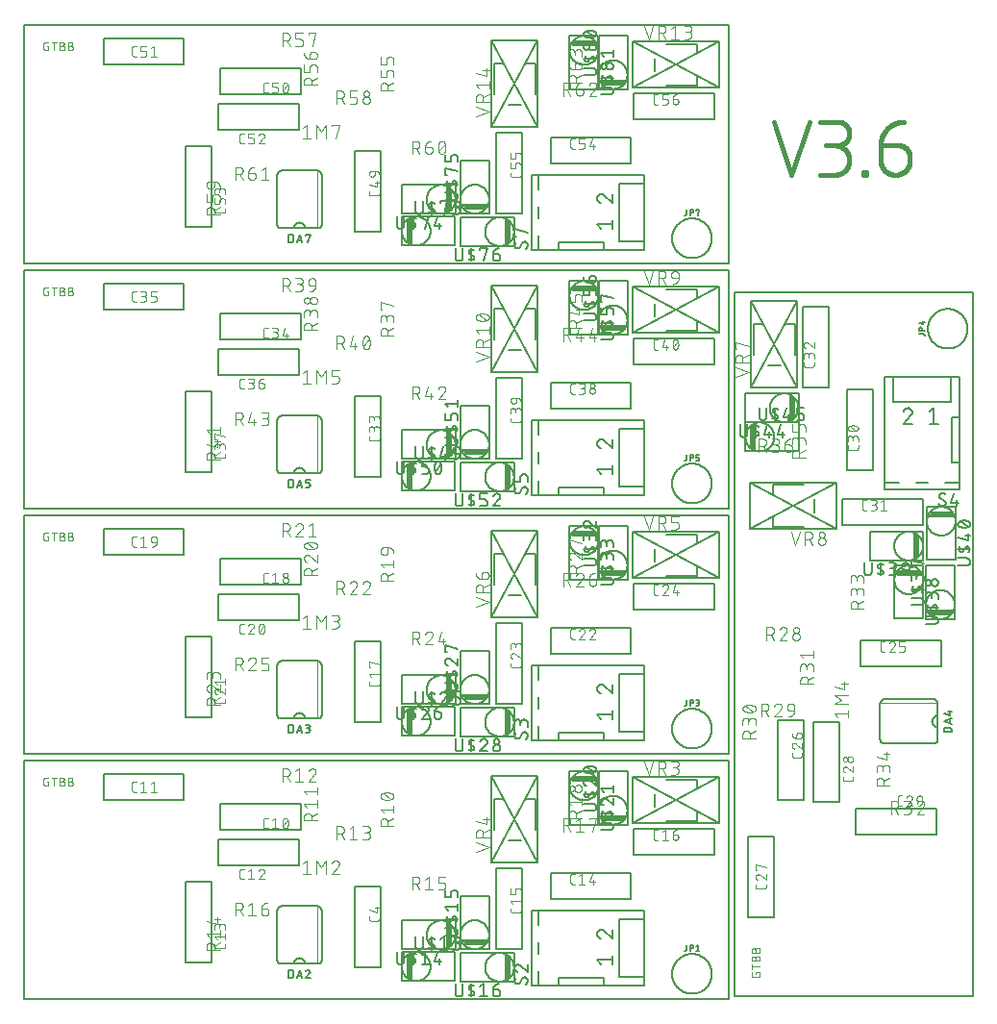
<source format=gbr>
G04 EAGLE Gerber X2 export*
%TF.Part,Single*%
%TF.FileFunction,Legend,Top,1*%
%TF.FilePolarity,Positive*%
%TF.GenerationSoftware,Autodesk,EAGLE,9.2.2*%
%TF.CreationDate,2019-04-19T13:45:25Z*%
G75*
%MOMM*%
%FSLAX34Y34*%
%LPD*%
%INSilkscreen Top*%
%AMOC8*
5,1,8,0,0,1.08239X$1,22.5*%
G01*
%ADD10C,0.076200*%
%ADD11C,0.406400*%
%ADD12C,0.127000*%
%ADD13C,0.101600*%
%ADD14C,0.152400*%
%ADD15C,0.050800*%
%ADD16C,0.254000*%
%ADD17C,0.203200*%


D10*
X22458Y204639D02*
X23685Y204639D01*
X23685Y200546D01*
X21230Y200546D01*
X21152Y200548D01*
X21074Y200553D01*
X20997Y200563D01*
X20920Y200576D01*
X20844Y200592D01*
X20769Y200612D01*
X20695Y200636D01*
X20622Y200663D01*
X20550Y200694D01*
X20480Y200728D01*
X20411Y200765D01*
X20345Y200806D01*
X20280Y200850D01*
X20218Y200896D01*
X20158Y200946D01*
X20100Y200998D01*
X20045Y201053D01*
X19993Y201111D01*
X19943Y201171D01*
X19897Y201233D01*
X19853Y201298D01*
X19812Y201365D01*
X19775Y201433D01*
X19741Y201503D01*
X19710Y201575D01*
X19683Y201648D01*
X19659Y201722D01*
X19639Y201797D01*
X19623Y201873D01*
X19610Y201950D01*
X19600Y202027D01*
X19595Y202105D01*
X19593Y202183D01*
X19593Y206275D01*
X19595Y206355D01*
X19601Y206435D01*
X19611Y206515D01*
X19624Y206594D01*
X19642Y206673D01*
X19663Y206750D01*
X19689Y206826D01*
X19718Y206901D01*
X19750Y206975D01*
X19786Y207047D01*
X19826Y207117D01*
X19869Y207184D01*
X19915Y207250D01*
X19965Y207313D01*
X20017Y207374D01*
X20072Y207433D01*
X20131Y207488D01*
X20191Y207540D01*
X20255Y207590D01*
X20321Y207636D01*
X20388Y207679D01*
X20458Y207719D01*
X20530Y207755D01*
X20604Y207787D01*
X20678Y207816D01*
X20755Y207842D01*
X20832Y207863D01*
X20911Y207881D01*
X20990Y207894D01*
X21070Y207904D01*
X21150Y207910D01*
X21230Y207912D01*
X23685Y207912D01*
X28711Y207912D02*
X28711Y200546D01*
X26665Y207912D02*
X30757Y207912D01*
X33854Y204639D02*
X35900Y204639D01*
X35900Y204638D02*
X35989Y204636D01*
X36078Y204630D01*
X36167Y204620D01*
X36255Y204607D01*
X36343Y204590D01*
X36430Y204568D01*
X36515Y204543D01*
X36600Y204515D01*
X36683Y204482D01*
X36765Y204446D01*
X36845Y204407D01*
X36923Y204364D01*
X36999Y204318D01*
X37074Y204268D01*
X37146Y204215D01*
X37215Y204159D01*
X37282Y204100D01*
X37347Y204039D01*
X37408Y203974D01*
X37467Y203907D01*
X37523Y203838D01*
X37576Y203766D01*
X37626Y203691D01*
X37672Y203615D01*
X37715Y203537D01*
X37754Y203457D01*
X37790Y203375D01*
X37823Y203292D01*
X37851Y203207D01*
X37876Y203122D01*
X37898Y203035D01*
X37915Y202947D01*
X37928Y202859D01*
X37938Y202770D01*
X37944Y202681D01*
X37946Y202592D01*
X37944Y202503D01*
X37938Y202414D01*
X37928Y202325D01*
X37915Y202237D01*
X37898Y202149D01*
X37876Y202062D01*
X37851Y201977D01*
X37823Y201892D01*
X37790Y201809D01*
X37754Y201727D01*
X37715Y201647D01*
X37672Y201569D01*
X37626Y201493D01*
X37576Y201418D01*
X37523Y201346D01*
X37467Y201277D01*
X37408Y201210D01*
X37347Y201145D01*
X37282Y201084D01*
X37215Y201025D01*
X37146Y200969D01*
X37074Y200916D01*
X36999Y200866D01*
X36923Y200820D01*
X36845Y200777D01*
X36765Y200738D01*
X36683Y200702D01*
X36600Y200669D01*
X36515Y200641D01*
X36430Y200616D01*
X36343Y200594D01*
X36255Y200577D01*
X36167Y200564D01*
X36078Y200554D01*
X35989Y200548D01*
X35900Y200546D01*
X33854Y200546D01*
X33854Y207912D01*
X35900Y207912D01*
X35979Y207910D01*
X36058Y207904D01*
X36137Y207895D01*
X36215Y207882D01*
X36292Y207864D01*
X36368Y207844D01*
X36443Y207819D01*
X36517Y207791D01*
X36590Y207760D01*
X36661Y207724D01*
X36730Y207686D01*
X36797Y207644D01*
X36862Y207599D01*
X36925Y207551D01*
X36986Y207500D01*
X37043Y207446D01*
X37099Y207390D01*
X37151Y207331D01*
X37201Y207269D01*
X37247Y207205D01*
X37291Y207139D01*
X37331Y207071D01*
X37367Y207001D01*
X37401Y206929D01*
X37431Y206855D01*
X37457Y206781D01*
X37480Y206705D01*
X37498Y206628D01*
X37514Y206551D01*
X37525Y206472D01*
X37533Y206394D01*
X37537Y206315D01*
X37537Y206235D01*
X37533Y206156D01*
X37525Y206078D01*
X37514Y205999D01*
X37498Y205922D01*
X37480Y205845D01*
X37457Y205769D01*
X37431Y205695D01*
X37401Y205621D01*
X37367Y205549D01*
X37331Y205479D01*
X37291Y205411D01*
X37247Y205345D01*
X37201Y205281D01*
X37151Y205219D01*
X37099Y205160D01*
X37043Y205104D01*
X36986Y205050D01*
X36925Y204999D01*
X36862Y204951D01*
X36797Y204906D01*
X36730Y204864D01*
X36661Y204826D01*
X36590Y204790D01*
X36517Y204759D01*
X36443Y204731D01*
X36368Y204706D01*
X36292Y204686D01*
X36215Y204668D01*
X36137Y204655D01*
X36058Y204646D01*
X35979Y204640D01*
X35900Y204638D01*
X41169Y204639D02*
X43215Y204639D01*
X43215Y204638D02*
X43304Y204636D01*
X43393Y204630D01*
X43482Y204620D01*
X43570Y204607D01*
X43658Y204590D01*
X43745Y204568D01*
X43830Y204543D01*
X43915Y204515D01*
X43998Y204482D01*
X44080Y204446D01*
X44160Y204407D01*
X44238Y204364D01*
X44314Y204318D01*
X44389Y204268D01*
X44461Y204215D01*
X44530Y204159D01*
X44597Y204100D01*
X44662Y204039D01*
X44723Y203974D01*
X44782Y203907D01*
X44838Y203838D01*
X44891Y203766D01*
X44941Y203691D01*
X44987Y203615D01*
X45030Y203537D01*
X45069Y203457D01*
X45105Y203375D01*
X45138Y203292D01*
X45166Y203207D01*
X45191Y203122D01*
X45213Y203035D01*
X45230Y202947D01*
X45243Y202859D01*
X45253Y202770D01*
X45259Y202681D01*
X45261Y202592D01*
X45259Y202503D01*
X45253Y202414D01*
X45243Y202325D01*
X45230Y202237D01*
X45213Y202149D01*
X45191Y202062D01*
X45166Y201977D01*
X45138Y201892D01*
X45105Y201809D01*
X45069Y201727D01*
X45030Y201647D01*
X44987Y201569D01*
X44941Y201493D01*
X44891Y201418D01*
X44838Y201346D01*
X44782Y201277D01*
X44723Y201210D01*
X44662Y201145D01*
X44597Y201084D01*
X44530Y201025D01*
X44461Y200969D01*
X44389Y200916D01*
X44314Y200866D01*
X44238Y200820D01*
X44160Y200777D01*
X44080Y200738D01*
X43998Y200702D01*
X43915Y200669D01*
X43830Y200641D01*
X43745Y200616D01*
X43658Y200594D01*
X43570Y200577D01*
X43482Y200564D01*
X43393Y200554D01*
X43304Y200548D01*
X43215Y200546D01*
X41169Y200546D01*
X41169Y207912D01*
X43215Y207912D01*
X43294Y207910D01*
X43373Y207904D01*
X43452Y207895D01*
X43530Y207882D01*
X43607Y207864D01*
X43683Y207844D01*
X43758Y207819D01*
X43832Y207791D01*
X43905Y207760D01*
X43976Y207724D01*
X44045Y207686D01*
X44112Y207644D01*
X44177Y207599D01*
X44240Y207551D01*
X44301Y207500D01*
X44358Y207446D01*
X44414Y207390D01*
X44466Y207331D01*
X44516Y207269D01*
X44562Y207205D01*
X44606Y207139D01*
X44646Y207071D01*
X44682Y207001D01*
X44716Y206929D01*
X44746Y206855D01*
X44772Y206781D01*
X44795Y206705D01*
X44813Y206628D01*
X44829Y206551D01*
X44840Y206472D01*
X44848Y206394D01*
X44852Y206315D01*
X44852Y206235D01*
X44848Y206156D01*
X44840Y206078D01*
X44829Y205999D01*
X44813Y205922D01*
X44795Y205845D01*
X44772Y205769D01*
X44746Y205695D01*
X44716Y205621D01*
X44682Y205549D01*
X44646Y205479D01*
X44606Y205411D01*
X44562Y205345D01*
X44516Y205281D01*
X44466Y205219D01*
X44414Y205160D01*
X44358Y205104D01*
X44301Y205050D01*
X44240Y204999D01*
X44177Y204951D01*
X44112Y204906D01*
X44045Y204864D01*
X43976Y204826D01*
X43905Y204790D01*
X43832Y204759D01*
X43758Y204731D01*
X43683Y204706D01*
X43607Y204686D01*
X43530Y204668D01*
X43452Y204655D01*
X43373Y204646D01*
X43294Y204640D01*
X43215Y204638D01*
X23685Y420539D02*
X22458Y420539D01*
X23685Y420539D02*
X23685Y416446D01*
X21230Y416446D01*
X21152Y416448D01*
X21074Y416453D01*
X20997Y416463D01*
X20920Y416476D01*
X20844Y416492D01*
X20769Y416512D01*
X20695Y416536D01*
X20622Y416563D01*
X20550Y416594D01*
X20480Y416628D01*
X20411Y416665D01*
X20345Y416706D01*
X20280Y416750D01*
X20218Y416796D01*
X20158Y416846D01*
X20100Y416898D01*
X20045Y416953D01*
X19993Y417011D01*
X19943Y417071D01*
X19897Y417133D01*
X19853Y417198D01*
X19812Y417265D01*
X19775Y417333D01*
X19741Y417403D01*
X19710Y417475D01*
X19683Y417548D01*
X19659Y417622D01*
X19639Y417697D01*
X19623Y417773D01*
X19610Y417850D01*
X19600Y417927D01*
X19595Y418005D01*
X19593Y418083D01*
X19593Y422175D01*
X19595Y422255D01*
X19601Y422335D01*
X19611Y422415D01*
X19624Y422494D01*
X19642Y422573D01*
X19663Y422650D01*
X19689Y422726D01*
X19718Y422801D01*
X19750Y422875D01*
X19786Y422947D01*
X19826Y423017D01*
X19869Y423084D01*
X19915Y423150D01*
X19965Y423213D01*
X20017Y423274D01*
X20072Y423333D01*
X20131Y423388D01*
X20191Y423440D01*
X20255Y423490D01*
X20321Y423536D01*
X20388Y423579D01*
X20458Y423619D01*
X20530Y423655D01*
X20604Y423687D01*
X20678Y423716D01*
X20755Y423742D01*
X20832Y423763D01*
X20911Y423781D01*
X20990Y423794D01*
X21070Y423804D01*
X21150Y423810D01*
X21230Y423812D01*
X23685Y423812D01*
X28711Y423812D02*
X28711Y416446D01*
X26665Y423812D02*
X30757Y423812D01*
X33854Y420539D02*
X35900Y420539D01*
X35900Y420538D02*
X35989Y420536D01*
X36078Y420530D01*
X36167Y420520D01*
X36255Y420507D01*
X36343Y420490D01*
X36430Y420468D01*
X36515Y420443D01*
X36600Y420415D01*
X36683Y420382D01*
X36765Y420346D01*
X36845Y420307D01*
X36923Y420264D01*
X36999Y420218D01*
X37074Y420168D01*
X37146Y420115D01*
X37215Y420059D01*
X37282Y420000D01*
X37347Y419939D01*
X37408Y419874D01*
X37467Y419807D01*
X37523Y419738D01*
X37576Y419666D01*
X37626Y419591D01*
X37672Y419515D01*
X37715Y419437D01*
X37754Y419357D01*
X37790Y419275D01*
X37823Y419192D01*
X37851Y419107D01*
X37876Y419022D01*
X37898Y418935D01*
X37915Y418847D01*
X37928Y418759D01*
X37938Y418670D01*
X37944Y418581D01*
X37946Y418492D01*
X37944Y418403D01*
X37938Y418314D01*
X37928Y418225D01*
X37915Y418137D01*
X37898Y418049D01*
X37876Y417962D01*
X37851Y417877D01*
X37823Y417792D01*
X37790Y417709D01*
X37754Y417627D01*
X37715Y417547D01*
X37672Y417469D01*
X37626Y417393D01*
X37576Y417318D01*
X37523Y417246D01*
X37467Y417177D01*
X37408Y417110D01*
X37347Y417045D01*
X37282Y416984D01*
X37215Y416925D01*
X37146Y416869D01*
X37074Y416816D01*
X36999Y416766D01*
X36923Y416720D01*
X36845Y416677D01*
X36765Y416638D01*
X36683Y416602D01*
X36600Y416569D01*
X36515Y416541D01*
X36430Y416516D01*
X36343Y416494D01*
X36255Y416477D01*
X36167Y416464D01*
X36078Y416454D01*
X35989Y416448D01*
X35900Y416446D01*
X33854Y416446D01*
X33854Y423812D01*
X35900Y423812D01*
X35979Y423810D01*
X36058Y423804D01*
X36137Y423795D01*
X36215Y423782D01*
X36292Y423764D01*
X36368Y423744D01*
X36443Y423719D01*
X36517Y423691D01*
X36590Y423660D01*
X36661Y423624D01*
X36730Y423586D01*
X36797Y423544D01*
X36862Y423499D01*
X36925Y423451D01*
X36986Y423400D01*
X37043Y423346D01*
X37099Y423290D01*
X37151Y423231D01*
X37201Y423169D01*
X37247Y423105D01*
X37291Y423039D01*
X37331Y422971D01*
X37367Y422901D01*
X37401Y422829D01*
X37431Y422755D01*
X37457Y422681D01*
X37480Y422605D01*
X37498Y422528D01*
X37514Y422451D01*
X37525Y422372D01*
X37533Y422294D01*
X37537Y422215D01*
X37537Y422135D01*
X37533Y422056D01*
X37525Y421978D01*
X37514Y421899D01*
X37498Y421822D01*
X37480Y421745D01*
X37457Y421669D01*
X37431Y421595D01*
X37401Y421521D01*
X37367Y421449D01*
X37331Y421379D01*
X37291Y421311D01*
X37247Y421245D01*
X37201Y421181D01*
X37151Y421119D01*
X37099Y421060D01*
X37043Y421004D01*
X36986Y420950D01*
X36925Y420899D01*
X36862Y420851D01*
X36797Y420806D01*
X36730Y420764D01*
X36661Y420726D01*
X36590Y420690D01*
X36517Y420659D01*
X36443Y420631D01*
X36368Y420606D01*
X36292Y420586D01*
X36215Y420568D01*
X36137Y420555D01*
X36058Y420546D01*
X35979Y420540D01*
X35900Y420538D01*
X41169Y420539D02*
X43215Y420539D01*
X43215Y420538D02*
X43304Y420536D01*
X43393Y420530D01*
X43482Y420520D01*
X43570Y420507D01*
X43658Y420490D01*
X43745Y420468D01*
X43830Y420443D01*
X43915Y420415D01*
X43998Y420382D01*
X44080Y420346D01*
X44160Y420307D01*
X44238Y420264D01*
X44314Y420218D01*
X44389Y420168D01*
X44461Y420115D01*
X44530Y420059D01*
X44597Y420000D01*
X44662Y419939D01*
X44723Y419874D01*
X44782Y419807D01*
X44838Y419738D01*
X44891Y419666D01*
X44941Y419591D01*
X44987Y419515D01*
X45030Y419437D01*
X45069Y419357D01*
X45105Y419275D01*
X45138Y419192D01*
X45166Y419107D01*
X45191Y419022D01*
X45213Y418935D01*
X45230Y418847D01*
X45243Y418759D01*
X45253Y418670D01*
X45259Y418581D01*
X45261Y418492D01*
X45259Y418403D01*
X45253Y418314D01*
X45243Y418225D01*
X45230Y418137D01*
X45213Y418049D01*
X45191Y417962D01*
X45166Y417877D01*
X45138Y417792D01*
X45105Y417709D01*
X45069Y417627D01*
X45030Y417547D01*
X44987Y417469D01*
X44941Y417393D01*
X44891Y417318D01*
X44838Y417246D01*
X44782Y417177D01*
X44723Y417110D01*
X44662Y417045D01*
X44597Y416984D01*
X44530Y416925D01*
X44461Y416869D01*
X44389Y416816D01*
X44314Y416766D01*
X44238Y416720D01*
X44160Y416677D01*
X44080Y416638D01*
X43998Y416602D01*
X43915Y416569D01*
X43830Y416541D01*
X43745Y416516D01*
X43658Y416494D01*
X43570Y416477D01*
X43482Y416464D01*
X43393Y416454D01*
X43304Y416448D01*
X43215Y416446D01*
X41169Y416446D01*
X41169Y423812D01*
X43215Y423812D01*
X43294Y423810D01*
X43373Y423804D01*
X43452Y423795D01*
X43530Y423782D01*
X43607Y423764D01*
X43683Y423744D01*
X43758Y423719D01*
X43832Y423691D01*
X43905Y423660D01*
X43976Y423624D01*
X44045Y423586D01*
X44112Y423544D01*
X44177Y423499D01*
X44240Y423451D01*
X44301Y423400D01*
X44358Y423346D01*
X44414Y423290D01*
X44466Y423231D01*
X44516Y423169D01*
X44562Y423105D01*
X44606Y423039D01*
X44646Y422971D01*
X44682Y422901D01*
X44716Y422829D01*
X44746Y422755D01*
X44772Y422681D01*
X44795Y422605D01*
X44813Y422528D01*
X44829Y422451D01*
X44840Y422372D01*
X44848Y422294D01*
X44852Y422215D01*
X44852Y422135D01*
X44848Y422056D01*
X44840Y421978D01*
X44829Y421899D01*
X44813Y421822D01*
X44795Y421745D01*
X44772Y421669D01*
X44746Y421595D01*
X44716Y421521D01*
X44682Y421449D01*
X44646Y421379D01*
X44606Y421311D01*
X44562Y421245D01*
X44516Y421181D01*
X44466Y421119D01*
X44414Y421060D01*
X44358Y421004D01*
X44301Y420950D01*
X44240Y420899D01*
X44177Y420851D01*
X44112Y420806D01*
X44045Y420764D01*
X43976Y420726D01*
X43905Y420690D01*
X43832Y420659D01*
X43758Y420631D01*
X43683Y420606D01*
X43607Y420586D01*
X43530Y420568D01*
X43452Y420555D01*
X43373Y420546D01*
X43294Y420540D01*
X43215Y420538D01*
X23685Y636439D02*
X22458Y636439D01*
X23685Y636439D02*
X23685Y632346D01*
X21230Y632346D01*
X21152Y632348D01*
X21074Y632353D01*
X20997Y632363D01*
X20920Y632376D01*
X20844Y632392D01*
X20769Y632412D01*
X20695Y632436D01*
X20622Y632463D01*
X20550Y632494D01*
X20480Y632528D01*
X20411Y632565D01*
X20345Y632606D01*
X20280Y632650D01*
X20218Y632696D01*
X20158Y632746D01*
X20100Y632798D01*
X20045Y632853D01*
X19993Y632911D01*
X19943Y632971D01*
X19897Y633033D01*
X19853Y633098D01*
X19812Y633165D01*
X19775Y633233D01*
X19741Y633303D01*
X19710Y633375D01*
X19683Y633448D01*
X19659Y633522D01*
X19639Y633597D01*
X19623Y633673D01*
X19610Y633750D01*
X19600Y633827D01*
X19595Y633905D01*
X19593Y633983D01*
X19593Y638075D01*
X19595Y638155D01*
X19601Y638235D01*
X19611Y638315D01*
X19624Y638394D01*
X19642Y638473D01*
X19663Y638550D01*
X19689Y638626D01*
X19718Y638701D01*
X19750Y638775D01*
X19786Y638847D01*
X19826Y638917D01*
X19869Y638984D01*
X19915Y639050D01*
X19965Y639113D01*
X20017Y639174D01*
X20072Y639233D01*
X20131Y639288D01*
X20191Y639340D01*
X20255Y639390D01*
X20321Y639436D01*
X20388Y639479D01*
X20458Y639519D01*
X20530Y639555D01*
X20604Y639587D01*
X20678Y639616D01*
X20755Y639642D01*
X20832Y639663D01*
X20911Y639681D01*
X20990Y639694D01*
X21070Y639704D01*
X21150Y639710D01*
X21230Y639712D01*
X23685Y639712D01*
X28711Y639712D02*
X28711Y632346D01*
X26665Y639712D02*
X30757Y639712D01*
X33854Y636439D02*
X35900Y636439D01*
X35900Y636438D02*
X35989Y636436D01*
X36078Y636430D01*
X36167Y636420D01*
X36255Y636407D01*
X36343Y636390D01*
X36430Y636368D01*
X36515Y636343D01*
X36600Y636315D01*
X36683Y636282D01*
X36765Y636246D01*
X36845Y636207D01*
X36923Y636164D01*
X36999Y636118D01*
X37074Y636068D01*
X37146Y636015D01*
X37215Y635959D01*
X37282Y635900D01*
X37347Y635839D01*
X37408Y635774D01*
X37467Y635707D01*
X37523Y635638D01*
X37576Y635566D01*
X37626Y635491D01*
X37672Y635415D01*
X37715Y635337D01*
X37754Y635257D01*
X37790Y635175D01*
X37823Y635092D01*
X37851Y635007D01*
X37876Y634922D01*
X37898Y634835D01*
X37915Y634747D01*
X37928Y634659D01*
X37938Y634570D01*
X37944Y634481D01*
X37946Y634392D01*
X37944Y634303D01*
X37938Y634214D01*
X37928Y634125D01*
X37915Y634037D01*
X37898Y633949D01*
X37876Y633862D01*
X37851Y633777D01*
X37823Y633692D01*
X37790Y633609D01*
X37754Y633527D01*
X37715Y633447D01*
X37672Y633369D01*
X37626Y633293D01*
X37576Y633218D01*
X37523Y633146D01*
X37467Y633077D01*
X37408Y633010D01*
X37347Y632945D01*
X37282Y632884D01*
X37215Y632825D01*
X37146Y632769D01*
X37074Y632716D01*
X36999Y632666D01*
X36923Y632620D01*
X36845Y632577D01*
X36765Y632538D01*
X36683Y632502D01*
X36600Y632469D01*
X36515Y632441D01*
X36430Y632416D01*
X36343Y632394D01*
X36255Y632377D01*
X36167Y632364D01*
X36078Y632354D01*
X35989Y632348D01*
X35900Y632346D01*
X33854Y632346D01*
X33854Y639712D01*
X35900Y639712D01*
X35979Y639710D01*
X36058Y639704D01*
X36137Y639695D01*
X36215Y639682D01*
X36292Y639664D01*
X36368Y639644D01*
X36443Y639619D01*
X36517Y639591D01*
X36590Y639560D01*
X36661Y639524D01*
X36730Y639486D01*
X36797Y639444D01*
X36862Y639399D01*
X36925Y639351D01*
X36986Y639300D01*
X37043Y639246D01*
X37099Y639190D01*
X37151Y639131D01*
X37201Y639069D01*
X37247Y639005D01*
X37291Y638939D01*
X37331Y638871D01*
X37367Y638801D01*
X37401Y638729D01*
X37431Y638655D01*
X37457Y638581D01*
X37480Y638505D01*
X37498Y638428D01*
X37514Y638351D01*
X37525Y638272D01*
X37533Y638194D01*
X37537Y638115D01*
X37537Y638035D01*
X37533Y637956D01*
X37525Y637878D01*
X37514Y637799D01*
X37498Y637722D01*
X37480Y637645D01*
X37457Y637569D01*
X37431Y637495D01*
X37401Y637421D01*
X37367Y637349D01*
X37331Y637279D01*
X37291Y637211D01*
X37247Y637145D01*
X37201Y637081D01*
X37151Y637019D01*
X37099Y636960D01*
X37043Y636904D01*
X36986Y636850D01*
X36925Y636799D01*
X36862Y636751D01*
X36797Y636706D01*
X36730Y636664D01*
X36661Y636626D01*
X36590Y636590D01*
X36517Y636559D01*
X36443Y636531D01*
X36368Y636506D01*
X36292Y636486D01*
X36215Y636468D01*
X36137Y636455D01*
X36058Y636446D01*
X35979Y636440D01*
X35900Y636438D01*
X41169Y636439D02*
X43215Y636439D01*
X43215Y636438D02*
X43304Y636436D01*
X43393Y636430D01*
X43482Y636420D01*
X43570Y636407D01*
X43658Y636390D01*
X43745Y636368D01*
X43830Y636343D01*
X43915Y636315D01*
X43998Y636282D01*
X44080Y636246D01*
X44160Y636207D01*
X44238Y636164D01*
X44314Y636118D01*
X44389Y636068D01*
X44461Y636015D01*
X44530Y635959D01*
X44597Y635900D01*
X44662Y635839D01*
X44723Y635774D01*
X44782Y635707D01*
X44838Y635638D01*
X44891Y635566D01*
X44941Y635491D01*
X44987Y635415D01*
X45030Y635337D01*
X45069Y635257D01*
X45105Y635175D01*
X45138Y635092D01*
X45166Y635007D01*
X45191Y634922D01*
X45213Y634835D01*
X45230Y634747D01*
X45243Y634659D01*
X45253Y634570D01*
X45259Y634481D01*
X45261Y634392D01*
X45259Y634303D01*
X45253Y634214D01*
X45243Y634125D01*
X45230Y634037D01*
X45213Y633949D01*
X45191Y633862D01*
X45166Y633777D01*
X45138Y633692D01*
X45105Y633609D01*
X45069Y633527D01*
X45030Y633447D01*
X44987Y633369D01*
X44941Y633293D01*
X44891Y633218D01*
X44838Y633146D01*
X44782Y633077D01*
X44723Y633010D01*
X44662Y632945D01*
X44597Y632884D01*
X44530Y632825D01*
X44461Y632769D01*
X44389Y632716D01*
X44314Y632666D01*
X44238Y632620D01*
X44160Y632577D01*
X44080Y632538D01*
X43998Y632502D01*
X43915Y632469D01*
X43830Y632441D01*
X43745Y632416D01*
X43658Y632394D01*
X43570Y632377D01*
X43482Y632364D01*
X43393Y632354D01*
X43304Y632348D01*
X43215Y632346D01*
X41169Y632346D01*
X41169Y639712D01*
X43215Y639712D01*
X43294Y639710D01*
X43373Y639704D01*
X43452Y639695D01*
X43530Y639682D01*
X43607Y639664D01*
X43683Y639644D01*
X43758Y639619D01*
X43832Y639591D01*
X43905Y639560D01*
X43976Y639524D01*
X44045Y639486D01*
X44112Y639444D01*
X44177Y639399D01*
X44240Y639351D01*
X44301Y639300D01*
X44358Y639246D01*
X44414Y639190D01*
X44466Y639131D01*
X44516Y639069D01*
X44562Y639005D01*
X44606Y638939D01*
X44646Y638871D01*
X44682Y638801D01*
X44716Y638729D01*
X44746Y638655D01*
X44772Y638581D01*
X44795Y638505D01*
X44813Y638428D01*
X44829Y638351D01*
X44840Y638272D01*
X44848Y638194D01*
X44852Y638115D01*
X44852Y638035D01*
X44848Y637956D01*
X44840Y637878D01*
X44829Y637799D01*
X44813Y637722D01*
X44795Y637645D01*
X44772Y637569D01*
X44746Y637495D01*
X44716Y637421D01*
X44682Y637349D01*
X44646Y637279D01*
X44606Y637211D01*
X44562Y637145D01*
X44516Y637081D01*
X44466Y637019D01*
X44414Y636960D01*
X44358Y636904D01*
X44301Y636850D01*
X44240Y636799D01*
X44177Y636751D01*
X44112Y636706D01*
X44045Y636664D01*
X43976Y636626D01*
X43905Y636590D01*
X43832Y636559D01*
X43758Y636531D01*
X43683Y636506D01*
X43607Y636486D01*
X43530Y636468D01*
X43452Y636455D01*
X43373Y636446D01*
X43294Y636440D01*
X43215Y636438D01*
X23685Y852339D02*
X22458Y852339D01*
X23685Y852339D02*
X23685Y848246D01*
X21230Y848246D01*
X21152Y848248D01*
X21074Y848253D01*
X20997Y848263D01*
X20920Y848276D01*
X20844Y848292D01*
X20769Y848312D01*
X20695Y848336D01*
X20622Y848363D01*
X20550Y848394D01*
X20480Y848428D01*
X20411Y848465D01*
X20345Y848506D01*
X20280Y848550D01*
X20218Y848596D01*
X20158Y848646D01*
X20100Y848698D01*
X20045Y848753D01*
X19993Y848811D01*
X19943Y848871D01*
X19897Y848933D01*
X19853Y848998D01*
X19812Y849065D01*
X19775Y849133D01*
X19741Y849203D01*
X19710Y849275D01*
X19683Y849348D01*
X19659Y849422D01*
X19639Y849497D01*
X19623Y849573D01*
X19610Y849650D01*
X19600Y849727D01*
X19595Y849805D01*
X19593Y849883D01*
X19593Y853975D01*
X19595Y854055D01*
X19601Y854135D01*
X19611Y854215D01*
X19624Y854294D01*
X19642Y854373D01*
X19663Y854450D01*
X19689Y854526D01*
X19718Y854601D01*
X19750Y854675D01*
X19786Y854747D01*
X19826Y854817D01*
X19869Y854884D01*
X19915Y854950D01*
X19965Y855013D01*
X20017Y855074D01*
X20072Y855133D01*
X20131Y855188D01*
X20191Y855240D01*
X20255Y855290D01*
X20321Y855336D01*
X20388Y855379D01*
X20458Y855419D01*
X20530Y855455D01*
X20604Y855487D01*
X20678Y855516D01*
X20755Y855542D01*
X20832Y855563D01*
X20911Y855581D01*
X20990Y855594D01*
X21070Y855604D01*
X21150Y855610D01*
X21230Y855612D01*
X23685Y855612D01*
X28711Y855612D02*
X28711Y848246D01*
X26665Y855612D02*
X30757Y855612D01*
X33854Y852339D02*
X35900Y852339D01*
X35900Y852338D02*
X35989Y852336D01*
X36078Y852330D01*
X36167Y852320D01*
X36255Y852307D01*
X36343Y852290D01*
X36430Y852268D01*
X36515Y852243D01*
X36600Y852215D01*
X36683Y852182D01*
X36765Y852146D01*
X36845Y852107D01*
X36923Y852064D01*
X36999Y852018D01*
X37074Y851968D01*
X37146Y851915D01*
X37215Y851859D01*
X37282Y851800D01*
X37347Y851739D01*
X37408Y851674D01*
X37467Y851607D01*
X37523Y851538D01*
X37576Y851466D01*
X37626Y851391D01*
X37672Y851315D01*
X37715Y851237D01*
X37754Y851157D01*
X37790Y851075D01*
X37823Y850992D01*
X37851Y850907D01*
X37876Y850822D01*
X37898Y850735D01*
X37915Y850647D01*
X37928Y850559D01*
X37938Y850470D01*
X37944Y850381D01*
X37946Y850292D01*
X37944Y850203D01*
X37938Y850114D01*
X37928Y850025D01*
X37915Y849937D01*
X37898Y849849D01*
X37876Y849762D01*
X37851Y849677D01*
X37823Y849592D01*
X37790Y849509D01*
X37754Y849427D01*
X37715Y849347D01*
X37672Y849269D01*
X37626Y849193D01*
X37576Y849118D01*
X37523Y849046D01*
X37467Y848977D01*
X37408Y848910D01*
X37347Y848845D01*
X37282Y848784D01*
X37215Y848725D01*
X37146Y848669D01*
X37074Y848616D01*
X36999Y848566D01*
X36923Y848520D01*
X36845Y848477D01*
X36765Y848438D01*
X36683Y848402D01*
X36600Y848369D01*
X36515Y848341D01*
X36430Y848316D01*
X36343Y848294D01*
X36255Y848277D01*
X36167Y848264D01*
X36078Y848254D01*
X35989Y848248D01*
X35900Y848246D01*
X33854Y848246D01*
X33854Y855612D01*
X35900Y855612D01*
X35979Y855610D01*
X36058Y855604D01*
X36137Y855595D01*
X36215Y855582D01*
X36292Y855564D01*
X36368Y855544D01*
X36443Y855519D01*
X36517Y855491D01*
X36590Y855460D01*
X36661Y855424D01*
X36730Y855386D01*
X36797Y855344D01*
X36862Y855299D01*
X36925Y855251D01*
X36986Y855200D01*
X37043Y855146D01*
X37099Y855090D01*
X37151Y855031D01*
X37201Y854969D01*
X37247Y854905D01*
X37291Y854839D01*
X37331Y854771D01*
X37367Y854701D01*
X37401Y854629D01*
X37431Y854555D01*
X37457Y854481D01*
X37480Y854405D01*
X37498Y854328D01*
X37514Y854251D01*
X37525Y854172D01*
X37533Y854094D01*
X37537Y854015D01*
X37537Y853935D01*
X37533Y853856D01*
X37525Y853778D01*
X37514Y853699D01*
X37498Y853622D01*
X37480Y853545D01*
X37457Y853469D01*
X37431Y853395D01*
X37401Y853321D01*
X37367Y853249D01*
X37331Y853179D01*
X37291Y853111D01*
X37247Y853045D01*
X37201Y852981D01*
X37151Y852919D01*
X37099Y852860D01*
X37043Y852804D01*
X36986Y852750D01*
X36925Y852699D01*
X36862Y852651D01*
X36797Y852606D01*
X36730Y852564D01*
X36661Y852526D01*
X36590Y852490D01*
X36517Y852459D01*
X36443Y852431D01*
X36368Y852406D01*
X36292Y852386D01*
X36215Y852368D01*
X36137Y852355D01*
X36058Y852346D01*
X35979Y852340D01*
X35900Y852338D01*
X41169Y852339D02*
X43215Y852339D01*
X43215Y852338D02*
X43304Y852336D01*
X43393Y852330D01*
X43482Y852320D01*
X43570Y852307D01*
X43658Y852290D01*
X43745Y852268D01*
X43830Y852243D01*
X43915Y852215D01*
X43998Y852182D01*
X44080Y852146D01*
X44160Y852107D01*
X44238Y852064D01*
X44314Y852018D01*
X44389Y851968D01*
X44461Y851915D01*
X44530Y851859D01*
X44597Y851800D01*
X44662Y851739D01*
X44723Y851674D01*
X44782Y851607D01*
X44838Y851538D01*
X44891Y851466D01*
X44941Y851391D01*
X44987Y851315D01*
X45030Y851237D01*
X45069Y851157D01*
X45105Y851075D01*
X45138Y850992D01*
X45166Y850907D01*
X45191Y850822D01*
X45213Y850735D01*
X45230Y850647D01*
X45243Y850559D01*
X45253Y850470D01*
X45259Y850381D01*
X45261Y850292D01*
X45259Y850203D01*
X45253Y850114D01*
X45243Y850025D01*
X45230Y849937D01*
X45213Y849849D01*
X45191Y849762D01*
X45166Y849677D01*
X45138Y849592D01*
X45105Y849509D01*
X45069Y849427D01*
X45030Y849347D01*
X44987Y849269D01*
X44941Y849193D01*
X44891Y849118D01*
X44838Y849046D01*
X44782Y848977D01*
X44723Y848910D01*
X44662Y848845D01*
X44597Y848784D01*
X44530Y848725D01*
X44461Y848669D01*
X44389Y848616D01*
X44314Y848566D01*
X44238Y848520D01*
X44160Y848477D01*
X44080Y848438D01*
X43998Y848402D01*
X43915Y848369D01*
X43830Y848341D01*
X43745Y848316D01*
X43658Y848294D01*
X43570Y848277D01*
X43482Y848264D01*
X43393Y848254D01*
X43304Y848248D01*
X43215Y848246D01*
X41169Y848246D01*
X41169Y855612D01*
X43215Y855612D01*
X43294Y855610D01*
X43373Y855604D01*
X43452Y855595D01*
X43530Y855582D01*
X43607Y855564D01*
X43683Y855544D01*
X43758Y855519D01*
X43832Y855491D01*
X43905Y855460D01*
X43976Y855424D01*
X44045Y855386D01*
X44112Y855344D01*
X44177Y855299D01*
X44240Y855251D01*
X44301Y855200D01*
X44358Y855146D01*
X44414Y855090D01*
X44466Y855031D01*
X44516Y854969D01*
X44562Y854905D01*
X44606Y854839D01*
X44646Y854771D01*
X44682Y854701D01*
X44716Y854629D01*
X44746Y854555D01*
X44772Y854481D01*
X44795Y854405D01*
X44813Y854328D01*
X44829Y854251D01*
X44840Y854172D01*
X44848Y854094D01*
X44852Y854015D01*
X44852Y853935D01*
X44848Y853856D01*
X44840Y853778D01*
X44829Y853699D01*
X44813Y853622D01*
X44795Y853545D01*
X44772Y853469D01*
X44746Y853395D01*
X44716Y853321D01*
X44682Y853249D01*
X44646Y853179D01*
X44606Y853111D01*
X44562Y853045D01*
X44516Y852981D01*
X44466Y852919D01*
X44414Y852860D01*
X44358Y852804D01*
X44301Y852750D01*
X44240Y852699D01*
X44177Y852651D01*
X44112Y852606D01*
X44045Y852564D01*
X43976Y852526D01*
X43905Y852490D01*
X43832Y852459D01*
X43758Y852431D01*
X43683Y852406D01*
X43607Y852386D01*
X43530Y852368D01*
X43452Y852355D01*
X43373Y852346D01*
X43294Y852340D01*
X43215Y852338D01*
X646262Y36385D02*
X646262Y35158D01*
X646262Y36385D02*
X650354Y36385D01*
X650354Y33930D01*
X650352Y33852D01*
X650347Y33774D01*
X650337Y33697D01*
X650324Y33620D01*
X650308Y33544D01*
X650288Y33469D01*
X650264Y33395D01*
X650237Y33322D01*
X650206Y33250D01*
X650172Y33180D01*
X650135Y33112D01*
X650094Y33045D01*
X650050Y32980D01*
X650004Y32918D01*
X649954Y32858D01*
X649902Y32800D01*
X649847Y32745D01*
X649789Y32693D01*
X649729Y32643D01*
X649667Y32597D01*
X649602Y32553D01*
X649536Y32512D01*
X649467Y32475D01*
X649397Y32441D01*
X649325Y32410D01*
X649252Y32383D01*
X649178Y32359D01*
X649103Y32339D01*
X649027Y32323D01*
X648950Y32310D01*
X648873Y32300D01*
X648795Y32295D01*
X648717Y32293D01*
X644625Y32293D01*
X644545Y32295D01*
X644465Y32301D01*
X644385Y32311D01*
X644306Y32324D01*
X644227Y32342D01*
X644150Y32363D01*
X644074Y32389D01*
X643999Y32418D01*
X643925Y32450D01*
X643853Y32486D01*
X643783Y32526D01*
X643716Y32569D01*
X643650Y32615D01*
X643587Y32665D01*
X643526Y32717D01*
X643467Y32772D01*
X643412Y32831D01*
X643360Y32891D01*
X643310Y32955D01*
X643264Y33020D01*
X643221Y33088D01*
X643181Y33158D01*
X643145Y33230D01*
X643113Y33304D01*
X643084Y33378D01*
X643059Y33455D01*
X643037Y33532D01*
X643019Y33611D01*
X643006Y33690D01*
X642996Y33769D01*
X642990Y33850D01*
X642988Y33930D01*
X642988Y36385D01*
X642988Y41411D02*
X650354Y41411D01*
X642988Y39365D02*
X642988Y43457D01*
X646262Y46554D02*
X646262Y48600D01*
X646264Y48689D01*
X646270Y48778D01*
X646280Y48867D01*
X646293Y48955D01*
X646310Y49043D01*
X646332Y49130D01*
X646357Y49215D01*
X646385Y49300D01*
X646418Y49383D01*
X646454Y49465D01*
X646493Y49545D01*
X646536Y49623D01*
X646582Y49699D01*
X646632Y49774D01*
X646685Y49846D01*
X646741Y49915D01*
X646800Y49982D01*
X646861Y50047D01*
X646926Y50108D01*
X646993Y50167D01*
X647062Y50223D01*
X647134Y50276D01*
X647209Y50326D01*
X647285Y50372D01*
X647363Y50415D01*
X647443Y50454D01*
X647525Y50490D01*
X647608Y50523D01*
X647693Y50551D01*
X647778Y50576D01*
X647865Y50598D01*
X647953Y50615D01*
X648041Y50628D01*
X648130Y50638D01*
X648219Y50644D01*
X648308Y50646D01*
X648397Y50644D01*
X648486Y50638D01*
X648575Y50628D01*
X648663Y50615D01*
X648751Y50598D01*
X648838Y50576D01*
X648923Y50551D01*
X649008Y50523D01*
X649091Y50490D01*
X649173Y50454D01*
X649253Y50415D01*
X649331Y50372D01*
X649407Y50326D01*
X649482Y50276D01*
X649554Y50223D01*
X649623Y50167D01*
X649690Y50108D01*
X649755Y50047D01*
X649816Y49982D01*
X649875Y49915D01*
X649931Y49846D01*
X649984Y49774D01*
X650034Y49699D01*
X650080Y49623D01*
X650123Y49545D01*
X650162Y49465D01*
X650198Y49383D01*
X650231Y49300D01*
X650259Y49215D01*
X650284Y49130D01*
X650306Y49043D01*
X650323Y48955D01*
X650336Y48867D01*
X650346Y48778D01*
X650352Y48689D01*
X650354Y48600D01*
X650354Y46554D01*
X642988Y46554D01*
X642988Y48600D01*
X642990Y48679D01*
X642996Y48758D01*
X643005Y48837D01*
X643018Y48915D01*
X643036Y48992D01*
X643056Y49068D01*
X643081Y49143D01*
X643109Y49217D01*
X643140Y49290D01*
X643176Y49361D01*
X643214Y49430D01*
X643256Y49497D01*
X643301Y49562D01*
X643349Y49625D01*
X643400Y49686D01*
X643454Y49743D01*
X643510Y49799D01*
X643569Y49851D01*
X643631Y49901D01*
X643695Y49947D01*
X643761Y49991D01*
X643829Y50031D01*
X643899Y50067D01*
X643971Y50101D01*
X644045Y50131D01*
X644119Y50157D01*
X644195Y50180D01*
X644272Y50198D01*
X644349Y50214D01*
X644428Y50225D01*
X644506Y50233D01*
X644585Y50237D01*
X644665Y50237D01*
X644744Y50233D01*
X644822Y50225D01*
X644901Y50214D01*
X644978Y50198D01*
X645055Y50180D01*
X645131Y50157D01*
X645205Y50131D01*
X645279Y50101D01*
X645351Y50067D01*
X645421Y50031D01*
X645489Y49991D01*
X645555Y49947D01*
X645619Y49901D01*
X645681Y49851D01*
X645740Y49799D01*
X645796Y49743D01*
X645850Y49686D01*
X645901Y49625D01*
X645949Y49562D01*
X645994Y49497D01*
X646036Y49430D01*
X646074Y49361D01*
X646110Y49290D01*
X646141Y49217D01*
X646169Y49143D01*
X646194Y49068D01*
X646214Y48992D01*
X646232Y48915D01*
X646245Y48837D01*
X646254Y48758D01*
X646260Y48679D01*
X646262Y48600D01*
X646262Y53869D02*
X646262Y55915D01*
X646264Y56004D01*
X646270Y56093D01*
X646280Y56182D01*
X646293Y56270D01*
X646310Y56358D01*
X646332Y56445D01*
X646357Y56530D01*
X646385Y56615D01*
X646418Y56698D01*
X646454Y56780D01*
X646493Y56860D01*
X646536Y56938D01*
X646582Y57014D01*
X646632Y57089D01*
X646685Y57161D01*
X646741Y57230D01*
X646800Y57297D01*
X646861Y57362D01*
X646926Y57423D01*
X646993Y57482D01*
X647062Y57538D01*
X647134Y57591D01*
X647209Y57641D01*
X647285Y57687D01*
X647363Y57730D01*
X647443Y57769D01*
X647525Y57805D01*
X647608Y57838D01*
X647693Y57866D01*
X647778Y57891D01*
X647865Y57913D01*
X647953Y57930D01*
X648041Y57943D01*
X648130Y57953D01*
X648219Y57959D01*
X648308Y57961D01*
X648397Y57959D01*
X648486Y57953D01*
X648575Y57943D01*
X648663Y57930D01*
X648751Y57913D01*
X648838Y57891D01*
X648923Y57866D01*
X649008Y57838D01*
X649091Y57805D01*
X649173Y57769D01*
X649253Y57730D01*
X649331Y57687D01*
X649407Y57641D01*
X649482Y57591D01*
X649554Y57538D01*
X649623Y57482D01*
X649690Y57423D01*
X649755Y57362D01*
X649816Y57297D01*
X649875Y57230D01*
X649931Y57161D01*
X649984Y57089D01*
X650034Y57014D01*
X650080Y56938D01*
X650123Y56860D01*
X650162Y56780D01*
X650198Y56698D01*
X650231Y56615D01*
X650259Y56530D01*
X650284Y56445D01*
X650306Y56358D01*
X650323Y56270D01*
X650336Y56182D01*
X650346Y56093D01*
X650352Y56004D01*
X650354Y55915D01*
X650354Y53869D01*
X642988Y53869D01*
X642988Y55915D01*
X642990Y55994D01*
X642996Y56073D01*
X643005Y56152D01*
X643018Y56230D01*
X643036Y56307D01*
X643056Y56383D01*
X643081Y56458D01*
X643109Y56532D01*
X643140Y56605D01*
X643176Y56676D01*
X643214Y56745D01*
X643256Y56812D01*
X643301Y56877D01*
X643349Y56940D01*
X643400Y57001D01*
X643454Y57058D01*
X643510Y57114D01*
X643569Y57166D01*
X643631Y57216D01*
X643695Y57262D01*
X643761Y57306D01*
X643829Y57346D01*
X643899Y57382D01*
X643971Y57416D01*
X644045Y57446D01*
X644119Y57472D01*
X644195Y57495D01*
X644272Y57513D01*
X644349Y57529D01*
X644428Y57540D01*
X644506Y57548D01*
X644585Y57552D01*
X644665Y57552D01*
X644744Y57548D01*
X644822Y57540D01*
X644901Y57529D01*
X644978Y57513D01*
X645055Y57495D01*
X645131Y57472D01*
X645205Y57446D01*
X645279Y57416D01*
X645351Y57382D01*
X645421Y57346D01*
X645489Y57306D01*
X645555Y57262D01*
X645619Y57216D01*
X645681Y57166D01*
X645740Y57114D01*
X645796Y57058D01*
X645850Y57001D01*
X645901Y56940D01*
X645949Y56877D01*
X645994Y56812D01*
X646036Y56745D01*
X646074Y56676D01*
X646110Y56605D01*
X646141Y56532D01*
X646169Y56458D01*
X646194Y56383D01*
X646214Y56307D01*
X646232Y56230D01*
X646245Y56152D01*
X646254Y56073D01*
X646260Y55994D01*
X646262Y55915D01*
D11*
X678011Y738632D02*
X662432Y785368D01*
X693589Y785368D02*
X678011Y738632D01*
X703128Y738632D02*
X716111Y738632D01*
X716427Y738636D01*
X716743Y738647D01*
X717059Y738667D01*
X717374Y738694D01*
X717688Y738728D01*
X718001Y738770D01*
X718313Y738820D01*
X718624Y738878D01*
X718934Y738943D01*
X719241Y739015D01*
X719547Y739095D01*
X719851Y739182D01*
X720153Y739277D01*
X720452Y739379D01*
X720749Y739489D01*
X721042Y739605D01*
X721333Y739729D01*
X721621Y739859D01*
X721906Y739997D01*
X722187Y740142D01*
X722465Y740293D01*
X722738Y740451D01*
X723008Y740616D01*
X723274Y740787D01*
X723536Y740965D01*
X723793Y741149D01*
X724045Y741339D01*
X724293Y741535D01*
X724536Y741737D01*
X724774Y741945D01*
X725007Y742159D01*
X725235Y742379D01*
X725457Y742604D01*
X725673Y742834D01*
X725884Y743069D01*
X726090Y743310D01*
X726289Y743555D01*
X726482Y743805D01*
X726669Y744060D01*
X726850Y744320D01*
X727024Y744583D01*
X727192Y744851D01*
X727354Y745123D01*
X727508Y745399D01*
X727656Y745678D01*
X727798Y745961D01*
X727932Y746247D01*
X728059Y746537D01*
X728179Y746829D01*
X728292Y747124D01*
X728398Y747422D01*
X728496Y747723D01*
X728587Y748026D01*
X728671Y748330D01*
X728747Y748637D01*
X728816Y748946D01*
X728877Y749256D01*
X728931Y749568D01*
X728977Y749880D01*
X729015Y750194D01*
X729046Y750509D01*
X729069Y750824D01*
X729084Y751140D01*
X729092Y751456D01*
X729092Y751772D01*
X729084Y752088D01*
X729069Y752404D01*
X729046Y752719D01*
X729015Y753034D01*
X728977Y753348D01*
X728931Y753660D01*
X728877Y753972D01*
X728816Y754282D01*
X728747Y754591D01*
X728671Y754898D01*
X728587Y755202D01*
X728496Y755505D01*
X728398Y755806D01*
X728292Y756104D01*
X728179Y756399D01*
X728059Y756691D01*
X727932Y756981D01*
X727798Y757267D01*
X727656Y757550D01*
X727508Y757829D01*
X727354Y758105D01*
X727192Y758377D01*
X727024Y758645D01*
X726850Y758908D01*
X726669Y759168D01*
X726482Y759423D01*
X726289Y759673D01*
X726090Y759918D01*
X725884Y760159D01*
X725673Y760394D01*
X725457Y760624D01*
X725235Y760849D01*
X725007Y761069D01*
X724774Y761283D01*
X724536Y761491D01*
X724293Y761693D01*
X724045Y761889D01*
X723793Y762079D01*
X723536Y762263D01*
X723274Y762441D01*
X723008Y762612D01*
X722738Y762777D01*
X722465Y762935D01*
X722187Y763086D01*
X721906Y763231D01*
X721621Y763369D01*
X721333Y763499D01*
X721042Y763623D01*
X720749Y763739D01*
X720452Y763849D01*
X720153Y763951D01*
X719851Y764046D01*
X719547Y764133D01*
X719241Y764213D01*
X718934Y764285D01*
X718624Y764350D01*
X718313Y764408D01*
X718001Y764458D01*
X717688Y764500D01*
X717374Y764534D01*
X717059Y764561D01*
X716743Y764581D01*
X716427Y764592D01*
X716111Y764596D01*
X718707Y785368D02*
X703128Y785368D01*
X718707Y785368D02*
X718960Y785365D01*
X719213Y785356D01*
X719465Y785340D01*
X719717Y785319D01*
X719969Y785291D01*
X720219Y785257D01*
X720469Y785217D01*
X720718Y785172D01*
X720965Y785120D01*
X721211Y785062D01*
X721456Y784998D01*
X721699Y784928D01*
X721940Y784852D01*
X722180Y784770D01*
X722417Y784683D01*
X722652Y784589D01*
X722885Y784491D01*
X723115Y784386D01*
X723343Y784276D01*
X723568Y784160D01*
X723790Y784039D01*
X724009Y783913D01*
X724225Y783781D01*
X724438Y783644D01*
X724647Y783502D01*
X724853Y783355D01*
X725055Y783202D01*
X725253Y783045D01*
X725447Y782884D01*
X725638Y782717D01*
X725824Y782546D01*
X726006Y782371D01*
X726184Y782191D01*
X726357Y782006D01*
X726526Y781818D01*
X726690Y781626D01*
X726850Y781429D01*
X727004Y781229D01*
X727154Y781025D01*
X727298Y780818D01*
X727438Y780607D01*
X727572Y780392D01*
X727702Y780175D01*
X727825Y779954D01*
X727944Y779731D01*
X728057Y779505D01*
X728164Y779276D01*
X728266Y779044D01*
X728362Y778810D01*
X728452Y778574D01*
X728537Y778335D01*
X728615Y778095D01*
X728688Y777853D01*
X728755Y777609D01*
X728816Y777364D01*
X728871Y777117D01*
X728920Y776868D01*
X728963Y776619D01*
X729000Y776369D01*
X729031Y776118D01*
X729055Y775866D01*
X729074Y775614D01*
X729086Y775361D01*
X729092Y775108D01*
X729092Y774856D01*
X729086Y774603D01*
X729074Y774350D01*
X729055Y774098D01*
X729031Y773846D01*
X729000Y773595D01*
X728963Y773345D01*
X728920Y773096D01*
X728871Y772847D01*
X728816Y772600D01*
X728755Y772355D01*
X728688Y772111D01*
X728615Y771869D01*
X728537Y771629D01*
X728452Y771390D01*
X728362Y771154D01*
X728266Y770920D01*
X728164Y770688D01*
X728057Y770459D01*
X727944Y770233D01*
X727825Y770010D01*
X727702Y769789D01*
X727572Y769572D01*
X727438Y769357D01*
X727298Y769146D01*
X727154Y768939D01*
X727004Y768735D01*
X726850Y768535D01*
X726690Y768338D01*
X726526Y768146D01*
X726357Y767958D01*
X726184Y767773D01*
X726006Y767593D01*
X725824Y767418D01*
X725638Y767247D01*
X725447Y767080D01*
X725253Y766919D01*
X725055Y766762D01*
X724853Y766609D01*
X724647Y766462D01*
X724438Y766320D01*
X724225Y766183D01*
X724009Y766051D01*
X723790Y765925D01*
X723568Y765804D01*
X723343Y765688D01*
X723115Y765578D01*
X722885Y765473D01*
X722652Y765375D01*
X722417Y765281D01*
X722180Y765194D01*
X721940Y765112D01*
X721699Y765036D01*
X721456Y764966D01*
X721211Y764902D01*
X720965Y764844D01*
X720718Y764792D01*
X720469Y764747D01*
X720219Y764707D01*
X719969Y764673D01*
X719717Y764645D01*
X719465Y764624D01*
X719213Y764608D01*
X718960Y764599D01*
X718707Y764596D01*
X708321Y764596D01*
X741482Y741228D02*
X741482Y738632D01*
X741482Y741228D02*
X744079Y741228D01*
X744079Y738632D01*
X741482Y738632D01*
X756468Y764596D02*
X772047Y764596D01*
X772047Y764597D02*
X772298Y764594D01*
X772549Y764585D01*
X772799Y764570D01*
X773049Y764549D01*
X773299Y764521D01*
X773548Y764488D01*
X773796Y764449D01*
X774042Y764404D01*
X774288Y764352D01*
X774533Y764295D01*
X774775Y764232D01*
X775017Y764163D01*
X775256Y764089D01*
X775494Y764008D01*
X775730Y763922D01*
X775964Y763830D01*
X776195Y763733D01*
X776424Y763630D01*
X776650Y763521D01*
X776874Y763407D01*
X777094Y763288D01*
X777312Y763163D01*
X777527Y763034D01*
X777739Y762899D01*
X777947Y762759D01*
X778152Y762613D01*
X778353Y762463D01*
X778551Y762309D01*
X778744Y762149D01*
X778934Y761985D01*
X779120Y761816D01*
X779302Y761643D01*
X779479Y761466D01*
X779652Y761284D01*
X779821Y761098D01*
X779985Y760908D01*
X780145Y760715D01*
X780299Y760517D01*
X780449Y760316D01*
X780595Y760111D01*
X780735Y759903D01*
X780870Y759691D01*
X780999Y759476D01*
X781124Y759258D01*
X781243Y759038D01*
X781357Y758814D01*
X781466Y758588D01*
X781569Y758359D01*
X781666Y758128D01*
X781758Y757894D01*
X781844Y757658D01*
X781925Y757420D01*
X781999Y757181D01*
X782068Y756939D01*
X782131Y756697D01*
X782188Y756452D01*
X782240Y756206D01*
X782285Y755960D01*
X782324Y755712D01*
X782357Y755463D01*
X782385Y755213D01*
X782406Y754963D01*
X782421Y754713D01*
X782430Y754462D01*
X782433Y754211D01*
X782433Y751614D01*
X782429Y751298D01*
X782418Y750982D01*
X782398Y750666D01*
X782371Y750351D01*
X782337Y750037D01*
X782295Y749724D01*
X782245Y749412D01*
X782187Y749101D01*
X782122Y748791D01*
X782050Y748484D01*
X781970Y748178D01*
X781883Y747874D01*
X781788Y747572D01*
X781686Y747273D01*
X781576Y746976D01*
X781460Y746683D01*
X781336Y746392D01*
X781206Y746104D01*
X781068Y745819D01*
X780923Y745538D01*
X780772Y745260D01*
X780614Y744987D01*
X780449Y744717D01*
X780278Y744451D01*
X780100Y744189D01*
X779916Y743932D01*
X779726Y743680D01*
X779530Y743432D01*
X779328Y743189D01*
X779120Y742951D01*
X778906Y742718D01*
X778686Y742490D01*
X778461Y742268D01*
X778231Y742052D01*
X777996Y741841D01*
X777755Y741635D01*
X777510Y741436D01*
X777260Y741243D01*
X777005Y741056D01*
X776745Y740875D01*
X776482Y740701D01*
X776214Y740533D01*
X775942Y740371D01*
X775666Y740217D01*
X775387Y740069D01*
X775104Y739927D01*
X774818Y739793D01*
X774528Y739666D01*
X774236Y739546D01*
X773941Y739433D01*
X773643Y739327D01*
X773342Y739229D01*
X773039Y739138D01*
X772735Y739054D01*
X772428Y738978D01*
X772119Y738909D01*
X771809Y738848D01*
X771497Y738794D01*
X771185Y738748D01*
X770871Y738710D01*
X770556Y738679D01*
X770241Y738656D01*
X769925Y738641D01*
X769609Y738633D01*
X769293Y738633D01*
X768977Y738641D01*
X768661Y738656D01*
X768346Y738679D01*
X768031Y738710D01*
X767717Y738748D01*
X767405Y738794D01*
X767093Y738848D01*
X766783Y738909D01*
X766474Y738978D01*
X766167Y739054D01*
X765863Y739138D01*
X765560Y739229D01*
X765259Y739327D01*
X764961Y739433D01*
X764666Y739546D01*
X764374Y739666D01*
X764084Y739793D01*
X763798Y739927D01*
X763515Y740069D01*
X763236Y740217D01*
X762960Y740371D01*
X762688Y740533D01*
X762420Y740701D01*
X762157Y740875D01*
X761897Y741056D01*
X761642Y741243D01*
X761392Y741436D01*
X761147Y741635D01*
X760906Y741841D01*
X760671Y742052D01*
X760441Y742268D01*
X760216Y742490D01*
X759996Y742718D01*
X759782Y742951D01*
X759574Y743189D01*
X759372Y743432D01*
X759176Y743680D01*
X758986Y743932D01*
X758802Y744189D01*
X758624Y744451D01*
X758453Y744717D01*
X758288Y744987D01*
X758130Y745260D01*
X757979Y745538D01*
X757834Y745819D01*
X757696Y746104D01*
X757566Y746392D01*
X757442Y746683D01*
X757326Y746976D01*
X757216Y747273D01*
X757114Y747572D01*
X757019Y747874D01*
X756932Y748178D01*
X756852Y748484D01*
X756780Y748791D01*
X756715Y749101D01*
X756657Y749412D01*
X756607Y749724D01*
X756565Y750037D01*
X756531Y750351D01*
X756504Y750666D01*
X756484Y750982D01*
X756473Y751298D01*
X756469Y751614D01*
X756468Y751614D02*
X756468Y764596D01*
X756474Y765106D01*
X756493Y765615D01*
X756524Y766124D01*
X756568Y766632D01*
X756624Y767139D01*
X756693Y767644D01*
X756774Y768147D01*
X756867Y768648D01*
X756973Y769147D01*
X757091Y769643D01*
X757220Y770136D01*
X757362Y770626D01*
X757516Y771112D01*
X757682Y771594D01*
X757860Y772072D01*
X758049Y772545D01*
X758250Y773014D01*
X758462Y773477D01*
X758686Y773935D01*
X758921Y774388D01*
X759167Y774834D01*
X759423Y775275D01*
X759691Y775709D01*
X759969Y776136D01*
X760257Y776557D01*
X760556Y776970D01*
X760864Y777376D01*
X761183Y777774D01*
X761511Y778164D01*
X761849Y778546D01*
X762196Y778919D01*
X762552Y779284D01*
X762917Y779640D01*
X763290Y779987D01*
X763672Y780325D01*
X764062Y780653D01*
X764460Y780972D01*
X764866Y781280D01*
X765279Y781579D01*
X765700Y781867D01*
X766127Y782145D01*
X766561Y782413D01*
X767002Y782669D01*
X767448Y782915D01*
X767901Y783150D01*
X768359Y783374D01*
X768822Y783586D01*
X769291Y783787D01*
X769764Y783976D01*
X770242Y784154D01*
X770724Y784320D01*
X771210Y784474D01*
X771700Y784616D01*
X772193Y784745D01*
X772689Y784863D01*
X773188Y784969D01*
X773689Y785062D01*
X774192Y785143D01*
X774697Y785212D01*
X775204Y785268D01*
X775712Y785312D01*
X776221Y785343D01*
X776730Y785362D01*
X777240Y785368D01*
D12*
X316256Y112065D02*
X316256Y41265D01*
X293396Y41265D01*
X293396Y112065D01*
X316256Y112065D01*
D13*
X315249Y85874D02*
X315249Y83842D01*
X315247Y83753D01*
X315241Y83665D01*
X315232Y83577D01*
X315218Y83489D01*
X315201Y83402D01*
X315180Y83316D01*
X315155Y83231D01*
X315126Y83147D01*
X315094Y83064D01*
X315059Y82983D01*
X315019Y82904D01*
X314977Y82826D01*
X314931Y82750D01*
X314882Y82676D01*
X314829Y82605D01*
X314774Y82536D01*
X314715Y82469D01*
X314654Y82405D01*
X314590Y82344D01*
X314523Y82285D01*
X314454Y82230D01*
X314383Y82177D01*
X314309Y82128D01*
X314233Y82082D01*
X314155Y82040D01*
X314076Y82000D01*
X313995Y81965D01*
X313912Y81933D01*
X313828Y81904D01*
X313743Y81879D01*
X313657Y81858D01*
X313570Y81841D01*
X313482Y81827D01*
X313394Y81818D01*
X313306Y81812D01*
X313217Y81810D01*
X308137Y81810D01*
X308048Y81812D01*
X307960Y81818D01*
X307872Y81827D01*
X307784Y81841D01*
X307697Y81858D01*
X307611Y81879D01*
X307526Y81904D01*
X307442Y81933D01*
X307359Y81965D01*
X307278Y82000D01*
X307199Y82040D01*
X307121Y82082D01*
X307045Y82128D01*
X306971Y82177D01*
X306900Y82230D01*
X306831Y82285D01*
X306764Y82344D01*
X306700Y82405D01*
X306639Y82469D01*
X306580Y82536D01*
X306525Y82605D01*
X306472Y82676D01*
X306423Y82750D01*
X306377Y82826D01*
X306335Y82904D01*
X306295Y82983D01*
X306260Y83064D01*
X306228Y83147D01*
X306199Y83231D01*
X306174Y83316D01*
X306153Y83402D01*
X306136Y83489D01*
X306122Y83577D01*
X306113Y83665D01*
X306107Y83753D01*
X306105Y83842D01*
X306105Y85874D01*
X306105Y91492D02*
X313217Y89460D01*
X313217Y94540D01*
X311185Y93016D02*
X315249Y93016D01*
D12*
X246026Y162235D02*
X175226Y162235D01*
X175226Y185095D01*
X246026Y185095D01*
X246026Y162235D01*
D13*
X217091Y163243D02*
X215059Y163243D01*
X214970Y163245D01*
X214882Y163251D01*
X214794Y163260D01*
X214706Y163274D01*
X214619Y163291D01*
X214533Y163312D01*
X214448Y163337D01*
X214364Y163366D01*
X214281Y163398D01*
X214200Y163433D01*
X214121Y163473D01*
X214043Y163515D01*
X213967Y163561D01*
X213893Y163610D01*
X213822Y163663D01*
X213753Y163718D01*
X213686Y163777D01*
X213622Y163838D01*
X213561Y163902D01*
X213502Y163969D01*
X213447Y164038D01*
X213394Y164109D01*
X213345Y164183D01*
X213299Y164259D01*
X213257Y164337D01*
X213217Y164416D01*
X213182Y164497D01*
X213150Y164580D01*
X213121Y164664D01*
X213096Y164749D01*
X213075Y164835D01*
X213058Y164922D01*
X213044Y165010D01*
X213035Y165098D01*
X213029Y165186D01*
X213027Y165275D01*
X213027Y170355D01*
X213029Y170444D01*
X213035Y170532D01*
X213044Y170620D01*
X213058Y170708D01*
X213075Y170795D01*
X213096Y170881D01*
X213121Y170966D01*
X213150Y171050D01*
X213182Y171133D01*
X213217Y171214D01*
X213257Y171293D01*
X213299Y171371D01*
X213345Y171447D01*
X213394Y171521D01*
X213447Y171592D01*
X213502Y171661D01*
X213561Y171728D01*
X213622Y171792D01*
X213686Y171853D01*
X213753Y171912D01*
X213822Y171967D01*
X213893Y172020D01*
X213967Y172069D01*
X214043Y172115D01*
X214121Y172157D01*
X214200Y172197D01*
X214281Y172232D01*
X214364Y172264D01*
X214448Y172293D01*
X214533Y172318D01*
X214619Y172339D01*
X214706Y172356D01*
X214794Y172370D01*
X214882Y172379D01*
X214970Y172385D01*
X215059Y172387D01*
X217091Y172387D01*
X220677Y170355D02*
X223217Y172387D01*
X223217Y163243D01*
X220677Y163243D02*
X225757Y163243D01*
X229821Y167815D02*
X229823Y167995D01*
X229830Y168175D01*
X229840Y168354D01*
X229855Y168533D01*
X229875Y168712D01*
X229898Y168891D01*
X229926Y169068D01*
X229958Y169245D01*
X229994Y169422D01*
X230035Y169597D01*
X230079Y169771D01*
X230128Y169944D01*
X230181Y170116D01*
X230238Y170287D01*
X230299Y170456D01*
X230364Y170624D01*
X230433Y170790D01*
X230506Y170954D01*
X230583Y171117D01*
X230583Y171118D02*
X230611Y171196D01*
X230644Y171273D01*
X230679Y171348D01*
X230718Y171422D01*
X230760Y171494D01*
X230805Y171563D01*
X230854Y171631D01*
X230905Y171697D01*
X230959Y171760D01*
X231016Y171821D01*
X231075Y171880D01*
X231137Y171935D01*
X231202Y171988D01*
X231268Y172038D01*
X231337Y172085D01*
X231408Y172129D01*
X231481Y172169D01*
X231555Y172206D01*
X231631Y172241D01*
X231709Y172271D01*
X231787Y172298D01*
X231867Y172322D01*
X231948Y172342D01*
X232030Y172359D01*
X232112Y172371D01*
X232195Y172381D01*
X232278Y172386D01*
X232361Y172388D01*
X232444Y172386D01*
X232527Y172381D01*
X232610Y172371D01*
X232692Y172359D01*
X232774Y172342D01*
X232855Y172322D01*
X232935Y172298D01*
X233013Y172271D01*
X233091Y172241D01*
X233167Y172206D01*
X233241Y172169D01*
X233314Y172129D01*
X233385Y172085D01*
X233454Y172038D01*
X233520Y171988D01*
X233585Y171935D01*
X233647Y171880D01*
X233706Y171821D01*
X233763Y171760D01*
X233817Y171697D01*
X233868Y171631D01*
X233917Y171563D01*
X233962Y171494D01*
X234004Y171422D01*
X234043Y171348D01*
X234078Y171273D01*
X234111Y171196D01*
X234139Y171118D01*
X234138Y171117D02*
X234215Y170954D01*
X234288Y170790D01*
X234357Y170624D01*
X234422Y170456D01*
X234483Y170287D01*
X234540Y170116D01*
X234593Y169944D01*
X234642Y169771D01*
X234686Y169597D01*
X234727Y169422D01*
X234763Y169245D01*
X234795Y169068D01*
X234823Y168891D01*
X234846Y168712D01*
X234866Y168533D01*
X234881Y168354D01*
X234891Y168175D01*
X234898Y167995D01*
X234900Y167815D01*
X229821Y167815D02*
X229823Y167635D01*
X229830Y167455D01*
X229840Y167276D01*
X229855Y167097D01*
X229875Y166918D01*
X229898Y166739D01*
X229926Y166562D01*
X229958Y166385D01*
X229994Y166208D01*
X230035Y166033D01*
X230079Y165859D01*
X230128Y165686D01*
X230181Y165514D01*
X230238Y165343D01*
X230299Y165174D01*
X230364Y165006D01*
X230433Y164840D01*
X230506Y164676D01*
X230583Y164513D01*
X230611Y164435D01*
X230644Y164358D01*
X230679Y164283D01*
X230718Y164209D01*
X230760Y164137D01*
X230805Y164068D01*
X230854Y164000D01*
X230905Y163934D01*
X230959Y163871D01*
X231016Y163810D01*
X231075Y163751D01*
X231137Y163696D01*
X231202Y163643D01*
X231268Y163593D01*
X231337Y163546D01*
X231408Y163502D01*
X231481Y163462D01*
X231555Y163425D01*
X231631Y163390D01*
X231709Y163360D01*
X231787Y163333D01*
X231867Y163309D01*
X231948Y163289D01*
X232030Y163272D01*
X232112Y163260D01*
X232195Y163250D01*
X232278Y163245D01*
X232361Y163243D01*
X234138Y164513D02*
X234215Y164676D01*
X234288Y164840D01*
X234357Y165006D01*
X234422Y165174D01*
X234483Y165343D01*
X234540Y165514D01*
X234593Y165686D01*
X234642Y165859D01*
X234686Y166033D01*
X234727Y166208D01*
X234763Y166385D01*
X234795Y166562D01*
X234823Y166739D01*
X234846Y166918D01*
X234866Y167097D01*
X234881Y167276D01*
X234891Y167455D01*
X234898Y167635D01*
X234900Y167815D01*
X234139Y164513D02*
X234111Y164435D01*
X234078Y164358D01*
X234043Y164283D01*
X234004Y164209D01*
X233962Y164137D01*
X233917Y164068D01*
X233868Y164000D01*
X233817Y163934D01*
X233763Y163871D01*
X233706Y163810D01*
X233647Y163751D01*
X233585Y163696D01*
X233520Y163643D01*
X233454Y163593D01*
X233385Y163546D01*
X233314Y163502D01*
X233241Y163462D01*
X233167Y163425D01*
X233091Y163390D01*
X233013Y163360D01*
X232935Y163333D01*
X232855Y163309D01*
X232774Y163289D01*
X232692Y163272D01*
X232610Y163260D01*
X232527Y163250D01*
X232444Y163245D01*
X232361Y163243D01*
X230329Y165275D02*
X234393Y170355D01*
D12*
X143026Y187835D02*
X72226Y187835D01*
X72226Y210695D01*
X143026Y210695D01*
X143026Y187835D01*
D13*
X101291Y195243D02*
X99259Y195243D01*
X99170Y195245D01*
X99082Y195251D01*
X98994Y195260D01*
X98906Y195274D01*
X98819Y195291D01*
X98733Y195312D01*
X98648Y195337D01*
X98564Y195366D01*
X98481Y195398D01*
X98400Y195433D01*
X98321Y195473D01*
X98243Y195515D01*
X98167Y195561D01*
X98093Y195610D01*
X98022Y195663D01*
X97953Y195718D01*
X97886Y195777D01*
X97822Y195838D01*
X97761Y195902D01*
X97702Y195969D01*
X97647Y196038D01*
X97594Y196109D01*
X97545Y196183D01*
X97499Y196259D01*
X97457Y196337D01*
X97417Y196416D01*
X97382Y196497D01*
X97350Y196580D01*
X97321Y196664D01*
X97296Y196749D01*
X97275Y196835D01*
X97258Y196922D01*
X97244Y197010D01*
X97235Y197098D01*
X97229Y197186D01*
X97227Y197275D01*
X97227Y202355D01*
X97229Y202444D01*
X97235Y202532D01*
X97244Y202620D01*
X97258Y202708D01*
X97275Y202795D01*
X97296Y202881D01*
X97321Y202966D01*
X97350Y203050D01*
X97382Y203133D01*
X97417Y203214D01*
X97457Y203293D01*
X97499Y203371D01*
X97545Y203447D01*
X97594Y203521D01*
X97647Y203592D01*
X97702Y203661D01*
X97761Y203728D01*
X97822Y203792D01*
X97886Y203853D01*
X97953Y203912D01*
X98022Y203967D01*
X98093Y204020D01*
X98167Y204069D01*
X98243Y204115D01*
X98321Y204157D01*
X98400Y204197D01*
X98481Y204232D01*
X98564Y204264D01*
X98648Y204293D01*
X98733Y204318D01*
X98819Y204339D01*
X98906Y204356D01*
X98994Y204370D01*
X99082Y204379D01*
X99170Y204385D01*
X99259Y204387D01*
X101291Y204387D01*
X104877Y202355D02*
X107417Y204387D01*
X107417Y195243D01*
X104877Y195243D02*
X109957Y195243D01*
X114021Y202355D02*
X116561Y204387D01*
X116561Y195243D01*
X114021Y195243D02*
X119101Y195243D01*
D12*
X173426Y130235D02*
X244226Y130235D01*
X173426Y130235D02*
X173426Y153095D01*
X244226Y153095D01*
X244226Y130235D01*
D13*
X196091Y118443D02*
X194059Y118443D01*
X193970Y118445D01*
X193882Y118451D01*
X193794Y118460D01*
X193706Y118474D01*
X193619Y118491D01*
X193533Y118512D01*
X193448Y118537D01*
X193364Y118566D01*
X193281Y118598D01*
X193200Y118633D01*
X193121Y118673D01*
X193043Y118715D01*
X192967Y118761D01*
X192893Y118810D01*
X192822Y118863D01*
X192753Y118918D01*
X192686Y118977D01*
X192622Y119038D01*
X192561Y119102D01*
X192502Y119169D01*
X192447Y119238D01*
X192394Y119309D01*
X192345Y119383D01*
X192299Y119459D01*
X192257Y119537D01*
X192217Y119616D01*
X192182Y119697D01*
X192150Y119780D01*
X192121Y119864D01*
X192096Y119949D01*
X192075Y120035D01*
X192058Y120122D01*
X192044Y120210D01*
X192035Y120298D01*
X192029Y120386D01*
X192027Y120475D01*
X192027Y125555D01*
X192029Y125644D01*
X192035Y125732D01*
X192044Y125820D01*
X192058Y125908D01*
X192075Y125995D01*
X192096Y126081D01*
X192121Y126166D01*
X192150Y126250D01*
X192182Y126333D01*
X192217Y126414D01*
X192257Y126493D01*
X192299Y126571D01*
X192345Y126647D01*
X192394Y126721D01*
X192447Y126792D01*
X192502Y126861D01*
X192561Y126928D01*
X192622Y126992D01*
X192686Y127053D01*
X192753Y127112D01*
X192822Y127167D01*
X192893Y127220D01*
X192967Y127269D01*
X193043Y127315D01*
X193121Y127357D01*
X193200Y127397D01*
X193281Y127432D01*
X193364Y127464D01*
X193448Y127493D01*
X193533Y127518D01*
X193619Y127539D01*
X193706Y127556D01*
X193794Y127570D01*
X193882Y127579D01*
X193970Y127585D01*
X194059Y127587D01*
X196091Y127587D01*
X199677Y125555D02*
X202217Y127587D01*
X202217Y118443D01*
X199677Y118443D02*
X204757Y118443D01*
X213901Y125301D02*
X213899Y125395D01*
X213893Y125490D01*
X213883Y125584D01*
X213870Y125677D01*
X213852Y125770D01*
X213831Y125862D01*
X213806Y125953D01*
X213777Y126043D01*
X213745Y126132D01*
X213708Y126219D01*
X213669Y126305D01*
X213625Y126389D01*
X213579Y126471D01*
X213529Y126551D01*
X213475Y126629D01*
X213419Y126705D01*
X213359Y126778D01*
X213297Y126849D01*
X213231Y126917D01*
X213163Y126983D01*
X213092Y127045D01*
X213019Y127105D01*
X212943Y127161D01*
X212865Y127215D01*
X212785Y127265D01*
X212703Y127311D01*
X212619Y127355D01*
X212533Y127394D01*
X212446Y127431D01*
X212357Y127463D01*
X212267Y127492D01*
X212176Y127517D01*
X212084Y127538D01*
X211991Y127556D01*
X211898Y127569D01*
X211804Y127579D01*
X211709Y127585D01*
X211615Y127587D01*
X211509Y127585D01*
X211404Y127579D01*
X211299Y127570D01*
X211194Y127557D01*
X211090Y127540D01*
X210987Y127519D01*
X210884Y127495D01*
X210782Y127466D01*
X210682Y127435D01*
X210582Y127399D01*
X210484Y127361D01*
X210388Y127318D01*
X210292Y127272D01*
X210199Y127223D01*
X210108Y127171D01*
X210018Y127115D01*
X209930Y127056D01*
X209845Y126994D01*
X209762Y126929D01*
X209681Y126861D01*
X209603Y126790D01*
X209528Y126716D01*
X209455Y126640D01*
X209385Y126561D01*
X209318Y126480D01*
X209253Y126396D01*
X209192Y126310D01*
X209134Y126222D01*
X209079Y126132D01*
X209028Y126040D01*
X208979Y125946D01*
X208934Y125850D01*
X208893Y125753D01*
X208855Y125655D01*
X208821Y125555D01*
X213138Y123523D02*
X213205Y123590D01*
X213270Y123659D01*
X213332Y123731D01*
X213391Y123804D01*
X213447Y123881D01*
X213501Y123959D01*
X213551Y124039D01*
X213598Y124121D01*
X213642Y124205D01*
X213682Y124291D01*
X213720Y124378D01*
X213754Y124466D01*
X213784Y124556D01*
X213811Y124646D01*
X213835Y124738D01*
X213855Y124831D01*
X213871Y124924D01*
X213884Y125018D01*
X213893Y125112D01*
X213898Y125206D01*
X213900Y125301D01*
X213139Y123523D02*
X208821Y118443D01*
X213901Y118443D01*
D12*
X167556Y116065D02*
X167556Y45265D01*
X144696Y45265D01*
X144696Y116065D01*
X167556Y116065D01*
D13*
X179349Y61530D02*
X179349Y59498D01*
X179347Y59409D01*
X179341Y59321D01*
X179332Y59233D01*
X179318Y59145D01*
X179301Y59058D01*
X179280Y58972D01*
X179255Y58887D01*
X179226Y58803D01*
X179194Y58720D01*
X179159Y58639D01*
X179119Y58560D01*
X179077Y58482D01*
X179031Y58406D01*
X178982Y58332D01*
X178929Y58261D01*
X178874Y58192D01*
X178815Y58125D01*
X178754Y58061D01*
X178690Y58000D01*
X178623Y57941D01*
X178554Y57886D01*
X178483Y57833D01*
X178409Y57784D01*
X178333Y57738D01*
X178255Y57696D01*
X178176Y57656D01*
X178095Y57621D01*
X178012Y57589D01*
X177928Y57560D01*
X177843Y57535D01*
X177757Y57514D01*
X177670Y57497D01*
X177582Y57483D01*
X177494Y57474D01*
X177406Y57468D01*
X177317Y57466D01*
X172237Y57466D01*
X172148Y57468D01*
X172060Y57474D01*
X171972Y57483D01*
X171884Y57497D01*
X171797Y57514D01*
X171711Y57535D01*
X171626Y57560D01*
X171542Y57589D01*
X171459Y57621D01*
X171378Y57656D01*
X171299Y57696D01*
X171221Y57738D01*
X171145Y57784D01*
X171071Y57833D01*
X171000Y57886D01*
X170931Y57941D01*
X170864Y58000D01*
X170800Y58061D01*
X170739Y58125D01*
X170680Y58192D01*
X170625Y58261D01*
X170572Y58332D01*
X170523Y58406D01*
X170477Y58482D01*
X170435Y58560D01*
X170395Y58639D01*
X170360Y58720D01*
X170328Y58803D01*
X170299Y58887D01*
X170274Y58972D01*
X170253Y59058D01*
X170236Y59145D01*
X170222Y59233D01*
X170213Y59321D01*
X170207Y59409D01*
X170205Y59498D01*
X170205Y61530D01*
X172237Y65116D02*
X170205Y67656D01*
X179349Y67656D01*
X179349Y65116D02*
X179349Y70196D01*
X179349Y74260D02*
X179349Y76800D01*
X179347Y76900D01*
X179341Y76999D01*
X179331Y77099D01*
X179318Y77197D01*
X179300Y77296D01*
X179279Y77393D01*
X179254Y77489D01*
X179225Y77585D01*
X179192Y77679D01*
X179156Y77772D01*
X179116Y77863D01*
X179072Y77953D01*
X179025Y78041D01*
X178975Y78127D01*
X178921Y78211D01*
X178864Y78293D01*
X178804Y78372D01*
X178740Y78450D01*
X178674Y78524D01*
X178605Y78596D01*
X178533Y78665D01*
X178459Y78731D01*
X178381Y78795D01*
X178302Y78855D01*
X178220Y78912D01*
X178136Y78966D01*
X178050Y79016D01*
X177962Y79063D01*
X177872Y79107D01*
X177781Y79147D01*
X177688Y79183D01*
X177594Y79216D01*
X177498Y79245D01*
X177402Y79270D01*
X177305Y79291D01*
X177206Y79309D01*
X177108Y79322D01*
X177008Y79332D01*
X176909Y79338D01*
X176809Y79340D01*
X176709Y79338D01*
X176610Y79332D01*
X176510Y79322D01*
X176412Y79309D01*
X176313Y79291D01*
X176216Y79270D01*
X176120Y79245D01*
X176024Y79216D01*
X175930Y79183D01*
X175837Y79147D01*
X175746Y79107D01*
X175656Y79063D01*
X175568Y79016D01*
X175482Y78966D01*
X175398Y78912D01*
X175316Y78855D01*
X175237Y78795D01*
X175159Y78731D01*
X175085Y78665D01*
X175013Y78596D01*
X174944Y78524D01*
X174878Y78450D01*
X174814Y78372D01*
X174754Y78293D01*
X174697Y78211D01*
X174643Y78127D01*
X174593Y78041D01*
X174546Y77953D01*
X174502Y77863D01*
X174462Y77772D01*
X174426Y77679D01*
X174393Y77585D01*
X174364Y77489D01*
X174339Y77393D01*
X174318Y77296D01*
X174300Y77197D01*
X174287Y77099D01*
X174277Y76999D01*
X174271Y76900D01*
X174269Y76800D01*
X170205Y77308D02*
X170205Y74260D01*
X170205Y77308D02*
X170207Y77397D01*
X170213Y77485D01*
X170222Y77573D01*
X170236Y77661D01*
X170253Y77748D01*
X170274Y77834D01*
X170299Y77919D01*
X170328Y78003D01*
X170360Y78086D01*
X170395Y78167D01*
X170435Y78246D01*
X170477Y78324D01*
X170523Y78400D01*
X170572Y78474D01*
X170625Y78545D01*
X170680Y78614D01*
X170739Y78681D01*
X170800Y78745D01*
X170864Y78806D01*
X170931Y78865D01*
X171000Y78920D01*
X171071Y78973D01*
X171145Y79022D01*
X171221Y79068D01*
X171299Y79110D01*
X171378Y79150D01*
X171459Y79185D01*
X171542Y79217D01*
X171626Y79246D01*
X171711Y79271D01*
X171797Y79292D01*
X171884Y79309D01*
X171972Y79323D01*
X172060Y79332D01*
X172148Y79338D01*
X172237Y79340D01*
X172326Y79338D01*
X172414Y79332D01*
X172502Y79323D01*
X172590Y79309D01*
X172677Y79292D01*
X172763Y79271D01*
X172848Y79246D01*
X172932Y79217D01*
X173015Y79185D01*
X173096Y79150D01*
X173175Y79110D01*
X173253Y79068D01*
X173329Y79022D01*
X173403Y78973D01*
X173474Y78920D01*
X173543Y78865D01*
X173610Y78806D01*
X173674Y78745D01*
X173735Y78681D01*
X173794Y78614D01*
X173849Y78545D01*
X173902Y78474D01*
X173951Y78400D01*
X173997Y78324D01*
X174039Y78246D01*
X174079Y78167D01*
X174114Y78086D01*
X174146Y78003D01*
X174175Y77919D01*
X174200Y77834D01*
X174221Y77748D01*
X174238Y77661D01*
X174252Y77573D01*
X174261Y77485D01*
X174267Y77397D01*
X174269Y77308D01*
X174269Y75276D01*
D14*
X225268Y90855D02*
X225268Y47675D01*
X264384Y90855D02*
X264382Y90977D01*
X264376Y91099D01*
X264366Y91221D01*
X264353Y91342D01*
X264335Y91463D01*
X264314Y91583D01*
X264288Y91703D01*
X264259Y91821D01*
X264227Y91939D01*
X264190Y92056D01*
X264150Y92171D01*
X264106Y92285D01*
X264058Y92397D01*
X264007Y92508D01*
X263952Y92617D01*
X263894Y92725D01*
X263832Y92830D01*
X263767Y92933D01*
X263699Y93035D01*
X263627Y93134D01*
X263553Y93230D01*
X263475Y93325D01*
X263394Y93416D01*
X263311Y93506D01*
X263225Y93592D01*
X263135Y93675D01*
X263044Y93756D01*
X262949Y93834D01*
X262853Y93908D01*
X262754Y93980D01*
X262652Y94048D01*
X262549Y94113D01*
X262444Y94175D01*
X262336Y94233D01*
X262227Y94288D01*
X262116Y94339D01*
X262004Y94387D01*
X261890Y94431D01*
X261775Y94471D01*
X261658Y94508D01*
X261540Y94540D01*
X261422Y94569D01*
X261302Y94595D01*
X261182Y94616D01*
X261061Y94634D01*
X260940Y94647D01*
X260818Y94657D01*
X260696Y94663D01*
X260574Y94665D01*
X225268Y47675D02*
X225270Y47553D01*
X225276Y47431D01*
X225286Y47309D01*
X225299Y47188D01*
X225317Y47067D01*
X225338Y46947D01*
X225364Y46827D01*
X225393Y46709D01*
X225425Y46591D01*
X225462Y46474D01*
X225502Y46359D01*
X225546Y46245D01*
X225594Y46133D01*
X225645Y46022D01*
X225700Y45913D01*
X225758Y45805D01*
X225820Y45700D01*
X225885Y45597D01*
X225953Y45495D01*
X226025Y45396D01*
X226099Y45300D01*
X226177Y45205D01*
X226258Y45114D01*
X226341Y45024D01*
X226427Y44938D01*
X226517Y44855D01*
X226608Y44774D01*
X226703Y44696D01*
X226799Y44622D01*
X226898Y44550D01*
X227000Y44482D01*
X227103Y44417D01*
X227208Y44355D01*
X227316Y44297D01*
X227425Y44242D01*
X227536Y44191D01*
X227648Y44143D01*
X227762Y44099D01*
X227877Y44059D01*
X227994Y44022D01*
X228112Y43990D01*
X228230Y43961D01*
X228350Y43935D01*
X228470Y43914D01*
X228591Y43896D01*
X228712Y43883D01*
X228834Y43873D01*
X228956Y43867D01*
X229078Y43865D01*
X225268Y90855D02*
X225270Y90977D01*
X225276Y91099D01*
X225286Y91221D01*
X225299Y91342D01*
X225317Y91463D01*
X225338Y91583D01*
X225364Y91703D01*
X225393Y91821D01*
X225425Y91939D01*
X225462Y92056D01*
X225502Y92171D01*
X225546Y92285D01*
X225594Y92397D01*
X225645Y92508D01*
X225700Y92617D01*
X225758Y92725D01*
X225820Y92830D01*
X225885Y92933D01*
X225953Y93035D01*
X226025Y93134D01*
X226099Y93230D01*
X226177Y93325D01*
X226258Y93416D01*
X226341Y93506D01*
X226427Y93592D01*
X226517Y93675D01*
X226608Y93756D01*
X226703Y93834D01*
X226799Y93908D01*
X226898Y93980D01*
X227000Y94048D01*
X227103Y94113D01*
X227208Y94175D01*
X227316Y94233D01*
X227425Y94288D01*
X227536Y94339D01*
X227648Y94387D01*
X227762Y94431D01*
X227877Y94471D01*
X227994Y94508D01*
X228112Y94540D01*
X228230Y94569D01*
X228350Y94595D01*
X228470Y94616D01*
X228591Y94634D01*
X228712Y94647D01*
X228834Y94657D01*
X228956Y94663D01*
X229078Y94665D01*
X264384Y47675D02*
X264382Y47553D01*
X264376Y47431D01*
X264366Y47309D01*
X264353Y47188D01*
X264335Y47067D01*
X264314Y46947D01*
X264288Y46827D01*
X264259Y46709D01*
X264227Y46591D01*
X264190Y46474D01*
X264150Y46359D01*
X264106Y46245D01*
X264058Y46133D01*
X264007Y46022D01*
X263952Y45913D01*
X263894Y45805D01*
X263832Y45700D01*
X263767Y45597D01*
X263699Y45495D01*
X263627Y45396D01*
X263553Y45300D01*
X263475Y45205D01*
X263394Y45114D01*
X263311Y45024D01*
X263225Y44938D01*
X263135Y44855D01*
X263044Y44774D01*
X262949Y44696D01*
X262853Y44622D01*
X262754Y44550D01*
X262652Y44482D01*
X262549Y44417D01*
X262444Y44355D01*
X262336Y44297D01*
X262227Y44242D01*
X262116Y44191D01*
X262004Y44143D01*
X261890Y44099D01*
X261775Y44059D01*
X261658Y44022D01*
X261540Y43990D01*
X261422Y43961D01*
X261302Y43935D01*
X261182Y43914D01*
X261061Y43896D01*
X260940Y43883D01*
X260818Y43873D01*
X260696Y43867D01*
X260574Y43865D01*
X264384Y47675D02*
X264384Y90855D01*
X260574Y94665D02*
X229078Y94665D01*
X229078Y43865D02*
X239746Y43865D01*
X249906Y43865D01*
X260574Y43865D01*
X249906Y43865D02*
X249904Y44006D01*
X249898Y44147D01*
X249888Y44288D01*
X249875Y44429D01*
X249857Y44569D01*
X249835Y44708D01*
X249810Y44847D01*
X249781Y44986D01*
X249748Y45123D01*
X249711Y45259D01*
X249670Y45394D01*
X249626Y45529D01*
X249578Y45661D01*
X249526Y45793D01*
X249471Y45923D01*
X249412Y46051D01*
X249349Y46178D01*
X249283Y46302D01*
X249214Y46425D01*
X249141Y46546D01*
X249065Y46665D01*
X248985Y46782D01*
X248902Y46896D01*
X248817Y47009D01*
X248728Y47118D01*
X248636Y47226D01*
X248541Y47330D01*
X248443Y47432D01*
X248342Y47531D01*
X248239Y47628D01*
X248133Y47721D01*
X248025Y47811D01*
X247914Y47899D01*
X247801Y47983D01*
X247685Y48064D01*
X247567Y48142D01*
X247447Y48217D01*
X247325Y48288D01*
X247201Y48356D01*
X247075Y48420D01*
X246948Y48481D01*
X246819Y48538D01*
X246688Y48591D01*
X246556Y48641D01*
X246423Y48688D01*
X246288Y48730D01*
X246152Y48769D01*
X246015Y48804D01*
X245878Y48835D01*
X245739Y48862D01*
X245600Y48886D01*
X245460Y48905D01*
X245320Y48921D01*
X245179Y48933D01*
X245038Y48941D01*
X244897Y48945D01*
X244755Y48945D01*
X244614Y48941D01*
X244473Y48933D01*
X244332Y48921D01*
X244192Y48905D01*
X244052Y48886D01*
X243913Y48862D01*
X243774Y48835D01*
X243637Y48804D01*
X243500Y48769D01*
X243364Y48730D01*
X243229Y48688D01*
X243096Y48641D01*
X242964Y48591D01*
X242833Y48538D01*
X242704Y48481D01*
X242577Y48420D01*
X242451Y48356D01*
X242327Y48288D01*
X242205Y48217D01*
X242085Y48142D01*
X241967Y48064D01*
X241851Y47983D01*
X241738Y47899D01*
X241627Y47811D01*
X241519Y47721D01*
X241413Y47628D01*
X241310Y47531D01*
X241209Y47432D01*
X241111Y47330D01*
X241016Y47226D01*
X240924Y47118D01*
X240835Y47009D01*
X240750Y46896D01*
X240667Y46782D01*
X240587Y46665D01*
X240511Y46546D01*
X240438Y46425D01*
X240369Y46302D01*
X240303Y46178D01*
X240240Y46051D01*
X240181Y45923D01*
X240126Y45793D01*
X240074Y45661D01*
X240026Y45529D01*
X239982Y45394D01*
X239941Y45259D01*
X239904Y45123D01*
X239871Y44986D01*
X239842Y44847D01*
X239817Y44708D01*
X239795Y44569D01*
X239777Y44429D01*
X239764Y44288D01*
X239754Y44147D01*
X239748Y44006D01*
X239746Y43865D01*
D15*
X260828Y43865D02*
X260828Y94665D01*
D12*
X235484Y38658D02*
X235484Y31800D01*
X235484Y38658D02*
X237389Y38658D01*
X237474Y38656D01*
X237560Y38650D01*
X237645Y38641D01*
X237729Y38627D01*
X237813Y38610D01*
X237896Y38589D01*
X237978Y38565D01*
X238058Y38537D01*
X238138Y38505D01*
X238216Y38469D01*
X238292Y38431D01*
X238366Y38388D01*
X238438Y38343D01*
X238509Y38294D01*
X238577Y38242D01*
X238642Y38188D01*
X238705Y38130D01*
X238766Y38069D01*
X238824Y38006D01*
X238878Y37941D01*
X238930Y37873D01*
X238979Y37802D01*
X239024Y37730D01*
X239067Y37656D01*
X239105Y37580D01*
X239141Y37502D01*
X239173Y37422D01*
X239201Y37342D01*
X239225Y37260D01*
X239246Y37177D01*
X239263Y37093D01*
X239277Y37009D01*
X239286Y36924D01*
X239292Y36838D01*
X239294Y36753D01*
X239294Y33705D01*
X239292Y33620D01*
X239286Y33534D01*
X239277Y33449D01*
X239263Y33365D01*
X239246Y33281D01*
X239225Y33198D01*
X239201Y33116D01*
X239173Y33036D01*
X239141Y32956D01*
X239105Y32878D01*
X239067Y32802D01*
X239024Y32728D01*
X238979Y32656D01*
X238930Y32585D01*
X238878Y32517D01*
X238824Y32452D01*
X238766Y32389D01*
X238705Y32328D01*
X238642Y32270D01*
X238577Y32216D01*
X238509Y32164D01*
X238438Y32115D01*
X238366Y32070D01*
X238292Y32027D01*
X238216Y31989D01*
X238138Y31953D01*
X238058Y31921D01*
X237978Y31893D01*
X237896Y31869D01*
X237813Y31848D01*
X237729Y31831D01*
X237645Y31817D01*
X237560Y31808D01*
X237474Y31802D01*
X237389Y31800D01*
X235484Y31800D01*
X242662Y31800D02*
X244948Y38658D01*
X247234Y31800D01*
X246663Y33515D02*
X243234Y33515D01*
X252454Y38659D02*
X252536Y38657D01*
X252617Y38651D01*
X252698Y38642D01*
X252779Y38628D01*
X252858Y38611D01*
X252937Y38590D01*
X253015Y38565D01*
X253091Y38536D01*
X253166Y38504D01*
X253240Y38468D01*
X253312Y38429D01*
X253381Y38387D01*
X253449Y38341D01*
X253514Y38292D01*
X253577Y38240D01*
X253637Y38185D01*
X253695Y38127D01*
X253750Y38067D01*
X253802Y38004D01*
X253851Y37939D01*
X253897Y37871D01*
X253939Y37802D01*
X253978Y37730D01*
X254014Y37656D01*
X254046Y37581D01*
X254075Y37505D01*
X254100Y37427D01*
X254121Y37348D01*
X254138Y37269D01*
X254152Y37188D01*
X254161Y37107D01*
X254167Y37026D01*
X254169Y36944D01*
X252454Y38659D02*
X252362Y38657D01*
X252270Y38651D01*
X252178Y38642D01*
X252086Y38628D01*
X251996Y38611D01*
X251906Y38590D01*
X251817Y38565D01*
X251729Y38536D01*
X251642Y38504D01*
X251557Y38468D01*
X251474Y38429D01*
X251392Y38386D01*
X251312Y38340D01*
X251234Y38290D01*
X251158Y38238D01*
X251085Y38182D01*
X251014Y38123D01*
X250945Y38061D01*
X250879Y37996D01*
X250816Y37929D01*
X250756Y37859D01*
X250698Y37787D01*
X250644Y37712D01*
X250593Y37635D01*
X250545Y37556D01*
X250501Y37475D01*
X250460Y37392D01*
X250422Y37308D01*
X250388Y37222D01*
X250358Y37135D01*
X253597Y35610D02*
X253656Y35669D01*
X253712Y35730D01*
X253765Y35793D01*
X253816Y35859D01*
X253863Y35927D01*
X253907Y35997D01*
X253948Y36069D01*
X253986Y36143D01*
X254020Y36218D01*
X254051Y36295D01*
X254078Y36373D01*
X254102Y36453D01*
X254123Y36533D01*
X254139Y36614D01*
X254152Y36696D01*
X254162Y36778D01*
X254167Y36861D01*
X254169Y36944D01*
X253597Y35610D02*
X250358Y31800D01*
X254168Y31800D01*
D13*
X316049Y165464D02*
X327733Y165464D01*
X316049Y165464D02*
X316049Y168709D01*
X316051Y168822D01*
X316057Y168935D01*
X316067Y169048D01*
X316081Y169161D01*
X316098Y169273D01*
X316120Y169384D01*
X316145Y169494D01*
X316175Y169604D01*
X316208Y169712D01*
X316245Y169819D01*
X316285Y169925D01*
X316330Y170029D01*
X316378Y170132D01*
X316429Y170233D01*
X316484Y170332D01*
X316542Y170429D01*
X316604Y170524D01*
X316669Y170617D01*
X316737Y170707D01*
X316808Y170795D01*
X316883Y170881D01*
X316960Y170964D01*
X317040Y171044D01*
X317123Y171121D01*
X317209Y171196D01*
X317297Y171267D01*
X317387Y171335D01*
X317480Y171400D01*
X317575Y171462D01*
X317672Y171520D01*
X317771Y171575D01*
X317872Y171626D01*
X317975Y171674D01*
X318079Y171719D01*
X318185Y171759D01*
X318292Y171796D01*
X318400Y171829D01*
X318510Y171859D01*
X318620Y171884D01*
X318731Y171906D01*
X318843Y171923D01*
X318956Y171937D01*
X319069Y171947D01*
X319182Y171953D01*
X319295Y171955D01*
X319408Y171953D01*
X319521Y171947D01*
X319634Y171937D01*
X319747Y171923D01*
X319859Y171906D01*
X319970Y171884D01*
X320080Y171859D01*
X320190Y171829D01*
X320298Y171796D01*
X320405Y171759D01*
X320511Y171719D01*
X320615Y171674D01*
X320718Y171626D01*
X320819Y171575D01*
X320918Y171520D01*
X321015Y171462D01*
X321110Y171400D01*
X321203Y171335D01*
X321293Y171267D01*
X321381Y171196D01*
X321467Y171121D01*
X321550Y171044D01*
X321630Y170964D01*
X321707Y170881D01*
X321782Y170795D01*
X321853Y170707D01*
X321921Y170617D01*
X321986Y170524D01*
X322048Y170429D01*
X322106Y170332D01*
X322161Y170233D01*
X322212Y170132D01*
X322260Y170029D01*
X322305Y169925D01*
X322345Y169819D01*
X322382Y169712D01*
X322415Y169604D01*
X322445Y169494D01*
X322470Y169384D01*
X322492Y169273D01*
X322509Y169161D01*
X322523Y169048D01*
X322533Y168935D01*
X322539Y168822D01*
X322541Y168709D01*
X322540Y168709D02*
X322540Y165464D01*
X322540Y169358D02*
X327733Y171955D01*
X318645Y176820D02*
X316049Y180066D01*
X327733Y180066D01*
X327733Y183311D02*
X327733Y176820D01*
X321891Y188250D02*
X321661Y188253D01*
X321431Y188261D01*
X321202Y188275D01*
X320973Y188294D01*
X320744Y188319D01*
X320516Y188349D01*
X320289Y188384D01*
X320063Y188425D01*
X319838Y188471D01*
X319614Y188523D01*
X319391Y188580D01*
X319170Y188642D01*
X318950Y188710D01*
X318732Y188783D01*
X318516Y188861D01*
X318302Y188944D01*
X318090Y189032D01*
X317879Y189125D01*
X317672Y189224D01*
X317582Y189257D01*
X317493Y189293D01*
X317405Y189333D01*
X317320Y189377D01*
X317236Y189424D01*
X317154Y189474D01*
X317074Y189528D01*
X316997Y189584D01*
X316921Y189644D01*
X316848Y189707D01*
X316778Y189772D01*
X316710Y189841D01*
X316646Y189912D01*
X316584Y189985D01*
X316525Y190061D01*
X316469Y190139D01*
X316416Y190220D01*
X316367Y190302D01*
X316321Y190386D01*
X316278Y190473D01*
X316239Y190560D01*
X316203Y190650D01*
X316171Y190740D01*
X316143Y190832D01*
X316118Y190925D01*
X316097Y191019D01*
X316080Y191113D01*
X316066Y191208D01*
X316057Y191304D01*
X316051Y191400D01*
X316049Y191496D01*
X316051Y191592D01*
X316057Y191688D01*
X316066Y191784D01*
X316080Y191879D01*
X316097Y191973D01*
X316118Y192067D01*
X316143Y192160D01*
X316171Y192252D01*
X316203Y192342D01*
X316239Y192432D01*
X316278Y192520D01*
X316321Y192606D01*
X316367Y192690D01*
X316416Y192772D01*
X316469Y192853D01*
X316525Y192931D01*
X316584Y193007D01*
X316646Y193080D01*
X316710Y193151D01*
X316778Y193220D01*
X316848Y193285D01*
X316921Y193348D01*
X316997Y193408D01*
X317074Y193464D01*
X317154Y193518D01*
X317236Y193568D01*
X317320Y193615D01*
X317405Y193659D01*
X317493Y193699D01*
X317582Y193735D01*
X317672Y193768D01*
X317879Y193867D01*
X318090Y193960D01*
X318302Y194048D01*
X318516Y194131D01*
X318732Y194209D01*
X318950Y194282D01*
X319170Y194350D01*
X319391Y194412D01*
X319614Y194469D01*
X319838Y194521D01*
X320063Y194567D01*
X320289Y194608D01*
X320516Y194643D01*
X320744Y194673D01*
X320973Y194698D01*
X321202Y194717D01*
X321431Y194731D01*
X321661Y194739D01*
X321891Y194742D01*
X321891Y188250D02*
X322121Y188253D01*
X322351Y188261D01*
X322580Y188275D01*
X322809Y188294D01*
X323038Y188319D01*
X323266Y188349D01*
X323493Y188384D01*
X323719Y188425D01*
X323944Y188471D01*
X324168Y188523D01*
X324391Y188580D01*
X324612Y188642D01*
X324832Y188710D01*
X325050Y188783D01*
X325266Y188861D01*
X325480Y188944D01*
X325692Y189032D01*
X325903Y189125D01*
X326110Y189224D01*
X326200Y189257D01*
X326289Y189293D01*
X326377Y189334D01*
X326462Y189377D01*
X326546Y189424D01*
X326628Y189474D01*
X326708Y189528D01*
X326785Y189584D01*
X326861Y189644D01*
X326934Y189707D01*
X327004Y189772D01*
X327072Y189841D01*
X327136Y189912D01*
X327198Y189985D01*
X327257Y190061D01*
X327313Y190139D01*
X327366Y190220D01*
X327415Y190302D01*
X327461Y190386D01*
X327504Y190473D01*
X327543Y190560D01*
X327579Y190650D01*
X327611Y190740D01*
X327639Y190832D01*
X327664Y190925D01*
X327685Y191019D01*
X327702Y191113D01*
X327716Y191208D01*
X327725Y191304D01*
X327731Y191400D01*
X327733Y191496D01*
X326110Y193768D02*
X325903Y193867D01*
X325692Y193960D01*
X325480Y194048D01*
X325266Y194131D01*
X325050Y194209D01*
X324832Y194282D01*
X324612Y194350D01*
X324391Y194412D01*
X324168Y194469D01*
X323944Y194521D01*
X323719Y194567D01*
X323493Y194608D01*
X323266Y194643D01*
X323038Y194673D01*
X322809Y194698D01*
X322580Y194717D01*
X322351Y194731D01*
X322121Y194739D01*
X321891Y194742D01*
X326110Y193768D02*
X326200Y193735D01*
X326289Y193699D01*
X326377Y193659D01*
X326462Y193615D01*
X326546Y193568D01*
X326628Y193518D01*
X326708Y193464D01*
X326785Y193408D01*
X326861Y193348D01*
X326934Y193285D01*
X327004Y193220D01*
X327072Y193151D01*
X327136Y193080D01*
X327198Y193007D01*
X327257Y192931D01*
X327313Y192853D01*
X327366Y192772D01*
X327415Y192690D01*
X327461Y192606D01*
X327504Y192519D01*
X327543Y192432D01*
X327579Y192342D01*
X327611Y192252D01*
X327639Y192160D01*
X327664Y192067D01*
X327685Y191973D01*
X327702Y191879D01*
X327716Y191784D01*
X327725Y191688D01*
X327731Y191592D01*
X327733Y191496D01*
X325137Y188899D02*
X318645Y194092D01*
X260560Y170157D02*
X248876Y170157D01*
X248876Y173403D01*
X248875Y173403D02*
X248877Y173516D01*
X248883Y173629D01*
X248893Y173742D01*
X248907Y173855D01*
X248924Y173967D01*
X248946Y174078D01*
X248971Y174188D01*
X249001Y174298D01*
X249034Y174406D01*
X249071Y174513D01*
X249111Y174619D01*
X249156Y174723D01*
X249204Y174826D01*
X249255Y174927D01*
X249310Y175026D01*
X249368Y175123D01*
X249430Y175218D01*
X249495Y175311D01*
X249563Y175401D01*
X249634Y175489D01*
X249709Y175575D01*
X249786Y175658D01*
X249866Y175738D01*
X249949Y175815D01*
X250035Y175890D01*
X250123Y175961D01*
X250213Y176029D01*
X250306Y176094D01*
X250401Y176156D01*
X250498Y176214D01*
X250597Y176269D01*
X250698Y176320D01*
X250801Y176368D01*
X250905Y176413D01*
X251011Y176453D01*
X251118Y176490D01*
X251226Y176523D01*
X251336Y176553D01*
X251446Y176578D01*
X251557Y176600D01*
X251669Y176617D01*
X251782Y176631D01*
X251895Y176641D01*
X252008Y176647D01*
X252121Y176649D01*
X252234Y176647D01*
X252347Y176641D01*
X252460Y176631D01*
X252573Y176617D01*
X252685Y176600D01*
X252796Y176578D01*
X252906Y176553D01*
X253016Y176523D01*
X253124Y176490D01*
X253231Y176453D01*
X253337Y176413D01*
X253441Y176368D01*
X253544Y176320D01*
X253645Y176269D01*
X253744Y176214D01*
X253841Y176156D01*
X253936Y176094D01*
X254029Y176029D01*
X254119Y175961D01*
X254207Y175890D01*
X254293Y175815D01*
X254376Y175738D01*
X254456Y175658D01*
X254533Y175575D01*
X254608Y175489D01*
X254679Y175401D01*
X254747Y175311D01*
X254812Y175218D01*
X254874Y175123D01*
X254932Y175026D01*
X254987Y174927D01*
X255038Y174826D01*
X255086Y174723D01*
X255131Y174619D01*
X255171Y174513D01*
X255208Y174406D01*
X255241Y174298D01*
X255271Y174188D01*
X255296Y174078D01*
X255318Y173967D01*
X255335Y173855D01*
X255349Y173742D01*
X255359Y173629D01*
X255365Y173516D01*
X255367Y173403D01*
X255367Y170157D01*
X255367Y174052D02*
X260560Y176649D01*
X251472Y181514D02*
X248876Y184759D01*
X260560Y184759D01*
X260560Y181514D02*
X260560Y188005D01*
X251472Y192944D02*
X248876Y196189D01*
X260560Y196189D01*
X260560Y192944D02*
X260560Y199435D01*
X229934Y204173D02*
X229934Y215857D01*
X233180Y215857D01*
X233180Y215858D02*
X233293Y215856D01*
X233406Y215850D01*
X233519Y215840D01*
X233632Y215826D01*
X233744Y215809D01*
X233855Y215787D01*
X233965Y215762D01*
X234075Y215732D01*
X234183Y215699D01*
X234290Y215662D01*
X234396Y215622D01*
X234500Y215577D01*
X234603Y215529D01*
X234704Y215478D01*
X234803Y215423D01*
X234900Y215365D01*
X234995Y215303D01*
X235088Y215238D01*
X235178Y215170D01*
X235266Y215099D01*
X235352Y215024D01*
X235435Y214947D01*
X235515Y214867D01*
X235592Y214784D01*
X235667Y214698D01*
X235738Y214610D01*
X235806Y214520D01*
X235871Y214427D01*
X235933Y214332D01*
X235991Y214235D01*
X236046Y214136D01*
X236097Y214035D01*
X236145Y213932D01*
X236190Y213828D01*
X236230Y213722D01*
X236267Y213615D01*
X236300Y213507D01*
X236330Y213397D01*
X236355Y213287D01*
X236377Y213176D01*
X236394Y213064D01*
X236408Y212951D01*
X236418Y212838D01*
X236424Y212725D01*
X236426Y212612D01*
X236424Y212499D01*
X236418Y212386D01*
X236408Y212273D01*
X236394Y212160D01*
X236377Y212048D01*
X236355Y211937D01*
X236330Y211827D01*
X236300Y211717D01*
X236267Y211609D01*
X236230Y211502D01*
X236190Y211396D01*
X236145Y211292D01*
X236097Y211189D01*
X236046Y211088D01*
X235991Y210989D01*
X235933Y210892D01*
X235871Y210797D01*
X235806Y210704D01*
X235738Y210614D01*
X235667Y210526D01*
X235592Y210440D01*
X235515Y210357D01*
X235435Y210277D01*
X235352Y210200D01*
X235266Y210125D01*
X235178Y210054D01*
X235088Y209986D01*
X234995Y209921D01*
X234900Y209859D01*
X234803Y209801D01*
X234704Y209746D01*
X234603Y209695D01*
X234500Y209647D01*
X234396Y209602D01*
X234290Y209562D01*
X234183Y209525D01*
X234075Y209492D01*
X233965Y209462D01*
X233855Y209437D01*
X233744Y209415D01*
X233632Y209398D01*
X233519Y209384D01*
X233406Y209374D01*
X233293Y209368D01*
X233180Y209366D01*
X229934Y209366D01*
X233829Y209366D02*
X236425Y204173D01*
X241291Y213261D02*
X244536Y215857D01*
X244536Y204173D01*
X241291Y204173D02*
X247782Y204173D01*
X259212Y212936D02*
X259210Y213043D01*
X259204Y213149D01*
X259194Y213255D01*
X259181Y213361D01*
X259163Y213467D01*
X259142Y213571D01*
X259117Y213675D01*
X259088Y213778D01*
X259056Y213879D01*
X259019Y213979D01*
X258979Y214078D01*
X258936Y214176D01*
X258889Y214272D01*
X258838Y214366D01*
X258784Y214458D01*
X258727Y214548D01*
X258667Y214636D01*
X258603Y214721D01*
X258536Y214804D01*
X258466Y214885D01*
X258394Y214963D01*
X258318Y215039D01*
X258240Y215111D01*
X258159Y215181D01*
X258076Y215248D01*
X257991Y215312D01*
X257903Y215372D01*
X257813Y215429D01*
X257721Y215483D01*
X257627Y215534D01*
X257531Y215581D01*
X257433Y215624D01*
X257334Y215664D01*
X257234Y215701D01*
X257133Y215733D01*
X257030Y215762D01*
X256926Y215787D01*
X256822Y215808D01*
X256716Y215826D01*
X256610Y215839D01*
X256504Y215849D01*
X256398Y215855D01*
X256291Y215857D01*
X256291Y215858D02*
X256170Y215856D01*
X256049Y215850D01*
X255929Y215840D01*
X255808Y215827D01*
X255689Y215809D01*
X255569Y215788D01*
X255451Y215763D01*
X255334Y215734D01*
X255217Y215701D01*
X255102Y215665D01*
X254988Y215624D01*
X254875Y215581D01*
X254763Y215533D01*
X254654Y215482D01*
X254546Y215427D01*
X254439Y215369D01*
X254335Y215308D01*
X254233Y215243D01*
X254133Y215175D01*
X254035Y215104D01*
X253939Y215030D01*
X253846Y214953D01*
X253756Y214872D01*
X253668Y214789D01*
X253583Y214703D01*
X253500Y214614D01*
X253421Y214523D01*
X253344Y214429D01*
X253271Y214333D01*
X253201Y214235D01*
X253134Y214134D01*
X253070Y214031D01*
X253010Y213926D01*
X252953Y213819D01*
X252899Y213711D01*
X252849Y213601D01*
X252803Y213489D01*
X252760Y213376D01*
X252721Y213261D01*
X258238Y210664D02*
X258317Y210741D01*
X258393Y210822D01*
X258466Y210905D01*
X258536Y210990D01*
X258603Y211078D01*
X258667Y211168D01*
X258727Y211260D01*
X258784Y211355D01*
X258838Y211451D01*
X258889Y211549D01*
X258936Y211649D01*
X258980Y211751D01*
X259020Y211854D01*
X259056Y211958D01*
X259088Y212064D01*
X259117Y212170D01*
X259142Y212278D01*
X259164Y212386D01*
X259181Y212496D01*
X259195Y212605D01*
X259204Y212715D01*
X259210Y212826D01*
X259212Y212936D01*
X258238Y210664D02*
X252721Y204173D01*
X259212Y204173D01*
X277634Y165006D02*
X277634Y153322D01*
X277634Y165006D02*
X280880Y165006D01*
X280880Y165007D02*
X280993Y165005D01*
X281106Y164999D01*
X281219Y164989D01*
X281332Y164975D01*
X281444Y164958D01*
X281555Y164936D01*
X281665Y164911D01*
X281775Y164881D01*
X281883Y164848D01*
X281990Y164811D01*
X282096Y164771D01*
X282200Y164726D01*
X282303Y164678D01*
X282404Y164627D01*
X282503Y164572D01*
X282600Y164514D01*
X282695Y164452D01*
X282788Y164387D01*
X282878Y164319D01*
X282966Y164248D01*
X283052Y164173D01*
X283135Y164096D01*
X283215Y164016D01*
X283292Y163933D01*
X283367Y163847D01*
X283438Y163759D01*
X283506Y163669D01*
X283571Y163576D01*
X283633Y163481D01*
X283691Y163384D01*
X283746Y163285D01*
X283797Y163184D01*
X283845Y163081D01*
X283890Y162977D01*
X283930Y162871D01*
X283967Y162764D01*
X284000Y162656D01*
X284030Y162546D01*
X284055Y162436D01*
X284077Y162325D01*
X284094Y162213D01*
X284108Y162100D01*
X284118Y161987D01*
X284124Y161874D01*
X284126Y161761D01*
X284124Y161648D01*
X284118Y161535D01*
X284108Y161422D01*
X284094Y161309D01*
X284077Y161197D01*
X284055Y161086D01*
X284030Y160976D01*
X284000Y160866D01*
X283967Y160758D01*
X283930Y160651D01*
X283890Y160545D01*
X283845Y160441D01*
X283797Y160338D01*
X283746Y160237D01*
X283691Y160138D01*
X283633Y160041D01*
X283571Y159946D01*
X283506Y159853D01*
X283438Y159763D01*
X283367Y159675D01*
X283292Y159589D01*
X283215Y159506D01*
X283135Y159426D01*
X283052Y159349D01*
X282966Y159274D01*
X282878Y159203D01*
X282788Y159135D01*
X282695Y159070D01*
X282600Y159008D01*
X282503Y158950D01*
X282404Y158895D01*
X282303Y158844D01*
X282200Y158796D01*
X282096Y158751D01*
X281990Y158711D01*
X281883Y158674D01*
X281775Y158641D01*
X281665Y158611D01*
X281555Y158586D01*
X281444Y158564D01*
X281332Y158547D01*
X281219Y158533D01*
X281106Y158523D01*
X280993Y158517D01*
X280880Y158515D01*
X277634Y158515D01*
X281529Y158515D02*
X284125Y153322D01*
X288991Y162410D02*
X292236Y165006D01*
X292236Y153322D01*
X288991Y153322D02*
X295482Y153322D01*
X300421Y153322D02*
X303666Y153322D01*
X303779Y153324D01*
X303892Y153330D01*
X304005Y153340D01*
X304118Y153354D01*
X304230Y153371D01*
X304341Y153393D01*
X304451Y153418D01*
X304561Y153448D01*
X304669Y153481D01*
X304776Y153518D01*
X304882Y153558D01*
X304986Y153603D01*
X305089Y153651D01*
X305190Y153702D01*
X305289Y153757D01*
X305386Y153815D01*
X305481Y153877D01*
X305574Y153942D01*
X305664Y154010D01*
X305752Y154081D01*
X305838Y154156D01*
X305921Y154233D01*
X306001Y154313D01*
X306078Y154396D01*
X306153Y154482D01*
X306224Y154570D01*
X306292Y154660D01*
X306357Y154753D01*
X306419Y154848D01*
X306477Y154945D01*
X306532Y155044D01*
X306583Y155145D01*
X306631Y155248D01*
X306676Y155352D01*
X306716Y155458D01*
X306753Y155565D01*
X306786Y155673D01*
X306816Y155783D01*
X306841Y155893D01*
X306863Y156004D01*
X306880Y156116D01*
X306894Y156229D01*
X306904Y156342D01*
X306910Y156455D01*
X306912Y156568D01*
X306910Y156681D01*
X306904Y156794D01*
X306894Y156907D01*
X306880Y157020D01*
X306863Y157132D01*
X306841Y157243D01*
X306816Y157353D01*
X306786Y157463D01*
X306753Y157571D01*
X306716Y157678D01*
X306676Y157784D01*
X306631Y157888D01*
X306583Y157991D01*
X306532Y158092D01*
X306477Y158191D01*
X306419Y158288D01*
X306357Y158383D01*
X306292Y158476D01*
X306224Y158566D01*
X306153Y158654D01*
X306078Y158740D01*
X306001Y158823D01*
X305921Y158903D01*
X305838Y158980D01*
X305752Y159055D01*
X305664Y159126D01*
X305574Y159194D01*
X305481Y159259D01*
X305386Y159321D01*
X305289Y159379D01*
X305190Y159434D01*
X305089Y159485D01*
X304986Y159533D01*
X304882Y159578D01*
X304776Y159618D01*
X304669Y159655D01*
X304561Y159688D01*
X304451Y159718D01*
X304341Y159743D01*
X304230Y159765D01*
X304118Y159782D01*
X304005Y159796D01*
X303892Y159806D01*
X303779Y159812D01*
X303666Y159814D01*
X304315Y165006D02*
X300421Y165006D01*
X304315Y165006D02*
X304416Y165004D01*
X304516Y164998D01*
X304616Y164988D01*
X304716Y164975D01*
X304815Y164957D01*
X304914Y164936D01*
X305011Y164911D01*
X305108Y164882D01*
X305203Y164849D01*
X305297Y164813D01*
X305389Y164773D01*
X305480Y164730D01*
X305569Y164683D01*
X305656Y164633D01*
X305742Y164579D01*
X305825Y164522D01*
X305905Y164462D01*
X305984Y164399D01*
X306060Y164332D01*
X306133Y164263D01*
X306203Y164191D01*
X306271Y164117D01*
X306336Y164040D01*
X306397Y163960D01*
X306456Y163878D01*
X306511Y163794D01*
X306563Y163708D01*
X306612Y163620D01*
X306657Y163530D01*
X306699Y163438D01*
X306737Y163345D01*
X306771Y163250D01*
X306802Y163155D01*
X306829Y163058D01*
X306852Y162960D01*
X306872Y162861D01*
X306887Y162761D01*
X306899Y162661D01*
X306907Y162561D01*
X306911Y162460D01*
X306911Y162360D01*
X306907Y162259D01*
X306899Y162159D01*
X306887Y162059D01*
X306872Y161959D01*
X306852Y161860D01*
X306829Y161762D01*
X306802Y161665D01*
X306771Y161570D01*
X306737Y161475D01*
X306699Y161382D01*
X306657Y161290D01*
X306612Y161200D01*
X306563Y161112D01*
X306511Y161026D01*
X306456Y160942D01*
X306397Y160860D01*
X306336Y160780D01*
X306271Y160703D01*
X306203Y160629D01*
X306133Y160557D01*
X306060Y160488D01*
X305984Y160421D01*
X305905Y160358D01*
X305825Y160298D01*
X305742Y160241D01*
X305656Y160187D01*
X305569Y160137D01*
X305480Y160090D01*
X305389Y160047D01*
X305297Y160007D01*
X305203Y159971D01*
X305108Y159938D01*
X305011Y159909D01*
X304914Y159884D01*
X304815Y159863D01*
X304716Y159845D01*
X304616Y159832D01*
X304516Y159822D01*
X304416Y159816D01*
X304315Y159814D01*
X304315Y159813D02*
X301719Y159813D01*
X174718Y55973D02*
X163034Y55973D01*
X163034Y59219D01*
X163036Y59332D01*
X163042Y59445D01*
X163052Y59558D01*
X163066Y59671D01*
X163083Y59783D01*
X163105Y59894D01*
X163130Y60004D01*
X163160Y60114D01*
X163193Y60222D01*
X163230Y60329D01*
X163270Y60435D01*
X163315Y60539D01*
X163363Y60642D01*
X163414Y60743D01*
X163469Y60842D01*
X163527Y60939D01*
X163589Y61034D01*
X163654Y61127D01*
X163722Y61217D01*
X163793Y61305D01*
X163868Y61391D01*
X163945Y61474D01*
X164025Y61554D01*
X164108Y61631D01*
X164194Y61706D01*
X164282Y61777D01*
X164372Y61845D01*
X164465Y61910D01*
X164560Y61972D01*
X164657Y62030D01*
X164756Y62085D01*
X164857Y62136D01*
X164960Y62184D01*
X165064Y62229D01*
X165170Y62269D01*
X165277Y62306D01*
X165385Y62339D01*
X165495Y62369D01*
X165605Y62394D01*
X165716Y62416D01*
X165828Y62433D01*
X165941Y62447D01*
X166054Y62457D01*
X166167Y62463D01*
X166280Y62465D01*
X166393Y62463D01*
X166506Y62457D01*
X166619Y62447D01*
X166732Y62433D01*
X166844Y62416D01*
X166955Y62394D01*
X167065Y62369D01*
X167175Y62339D01*
X167283Y62306D01*
X167390Y62269D01*
X167496Y62229D01*
X167600Y62184D01*
X167703Y62136D01*
X167804Y62085D01*
X167903Y62030D01*
X168000Y61972D01*
X168095Y61910D01*
X168188Y61845D01*
X168278Y61777D01*
X168366Y61706D01*
X168452Y61631D01*
X168535Y61554D01*
X168615Y61474D01*
X168692Y61391D01*
X168767Y61305D01*
X168838Y61217D01*
X168906Y61127D01*
X168971Y61034D01*
X169033Y60939D01*
X169091Y60842D01*
X169146Y60743D01*
X169197Y60642D01*
X169245Y60539D01*
X169290Y60435D01*
X169330Y60329D01*
X169367Y60222D01*
X169400Y60114D01*
X169430Y60004D01*
X169455Y59894D01*
X169477Y59783D01*
X169494Y59671D01*
X169508Y59558D01*
X169518Y59445D01*
X169524Y59332D01*
X169526Y59219D01*
X169525Y59219D02*
X169525Y55973D01*
X169525Y59868D02*
X174718Y62464D01*
X165631Y67330D02*
X163034Y70575D01*
X174718Y70575D01*
X174718Y67330D02*
X174718Y73821D01*
X172122Y78760D02*
X163034Y81356D01*
X172122Y78760D02*
X172122Y85251D01*
X174718Y83303D02*
X169525Y83303D01*
X344134Y109173D02*
X344134Y120857D01*
X347380Y120857D01*
X347380Y120858D02*
X347493Y120856D01*
X347606Y120850D01*
X347719Y120840D01*
X347832Y120826D01*
X347944Y120809D01*
X348055Y120787D01*
X348165Y120762D01*
X348275Y120732D01*
X348383Y120699D01*
X348490Y120662D01*
X348596Y120622D01*
X348700Y120577D01*
X348803Y120529D01*
X348904Y120478D01*
X349003Y120423D01*
X349100Y120365D01*
X349195Y120303D01*
X349288Y120238D01*
X349378Y120170D01*
X349466Y120099D01*
X349552Y120024D01*
X349635Y119947D01*
X349715Y119867D01*
X349792Y119784D01*
X349867Y119698D01*
X349938Y119610D01*
X350006Y119520D01*
X350071Y119427D01*
X350133Y119332D01*
X350191Y119235D01*
X350246Y119136D01*
X350297Y119035D01*
X350345Y118932D01*
X350390Y118828D01*
X350430Y118722D01*
X350467Y118615D01*
X350500Y118507D01*
X350530Y118397D01*
X350555Y118287D01*
X350577Y118176D01*
X350594Y118064D01*
X350608Y117951D01*
X350618Y117838D01*
X350624Y117725D01*
X350626Y117612D01*
X350624Y117499D01*
X350618Y117386D01*
X350608Y117273D01*
X350594Y117160D01*
X350577Y117048D01*
X350555Y116937D01*
X350530Y116827D01*
X350500Y116717D01*
X350467Y116609D01*
X350430Y116502D01*
X350390Y116396D01*
X350345Y116292D01*
X350297Y116189D01*
X350246Y116088D01*
X350191Y115989D01*
X350133Y115892D01*
X350071Y115797D01*
X350006Y115704D01*
X349938Y115614D01*
X349867Y115526D01*
X349792Y115440D01*
X349715Y115357D01*
X349635Y115277D01*
X349552Y115200D01*
X349466Y115125D01*
X349378Y115054D01*
X349288Y114986D01*
X349195Y114921D01*
X349100Y114859D01*
X349003Y114801D01*
X348904Y114746D01*
X348803Y114695D01*
X348700Y114647D01*
X348596Y114602D01*
X348490Y114562D01*
X348383Y114525D01*
X348275Y114492D01*
X348165Y114462D01*
X348055Y114437D01*
X347944Y114415D01*
X347832Y114398D01*
X347719Y114384D01*
X347606Y114374D01*
X347493Y114368D01*
X347380Y114366D01*
X344134Y114366D01*
X348029Y114366D02*
X350625Y109173D01*
X355491Y118261D02*
X358736Y120857D01*
X358736Y109173D01*
X355491Y109173D02*
X361982Y109173D01*
X366921Y109173D02*
X370815Y109173D01*
X370815Y109174D02*
X370914Y109176D01*
X371014Y109182D01*
X371113Y109191D01*
X371211Y109204D01*
X371309Y109221D01*
X371407Y109242D01*
X371503Y109267D01*
X371598Y109295D01*
X371692Y109327D01*
X371785Y109362D01*
X371877Y109401D01*
X371967Y109444D01*
X372055Y109489D01*
X372142Y109539D01*
X372226Y109591D01*
X372309Y109647D01*
X372389Y109705D01*
X372467Y109767D01*
X372542Y109832D01*
X372615Y109900D01*
X372685Y109970D01*
X372753Y110043D01*
X372818Y110118D01*
X372880Y110196D01*
X372938Y110276D01*
X372994Y110359D01*
X373046Y110443D01*
X373096Y110530D01*
X373141Y110618D01*
X373184Y110708D01*
X373223Y110800D01*
X373258Y110893D01*
X373290Y110987D01*
X373318Y111082D01*
X373343Y111178D01*
X373364Y111276D01*
X373381Y111374D01*
X373394Y111472D01*
X373403Y111571D01*
X373409Y111671D01*
X373411Y111770D01*
X373412Y111770D02*
X373412Y113068D01*
X373411Y113068D02*
X373409Y113167D01*
X373403Y113267D01*
X373394Y113366D01*
X373381Y113464D01*
X373364Y113562D01*
X373343Y113660D01*
X373318Y113756D01*
X373290Y113851D01*
X373258Y113945D01*
X373223Y114038D01*
X373184Y114130D01*
X373141Y114220D01*
X373096Y114308D01*
X373046Y114395D01*
X372994Y114479D01*
X372938Y114562D01*
X372880Y114642D01*
X372818Y114720D01*
X372753Y114795D01*
X372685Y114868D01*
X372615Y114938D01*
X372542Y115006D01*
X372467Y115071D01*
X372389Y115133D01*
X372309Y115191D01*
X372226Y115247D01*
X372142Y115299D01*
X372055Y115349D01*
X371967Y115394D01*
X371877Y115437D01*
X371785Y115476D01*
X371692Y115511D01*
X371598Y115543D01*
X371503Y115571D01*
X371407Y115596D01*
X371309Y115617D01*
X371211Y115634D01*
X371113Y115647D01*
X371014Y115656D01*
X370914Y115662D01*
X370815Y115664D01*
X366921Y115664D01*
X366921Y120857D01*
X373412Y120857D01*
X188441Y97957D02*
X188441Y86273D01*
X188441Y97957D02*
X191686Y97957D01*
X191686Y97958D02*
X191799Y97956D01*
X191912Y97950D01*
X192025Y97940D01*
X192138Y97926D01*
X192250Y97909D01*
X192361Y97887D01*
X192471Y97862D01*
X192581Y97832D01*
X192689Y97799D01*
X192796Y97762D01*
X192902Y97722D01*
X193006Y97677D01*
X193109Y97629D01*
X193210Y97578D01*
X193309Y97523D01*
X193406Y97465D01*
X193501Y97403D01*
X193594Y97338D01*
X193684Y97270D01*
X193772Y97199D01*
X193858Y97124D01*
X193941Y97047D01*
X194021Y96967D01*
X194098Y96884D01*
X194173Y96798D01*
X194244Y96710D01*
X194312Y96620D01*
X194377Y96527D01*
X194439Y96432D01*
X194497Y96335D01*
X194552Y96236D01*
X194603Y96135D01*
X194651Y96032D01*
X194696Y95928D01*
X194736Y95822D01*
X194773Y95715D01*
X194806Y95607D01*
X194836Y95497D01*
X194861Y95387D01*
X194883Y95276D01*
X194900Y95164D01*
X194914Y95051D01*
X194924Y94938D01*
X194930Y94825D01*
X194932Y94712D01*
X194930Y94599D01*
X194924Y94486D01*
X194914Y94373D01*
X194900Y94260D01*
X194883Y94148D01*
X194861Y94037D01*
X194836Y93927D01*
X194806Y93817D01*
X194773Y93709D01*
X194736Y93602D01*
X194696Y93496D01*
X194651Y93392D01*
X194603Y93289D01*
X194552Y93188D01*
X194497Y93089D01*
X194439Y92992D01*
X194377Y92897D01*
X194312Y92804D01*
X194244Y92714D01*
X194173Y92626D01*
X194098Y92540D01*
X194021Y92457D01*
X193941Y92377D01*
X193858Y92300D01*
X193772Y92225D01*
X193684Y92154D01*
X193594Y92086D01*
X193501Y92021D01*
X193406Y91959D01*
X193309Y91901D01*
X193210Y91846D01*
X193109Y91795D01*
X193006Y91747D01*
X192902Y91702D01*
X192796Y91662D01*
X192689Y91625D01*
X192581Y91592D01*
X192471Y91562D01*
X192361Y91537D01*
X192250Y91515D01*
X192138Y91498D01*
X192025Y91484D01*
X191912Y91474D01*
X191799Y91468D01*
X191686Y91466D01*
X188441Y91466D01*
X192336Y91466D02*
X194932Y86273D01*
X199797Y95361D02*
X203043Y97957D01*
X203043Y86273D01*
X206288Y86273D02*
X199797Y86273D01*
X211227Y92764D02*
X215122Y92764D01*
X215221Y92762D01*
X215321Y92756D01*
X215420Y92747D01*
X215518Y92734D01*
X215616Y92717D01*
X215714Y92696D01*
X215810Y92671D01*
X215905Y92643D01*
X215999Y92611D01*
X216092Y92576D01*
X216184Y92537D01*
X216274Y92494D01*
X216362Y92449D01*
X216449Y92399D01*
X216533Y92347D01*
X216616Y92291D01*
X216696Y92233D01*
X216774Y92171D01*
X216849Y92106D01*
X216922Y92038D01*
X216992Y91968D01*
X217060Y91895D01*
X217125Y91820D01*
X217187Y91742D01*
X217245Y91662D01*
X217301Y91579D01*
X217353Y91495D01*
X217403Y91408D01*
X217448Y91320D01*
X217491Y91230D01*
X217530Y91138D01*
X217565Y91045D01*
X217597Y90951D01*
X217625Y90856D01*
X217650Y90760D01*
X217671Y90662D01*
X217688Y90564D01*
X217701Y90466D01*
X217710Y90367D01*
X217716Y90267D01*
X217718Y90168D01*
X217718Y89519D01*
X217719Y89519D02*
X217717Y89406D01*
X217711Y89293D01*
X217701Y89180D01*
X217687Y89067D01*
X217670Y88955D01*
X217648Y88844D01*
X217623Y88734D01*
X217593Y88624D01*
X217560Y88516D01*
X217523Y88409D01*
X217483Y88303D01*
X217438Y88199D01*
X217390Y88096D01*
X217339Y87995D01*
X217284Y87896D01*
X217226Y87799D01*
X217164Y87704D01*
X217099Y87611D01*
X217031Y87521D01*
X216960Y87433D01*
X216885Y87347D01*
X216808Y87264D01*
X216728Y87184D01*
X216645Y87107D01*
X216559Y87032D01*
X216471Y86961D01*
X216381Y86893D01*
X216288Y86828D01*
X216193Y86766D01*
X216096Y86708D01*
X215997Y86653D01*
X215896Y86602D01*
X215793Y86554D01*
X215689Y86509D01*
X215583Y86469D01*
X215476Y86432D01*
X215368Y86399D01*
X215258Y86369D01*
X215148Y86344D01*
X215037Y86322D01*
X214925Y86305D01*
X214812Y86291D01*
X214699Y86281D01*
X214586Y86275D01*
X214473Y86273D01*
X214360Y86275D01*
X214247Y86281D01*
X214134Y86291D01*
X214021Y86305D01*
X213909Y86322D01*
X213798Y86344D01*
X213688Y86369D01*
X213578Y86399D01*
X213470Y86432D01*
X213363Y86469D01*
X213257Y86509D01*
X213153Y86554D01*
X213050Y86602D01*
X212949Y86653D01*
X212850Y86708D01*
X212753Y86766D01*
X212658Y86828D01*
X212565Y86893D01*
X212475Y86961D01*
X212387Y87032D01*
X212301Y87107D01*
X212218Y87184D01*
X212138Y87264D01*
X212061Y87347D01*
X211986Y87433D01*
X211915Y87521D01*
X211847Y87611D01*
X211782Y87704D01*
X211720Y87799D01*
X211662Y87896D01*
X211607Y87995D01*
X211556Y88096D01*
X211508Y88199D01*
X211463Y88303D01*
X211423Y88409D01*
X211386Y88516D01*
X211353Y88624D01*
X211323Y88734D01*
X211298Y88844D01*
X211276Y88955D01*
X211259Y89067D01*
X211245Y89180D01*
X211235Y89293D01*
X211229Y89406D01*
X211227Y89519D01*
X211227Y92764D01*
X211229Y92907D01*
X211235Y93050D01*
X211245Y93193D01*
X211259Y93335D01*
X211276Y93477D01*
X211298Y93619D01*
X211323Y93760D01*
X211353Y93900D01*
X211386Y94039D01*
X211423Y94177D01*
X211464Y94314D01*
X211508Y94450D01*
X211557Y94585D01*
X211609Y94718D01*
X211664Y94850D01*
X211724Y94980D01*
X211787Y95109D01*
X211853Y95236D01*
X211923Y95360D01*
X211996Y95483D01*
X212073Y95604D01*
X212153Y95723D01*
X212236Y95839D01*
X212322Y95954D01*
X212411Y96065D01*
X212504Y96175D01*
X212599Y96281D01*
X212698Y96385D01*
X212799Y96486D01*
X212903Y96585D01*
X213009Y96680D01*
X213119Y96773D01*
X213230Y96862D01*
X213345Y96948D01*
X213461Y97031D01*
X213580Y97111D01*
X213701Y97188D01*
X213823Y97261D01*
X213948Y97331D01*
X214075Y97397D01*
X214204Y97460D01*
X214334Y97520D01*
X214466Y97575D01*
X214599Y97627D01*
X214734Y97676D01*
X214870Y97720D01*
X215007Y97761D01*
X215145Y97798D01*
X215284Y97831D01*
X215424Y97861D01*
X215565Y97886D01*
X215707Y97908D01*
X215849Y97925D01*
X215991Y97939D01*
X216134Y97949D01*
X216277Y97955D01*
X216420Y97957D01*
D14*
X334902Y41649D02*
X334906Y41961D01*
X334917Y42272D01*
X334936Y42583D01*
X334963Y42894D01*
X334998Y43204D01*
X335039Y43512D01*
X335089Y43820D01*
X335146Y44127D01*
X335211Y44432D01*
X335283Y44735D01*
X335362Y45036D01*
X335449Y45336D01*
X335543Y45633D01*
X335644Y45928D01*
X335753Y46220D01*
X335869Y46509D01*
X335992Y46796D01*
X336121Y47079D01*
X336258Y47359D01*
X336402Y47636D01*
X336552Y47909D01*
X336709Y48178D01*
X336872Y48443D01*
X337042Y48705D01*
X337219Y48962D01*
X337401Y49214D01*
X337590Y49462D01*
X337785Y49706D01*
X337985Y49944D01*
X338192Y50178D01*
X338404Y50406D01*
X338622Y50629D01*
X338845Y50847D01*
X339073Y51059D01*
X339307Y51266D01*
X339545Y51466D01*
X339789Y51661D01*
X340037Y51850D01*
X340289Y52032D01*
X340546Y52209D01*
X340808Y52379D01*
X341073Y52542D01*
X341342Y52699D01*
X341615Y52849D01*
X341892Y52993D01*
X342172Y53130D01*
X342455Y53259D01*
X342742Y53382D01*
X343031Y53498D01*
X343323Y53607D01*
X343618Y53708D01*
X343915Y53802D01*
X344215Y53889D01*
X344516Y53968D01*
X344819Y54040D01*
X345124Y54105D01*
X345431Y54162D01*
X345739Y54212D01*
X346047Y54253D01*
X346357Y54288D01*
X346668Y54315D01*
X346979Y54334D01*
X347290Y54345D01*
X347602Y54349D01*
X347914Y54345D01*
X348225Y54334D01*
X348536Y54315D01*
X348847Y54288D01*
X349157Y54253D01*
X349465Y54212D01*
X349773Y54162D01*
X350080Y54105D01*
X350385Y54040D01*
X350688Y53968D01*
X350989Y53889D01*
X351289Y53802D01*
X351586Y53708D01*
X351881Y53607D01*
X352173Y53498D01*
X352462Y53382D01*
X352749Y53259D01*
X353032Y53130D01*
X353312Y52993D01*
X353589Y52849D01*
X353862Y52699D01*
X354131Y52542D01*
X354396Y52379D01*
X354658Y52209D01*
X354915Y52032D01*
X355167Y51850D01*
X355415Y51661D01*
X355659Y51466D01*
X355897Y51266D01*
X356131Y51059D01*
X356359Y50847D01*
X356582Y50629D01*
X356800Y50406D01*
X357012Y50178D01*
X357219Y49944D01*
X357419Y49706D01*
X357614Y49462D01*
X357803Y49214D01*
X357985Y48962D01*
X358162Y48705D01*
X358332Y48443D01*
X358495Y48178D01*
X358652Y47909D01*
X358802Y47636D01*
X358946Y47359D01*
X359083Y47079D01*
X359212Y46796D01*
X359335Y46509D01*
X359451Y46220D01*
X359560Y45928D01*
X359661Y45633D01*
X359755Y45336D01*
X359842Y45036D01*
X359921Y44735D01*
X359993Y44432D01*
X360058Y44127D01*
X360115Y43820D01*
X360165Y43512D01*
X360206Y43204D01*
X360241Y42894D01*
X360268Y42583D01*
X360287Y42272D01*
X360298Y41961D01*
X360302Y41649D01*
X360298Y41337D01*
X360287Y41026D01*
X360268Y40715D01*
X360241Y40404D01*
X360206Y40094D01*
X360165Y39786D01*
X360115Y39478D01*
X360058Y39171D01*
X359993Y38866D01*
X359921Y38563D01*
X359842Y38262D01*
X359755Y37962D01*
X359661Y37665D01*
X359560Y37370D01*
X359451Y37078D01*
X359335Y36789D01*
X359212Y36502D01*
X359083Y36219D01*
X358946Y35939D01*
X358802Y35662D01*
X358652Y35389D01*
X358495Y35120D01*
X358332Y34855D01*
X358162Y34593D01*
X357985Y34336D01*
X357803Y34084D01*
X357614Y33836D01*
X357419Y33592D01*
X357219Y33354D01*
X357012Y33120D01*
X356800Y32892D01*
X356582Y32669D01*
X356359Y32451D01*
X356131Y32239D01*
X355897Y32032D01*
X355659Y31832D01*
X355415Y31637D01*
X355167Y31448D01*
X354915Y31266D01*
X354658Y31089D01*
X354396Y30919D01*
X354131Y30756D01*
X353862Y30599D01*
X353589Y30449D01*
X353312Y30305D01*
X353032Y30168D01*
X352749Y30039D01*
X352462Y29916D01*
X352173Y29800D01*
X351881Y29691D01*
X351586Y29590D01*
X351289Y29496D01*
X350989Y29409D01*
X350688Y29330D01*
X350385Y29258D01*
X350080Y29193D01*
X349773Y29136D01*
X349465Y29086D01*
X349157Y29045D01*
X348847Y29010D01*
X348536Y28983D01*
X348225Y28964D01*
X347914Y28953D01*
X347602Y28949D01*
X347290Y28953D01*
X346979Y28964D01*
X346668Y28983D01*
X346357Y29010D01*
X346047Y29045D01*
X345739Y29086D01*
X345431Y29136D01*
X345124Y29193D01*
X344819Y29258D01*
X344516Y29330D01*
X344215Y29409D01*
X343915Y29496D01*
X343618Y29590D01*
X343323Y29691D01*
X343031Y29800D01*
X342742Y29916D01*
X342455Y30039D01*
X342172Y30168D01*
X341892Y30305D01*
X341615Y30449D01*
X341342Y30599D01*
X341073Y30756D01*
X340808Y30919D01*
X340546Y31089D01*
X340289Y31266D01*
X340037Y31448D01*
X339789Y31637D01*
X339545Y31832D01*
X339307Y32032D01*
X339073Y32239D01*
X338845Y32451D01*
X338622Y32669D01*
X338404Y32892D01*
X338192Y33120D01*
X337985Y33354D01*
X337785Y33592D01*
X337590Y33836D01*
X337401Y34084D01*
X337219Y34336D01*
X337042Y34593D01*
X336872Y34855D01*
X336709Y35120D01*
X336552Y35389D01*
X336402Y35662D01*
X336258Y35939D01*
X336121Y36219D01*
X335992Y36502D01*
X335869Y36789D01*
X335753Y37078D01*
X335644Y37370D01*
X335543Y37665D01*
X335449Y37962D01*
X335362Y38262D01*
X335283Y38563D01*
X335211Y38866D01*
X335146Y39171D01*
X335089Y39478D01*
X335039Y39786D01*
X334998Y40094D01*
X334963Y40404D01*
X334936Y40715D01*
X334917Y41026D01*
X334906Y41337D01*
X334902Y41649D01*
D16*
X339982Y51047D02*
X339982Y32251D01*
X342268Y30981D02*
X342268Y52317D01*
D12*
X334902Y54349D02*
X334902Y28949D01*
X381892Y28949D01*
X381892Y54349D01*
X334902Y54349D01*
D14*
X347094Y59485D02*
X347094Y67557D01*
X347095Y59485D02*
X347097Y59374D01*
X347103Y59264D01*
X347113Y59153D01*
X347127Y59043D01*
X347144Y58934D01*
X347166Y58825D01*
X347191Y58717D01*
X347221Y58611D01*
X347254Y58505D01*
X347291Y58400D01*
X347331Y58297D01*
X347376Y58196D01*
X347423Y58096D01*
X347475Y57997D01*
X347530Y57901D01*
X347588Y57807D01*
X347649Y57715D01*
X347714Y57625D01*
X347782Y57537D01*
X347853Y57452D01*
X347927Y57370D01*
X348004Y57290D01*
X348084Y57213D01*
X348166Y57139D01*
X348251Y57068D01*
X348339Y57000D01*
X348429Y56935D01*
X348521Y56874D01*
X348615Y56816D01*
X348711Y56761D01*
X348810Y56709D01*
X348910Y56662D01*
X349011Y56617D01*
X349114Y56577D01*
X349219Y56540D01*
X349325Y56507D01*
X349431Y56477D01*
X349539Y56452D01*
X349648Y56430D01*
X349757Y56413D01*
X349867Y56399D01*
X349978Y56389D01*
X350088Y56383D01*
X350199Y56381D01*
X350310Y56383D01*
X350420Y56389D01*
X350531Y56399D01*
X350641Y56413D01*
X350750Y56430D01*
X350859Y56452D01*
X350967Y56477D01*
X351073Y56507D01*
X351179Y56540D01*
X351284Y56577D01*
X351387Y56617D01*
X351488Y56662D01*
X351588Y56709D01*
X351687Y56761D01*
X351783Y56816D01*
X351877Y56874D01*
X351969Y56935D01*
X352059Y57000D01*
X352147Y57068D01*
X352232Y57139D01*
X352314Y57213D01*
X352394Y57290D01*
X352471Y57370D01*
X352545Y57452D01*
X352616Y57537D01*
X352684Y57625D01*
X352749Y57715D01*
X352810Y57807D01*
X352868Y57901D01*
X352923Y57997D01*
X352975Y58096D01*
X353022Y58196D01*
X353067Y58297D01*
X353107Y58400D01*
X353144Y58505D01*
X353177Y58611D01*
X353207Y58717D01*
X353232Y58825D01*
X353254Y58934D01*
X353271Y59043D01*
X353285Y59153D01*
X353295Y59264D01*
X353301Y59374D01*
X353303Y59485D01*
X353303Y67557D01*
X361248Y67557D02*
X361248Y56381D01*
X361248Y61969D02*
X359695Y62900D01*
X359696Y62899D02*
X359624Y62945D01*
X359555Y62993D01*
X359487Y63045D01*
X359423Y63099D01*
X359360Y63157D01*
X359301Y63217D01*
X359244Y63280D01*
X359190Y63345D01*
X359140Y63413D01*
X359092Y63483D01*
X359048Y63555D01*
X359007Y63630D01*
X358969Y63705D01*
X358935Y63783D01*
X358905Y63862D01*
X358878Y63942D01*
X358855Y64024D01*
X358835Y64106D01*
X358819Y64190D01*
X358808Y64273D01*
X358800Y64358D01*
X358796Y64442D01*
X358795Y64527D01*
X358799Y64612D01*
X358806Y64696D01*
X358818Y64780D01*
X358833Y64863D01*
X358852Y64946D01*
X358875Y65028D01*
X358901Y65108D01*
X358931Y65187D01*
X358965Y65265D01*
X359002Y65341D01*
X359042Y65416D01*
X359086Y65488D01*
X359134Y65558D01*
X359184Y65626D01*
X359237Y65692D01*
X359294Y65755D01*
X359353Y65816D01*
X359415Y65874D01*
X359479Y65929D01*
X359546Y65981D01*
X359615Y66030D01*
X359687Y66075D01*
X359760Y66118D01*
X359835Y66157D01*
X359912Y66192D01*
X359991Y66224D01*
X360071Y66252D01*
X360152Y66277D01*
X360234Y66298D01*
X360317Y66315D01*
X360316Y66315D02*
X360451Y66338D01*
X360586Y66356D01*
X360721Y66372D01*
X360857Y66383D01*
X360993Y66391D01*
X361130Y66394D01*
X361266Y66395D01*
X361403Y66391D01*
X361539Y66383D01*
X361675Y66372D01*
X361810Y66357D01*
X361945Y66338D01*
X362080Y66316D01*
X362214Y66289D01*
X362347Y66259D01*
X362479Y66226D01*
X362610Y66188D01*
X362740Y66148D01*
X362869Y66103D01*
X362997Y66055D01*
X363123Y66003D01*
X363248Y65948D01*
X363371Y65890D01*
X363493Y65828D01*
X363613Y65763D01*
X363731Y65694D01*
X361248Y61969D02*
X362800Y61037D01*
X362800Y61038D02*
X362872Y60992D01*
X362941Y60944D01*
X363009Y60892D01*
X363073Y60838D01*
X363136Y60780D01*
X363195Y60720D01*
X363252Y60657D01*
X363306Y60592D01*
X363356Y60524D01*
X363404Y60454D01*
X363448Y60382D01*
X363489Y60307D01*
X363527Y60232D01*
X363561Y60154D01*
X363591Y60075D01*
X363618Y59995D01*
X363641Y59913D01*
X363661Y59831D01*
X363677Y59747D01*
X363688Y59664D01*
X363696Y59579D01*
X363700Y59495D01*
X363701Y59410D01*
X363697Y59325D01*
X363690Y59241D01*
X363678Y59157D01*
X363663Y59074D01*
X363644Y58991D01*
X363621Y58909D01*
X363595Y58829D01*
X363565Y58750D01*
X363531Y58672D01*
X363494Y58596D01*
X363454Y58521D01*
X363410Y58449D01*
X363363Y58379D01*
X363312Y58311D01*
X363259Y58245D01*
X363202Y58182D01*
X363143Y58121D01*
X363081Y58063D01*
X363017Y58008D01*
X362950Y57956D01*
X362881Y57907D01*
X362809Y57862D01*
X362736Y57819D01*
X362661Y57781D01*
X362584Y57745D01*
X362505Y57713D01*
X362426Y57685D01*
X362344Y57660D01*
X362262Y57639D01*
X362179Y57622D01*
X362045Y57599D01*
X361910Y57581D01*
X361774Y57565D01*
X361638Y57554D01*
X361502Y57546D01*
X361365Y57543D01*
X361229Y57542D01*
X361093Y57546D01*
X360956Y57554D01*
X360820Y57565D01*
X360685Y57580D01*
X360550Y57599D01*
X360415Y57621D01*
X360281Y57648D01*
X360148Y57678D01*
X360016Y57711D01*
X359885Y57749D01*
X359754Y57789D01*
X359625Y57834D01*
X359498Y57882D01*
X359371Y57934D01*
X359247Y57989D01*
X359123Y58047D01*
X359002Y58109D01*
X358882Y58174D01*
X358764Y58243D01*
X368811Y65073D02*
X371916Y67557D01*
X371916Y56381D01*
X375020Y56381D02*
X368811Y56381D01*
X380241Y56381D02*
X383346Y56381D01*
X383457Y56383D01*
X383567Y56389D01*
X383678Y56399D01*
X383788Y56413D01*
X383897Y56430D01*
X384006Y56452D01*
X384114Y56477D01*
X384220Y56507D01*
X384326Y56540D01*
X384431Y56577D01*
X384534Y56617D01*
X384635Y56662D01*
X384735Y56709D01*
X384834Y56761D01*
X384930Y56816D01*
X385024Y56874D01*
X385116Y56935D01*
X385206Y57000D01*
X385294Y57068D01*
X385379Y57139D01*
X385461Y57213D01*
X385541Y57290D01*
X385618Y57370D01*
X385692Y57452D01*
X385763Y57537D01*
X385831Y57625D01*
X385896Y57715D01*
X385957Y57807D01*
X386015Y57901D01*
X386070Y57997D01*
X386122Y58096D01*
X386169Y58196D01*
X386214Y58297D01*
X386254Y58400D01*
X386291Y58505D01*
X386324Y58611D01*
X386354Y58717D01*
X386379Y58825D01*
X386401Y58934D01*
X386418Y59043D01*
X386432Y59153D01*
X386442Y59264D01*
X386448Y59374D01*
X386450Y59485D01*
X386448Y59596D01*
X386442Y59706D01*
X386432Y59817D01*
X386418Y59927D01*
X386401Y60036D01*
X386379Y60145D01*
X386354Y60253D01*
X386324Y60359D01*
X386291Y60465D01*
X386254Y60570D01*
X386214Y60673D01*
X386169Y60774D01*
X386122Y60874D01*
X386070Y60973D01*
X386015Y61069D01*
X385957Y61163D01*
X385896Y61255D01*
X385831Y61345D01*
X385763Y61433D01*
X385692Y61518D01*
X385618Y61600D01*
X385541Y61680D01*
X385461Y61757D01*
X385379Y61831D01*
X385294Y61902D01*
X385206Y61970D01*
X385116Y62035D01*
X385024Y62096D01*
X384930Y62154D01*
X384834Y62209D01*
X384735Y62261D01*
X384635Y62308D01*
X384534Y62353D01*
X384431Y62393D01*
X384326Y62430D01*
X384220Y62463D01*
X384114Y62493D01*
X384006Y62518D01*
X383897Y62540D01*
X383788Y62557D01*
X383678Y62571D01*
X383567Y62581D01*
X383457Y62587D01*
X383346Y62589D01*
X383967Y67557D02*
X380241Y67557D01*
X383967Y67557D02*
X384066Y67555D01*
X384164Y67549D01*
X384263Y67539D01*
X384360Y67526D01*
X384458Y67508D01*
X384554Y67487D01*
X384650Y67461D01*
X384744Y67432D01*
X384837Y67400D01*
X384929Y67363D01*
X385019Y67323D01*
X385108Y67279D01*
X385195Y67232D01*
X385280Y67182D01*
X385362Y67128D01*
X385443Y67071D01*
X385521Y67011D01*
X385597Y66947D01*
X385670Y66881D01*
X385741Y66812D01*
X385809Y66740D01*
X385873Y66665D01*
X385935Y66588D01*
X385994Y66509D01*
X386049Y66427D01*
X386102Y66343D01*
X386150Y66258D01*
X386196Y66170D01*
X386238Y66080D01*
X386276Y65989D01*
X386310Y65897D01*
X386341Y65803D01*
X386368Y65708D01*
X386392Y65612D01*
X386411Y65515D01*
X386427Y65418D01*
X386439Y65320D01*
X386447Y65221D01*
X386451Y65122D01*
X386451Y65024D01*
X386447Y64925D01*
X386439Y64826D01*
X386427Y64728D01*
X386411Y64631D01*
X386392Y64534D01*
X386368Y64438D01*
X386341Y64343D01*
X386310Y64249D01*
X386276Y64157D01*
X386238Y64066D01*
X386196Y63976D01*
X386150Y63888D01*
X386102Y63803D01*
X386049Y63719D01*
X385994Y63637D01*
X385935Y63558D01*
X385873Y63481D01*
X385809Y63406D01*
X385741Y63334D01*
X385670Y63265D01*
X385597Y63199D01*
X385521Y63135D01*
X385443Y63075D01*
X385362Y63018D01*
X385280Y62964D01*
X385195Y62914D01*
X385108Y62867D01*
X385019Y62823D01*
X384929Y62783D01*
X384837Y62746D01*
X384744Y62714D01*
X384650Y62685D01*
X384554Y62659D01*
X384458Y62638D01*
X384360Y62620D01*
X384263Y62607D01*
X384164Y62597D01*
X384066Y62591D01*
X383967Y62589D01*
X383967Y62590D02*
X381483Y62590D01*
X356826Y69465D02*
X356830Y69777D01*
X356841Y70088D01*
X356860Y70399D01*
X356887Y70710D01*
X356922Y71020D01*
X356963Y71328D01*
X357013Y71636D01*
X357070Y71943D01*
X357135Y72248D01*
X357207Y72551D01*
X357286Y72852D01*
X357373Y73152D01*
X357467Y73449D01*
X357568Y73744D01*
X357677Y74036D01*
X357793Y74325D01*
X357916Y74612D01*
X358045Y74895D01*
X358182Y75175D01*
X358326Y75452D01*
X358476Y75725D01*
X358633Y75994D01*
X358796Y76259D01*
X358966Y76521D01*
X359143Y76778D01*
X359325Y77030D01*
X359514Y77278D01*
X359709Y77522D01*
X359909Y77760D01*
X360116Y77994D01*
X360328Y78222D01*
X360546Y78445D01*
X360769Y78663D01*
X360997Y78875D01*
X361231Y79082D01*
X361469Y79282D01*
X361713Y79477D01*
X361961Y79666D01*
X362213Y79848D01*
X362470Y80025D01*
X362732Y80195D01*
X362997Y80358D01*
X363266Y80515D01*
X363539Y80665D01*
X363816Y80809D01*
X364096Y80946D01*
X364379Y81075D01*
X364666Y81198D01*
X364955Y81314D01*
X365247Y81423D01*
X365542Y81524D01*
X365839Y81618D01*
X366139Y81705D01*
X366440Y81784D01*
X366743Y81856D01*
X367048Y81921D01*
X367355Y81978D01*
X367663Y82028D01*
X367971Y82069D01*
X368281Y82104D01*
X368592Y82131D01*
X368903Y82150D01*
X369214Y82161D01*
X369526Y82165D01*
X369838Y82161D01*
X370149Y82150D01*
X370460Y82131D01*
X370771Y82104D01*
X371081Y82069D01*
X371389Y82028D01*
X371697Y81978D01*
X372004Y81921D01*
X372309Y81856D01*
X372612Y81784D01*
X372913Y81705D01*
X373213Y81618D01*
X373510Y81524D01*
X373805Y81423D01*
X374097Y81314D01*
X374386Y81198D01*
X374673Y81075D01*
X374956Y80946D01*
X375236Y80809D01*
X375513Y80665D01*
X375786Y80515D01*
X376055Y80358D01*
X376320Y80195D01*
X376582Y80025D01*
X376839Y79848D01*
X377091Y79666D01*
X377339Y79477D01*
X377583Y79282D01*
X377821Y79082D01*
X378055Y78875D01*
X378283Y78663D01*
X378506Y78445D01*
X378724Y78222D01*
X378936Y77994D01*
X379143Y77760D01*
X379343Y77522D01*
X379538Y77278D01*
X379727Y77030D01*
X379909Y76778D01*
X380086Y76521D01*
X380256Y76259D01*
X380419Y75994D01*
X380576Y75725D01*
X380726Y75452D01*
X380870Y75175D01*
X381007Y74895D01*
X381136Y74612D01*
X381259Y74325D01*
X381375Y74036D01*
X381484Y73744D01*
X381585Y73449D01*
X381679Y73152D01*
X381766Y72852D01*
X381845Y72551D01*
X381917Y72248D01*
X381982Y71943D01*
X382039Y71636D01*
X382089Y71328D01*
X382130Y71020D01*
X382165Y70710D01*
X382192Y70399D01*
X382211Y70088D01*
X382222Y69777D01*
X382226Y69465D01*
X382222Y69153D01*
X382211Y68842D01*
X382192Y68531D01*
X382165Y68220D01*
X382130Y67910D01*
X382089Y67602D01*
X382039Y67294D01*
X381982Y66987D01*
X381917Y66682D01*
X381845Y66379D01*
X381766Y66078D01*
X381679Y65778D01*
X381585Y65481D01*
X381484Y65186D01*
X381375Y64894D01*
X381259Y64605D01*
X381136Y64318D01*
X381007Y64035D01*
X380870Y63755D01*
X380726Y63478D01*
X380576Y63205D01*
X380419Y62936D01*
X380256Y62671D01*
X380086Y62409D01*
X379909Y62152D01*
X379727Y61900D01*
X379538Y61652D01*
X379343Y61408D01*
X379143Y61170D01*
X378936Y60936D01*
X378724Y60708D01*
X378506Y60485D01*
X378283Y60267D01*
X378055Y60055D01*
X377821Y59848D01*
X377583Y59648D01*
X377339Y59453D01*
X377091Y59264D01*
X376839Y59082D01*
X376582Y58905D01*
X376320Y58735D01*
X376055Y58572D01*
X375786Y58415D01*
X375513Y58265D01*
X375236Y58121D01*
X374956Y57984D01*
X374673Y57855D01*
X374386Y57732D01*
X374097Y57616D01*
X373805Y57507D01*
X373510Y57406D01*
X373213Y57312D01*
X372913Y57225D01*
X372612Y57146D01*
X372309Y57074D01*
X372004Y57009D01*
X371697Y56952D01*
X371389Y56902D01*
X371081Y56861D01*
X370771Y56826D01*
X370460Y56799D01*
X370149Y56780D01*
X369838Y56769D01*
X369526Y56765D01*
X369214Y56769D01*
X368903Y56780D01*
X368592Y56799D01*
X368281Y56826D01*
X367971Y56861D01*
X367663Y56902D01*
X367355Y56952D01*
X367048Y57009D01*
X366743Y57074D01*
X366440Y57146D01*
X366139Y57225D01*
X365839Y57312D01*
X365542Y57406D01*
X365247Y57507D01*
X364955Y57616D01*
X364666Y57732D01*
X364379Y57855D01*
X364096Y57984D01*
X363816Y58121D01*
X363539Y58265D01*
X363266Y58415D01*
X362997Y58572D01*
X362732Y58735D01*
X362470Y58905D01*
X362213Y59082D01*
X361961Y59264D01*
X361713Y59453D01*
X361469Y59648D01*
X361231Y59848D01*
X360997Y60055D01*
X360769Y60267D01*
X360546Y60485D01*
X360328Y60708D01*
X360116Y60936D01*
X359909Y61170D01*
X359709Y61408D01*
X359514Y61652D01*
X359325Y61900D01*
X359143Y62152D01*
X358966Y62409D01*
X358796Y62671D01*
X358633Y62936D01*
X358476Y63205D01*
X358326Y63478D01*
X358182Y63755D01*
X358045Y64035D01*
X357916Y64318D01*
X357793Y64605D01*
X357677Y64894D01*
X357568Y65186D01*
X357467Y65481D01*
X357373Y65778D01*
X357286Y66078D01*
X357207Y66379D01*
X357135Y66682D01*
X357070Y66987D01*
X357013Y67294D01*
X356963Y67602D01*
X356922Y67910D01*
X356887Y68220D01*
X356860Y68531D01*
X356841Y68842D01*
X356830Y69153D01*
X356826Y69465D01*
D16*
X377146Y60067D02*
X377146Y78863D01*
X374860Y80133D02*
X374860Y58797D01*
D12*
X382226Y56765D02*
X382226Y82165D01*
X335236Y82165D01*
X335236Y56765D01*
X382226Y56765D01*
D14*
X330678Y54733D02*
X330678Y46662D01*
X330679Y46662D02*
X330681Y46551D01*
X330687Y46441D01*
X330697Y46330D01*
X330711Y46220D01*
X330728Y46111D01*
X330750Y46002D01*
X330775Y45894D01*
X330805Y45788D01*
X330838Y45682D01*
X330875Y45577D01*
X330915Y45474D01*
X330960Y45373D01*
X331007Y45273D01*
X331059Y45174D01*
X331114Y45078D01*
X331172Y44984D01*
X331233Y44892D01*
X331298Y44802D01*
X331366Y44714D01*
X331437Y44629D01*
X331511Y44547D01*
X331588Y44467D01*
X331668Y44390D01*
X331750Y44316D01*
X331835Y44245D01*
X331923Y44177D01*
X332013Y44112D01*
X332105Y44051D01*
X332199Y43993D01*
X332295Y43938D01*
X332394Y43886D01*
X332494Y43839D01*
X332595Y43794D01*
X332698Y43754D01*
X332803Y43717D01*
X332909Y43684D01*
X333015Y43654D01*
X333123Y43629D01*
X333232Y43607D01*
X333341Y43590D01*
X333451Y43576D01*
X333562Y43566D01*
X333672Y43560D01*
X333783Y43558D01*
X333894Y43560D01*
X334004Y43566D01*
X334115Y43576D01*
X334225Y43590D01*
X334334Y43607D01*
X334443Y43629D01*
X334551Y43654D01*
X334657Y43684D01*
X334763Y43717D01*
X334868Y43754D01*
X334971Y43794D01*
X335072Y43839D01*
X335172Y43886D01*
X335271Y43938D01*
X335367Y43993D01*
X335461Y44051D01*
X335553Y44112D01*
X335643Y44177D01*
X335731Y44245D01*
X335816Y44316D01*
X335898Y44390D01*
X335978Y44467D01*
X336055Y44547D01*
X336129Y44629D01*
X336200Y44714D01*
X336268Y44802D01*
X336333Y44892D01*
X336394Y44984D01*
X336452Y45078D01*
X336507Y45174D01*
X336559Y45273D01*
X336606Y45373D01*
X336651Y45474D01*
X336691Y45577D01*
X336728Y45682D01*
X336761Y45788D01*
X336791Y45894D01*
X336816Y46002D01*
X336838Y46111D01*
X336855Y46220D01*
X336869Y46330D01*
X336879Y46441D01*
X336885Y46551D01*
X336887Y46662D01*
X336887Y54733D01*
X344832Y54733D02*
X344832Y43557D01*
X344832Y49145D02*
X343280Y50077D01*
X343280Y50076D02*
X343208Y50122D01*
X343139Y50170D01*
X343071Y50222D01*
X343007Y50276D01*
X342944Y50334D01*
X342885Y50394D01*
X342828Y50457D01*
X342774Y50522D01*
X342724Y50590D01*
X342676Y50660D01*
X342632Y50732D01*
X342591Y50807D01*
X342553Y50882D01*
X342519Y50960D01*
X342489Y51039D01*
X342462Y51119D01*
X342439Y51201D01*
X342419Y51283D01*
X342403Y51367D01*
X342392Y51450D01*
X342384Y51535D01*
X342380Y51619D01*
X342379Y51704D01*
X342383Y51789D01*
X342390Y51873D01*
X342402Y51957D01*
X342417Y52040D01*
X342436Y52123D01*
X342459Y52205D01*
X342485Y52285D01*
X342515Y52364D01*
X342549Y52442D01*
X342586Y52518D01*
X342626Y52593D01*
X342670Y52665D01*
X342718Y52735D01*
X342768Y52803D01*
X342821Y52869D01*
X342878Y52932D01*
X342937Y52993D01*
X342999Y53051D01*
X343063Y53106D01*
X343130Y53158D01*
X343199Y53207D01*
X343271Y53252D01*
X343344Y53295D01*
X343419Y53334D01*
X343496Y53369D01*
X343575Y53401D01*
X343655Y53429D01*
X343736Y53454D01*
X343818Y53475D01*
X343901Y53492D01*
X344036Y53515D01*
X344171Y53533D01*
X344306Y53549D01*
X344442Y53560D01*
X344578Y53568D01*
X344715Y53571D01*
X344851Y53572D01*
X344988Y53568D01*
X345124Y53560D01*
X345260Y53549D01*
X345395Y53534D01*
X345530Y53515D01*
X345665Y53493D01*
X345799Y53466D01*
X345932Y53436D01*
X346064Y53403D01*
X346195Y53365D01*
X346325Y53325D01*
X346454Y53280D01*
X346582Y53232D01*
X346708Y53180D01*
X346833Y53125D01*
X346956Y53067D01*
X347078Y53005D01*
X347198Y52940D01*
X347316Y52871D01*
X344832Y49145D02*
X346384Y48214D01*
X346384Y48215D02*
X346456Y48169D01*
X346525Y48121D01*
X346593Y48069D01*
X346657Y48015D01*
X346720Y47957D01*
X346779Y47897D01*
X346836Y47834D01*
X346890Y47769D01*
X346940Y47701D01*
X346988Y47631D01*
X347032Y47559D01*
X347073Y47484D01*
X347111Y47409D01*
X347145Y47331D01*
X347175Y47252D01*
X347202Y47172D01*
X347225Y47090D01*
X347245Y47008D01*
X347261Y46924D01*
X347272Y46841D01*
X347280Y46756D01*
X347284Y46672D01*
X347285Y46587D01*
X347281Y46502D01*
X347274Y46418D01*
X347262Y46334D01*
X347247Y46251D01*
X347228Y46168D01*
X347205Y46086D01*
X347179Y46006D01*
X347149Y45927D01*
X347115Y45849D01*
X347078Y45773D01*
X347038Y45698D01*
X346994Y45626D01*
X346947Y45556D01*
X346896Y45488D01*
X346843Y45422D01*
X346786Y45359D01*
X346727Y45298D01*
X346665Y45240D01*
X346601Y45185D01*
X346534Y45133D01*
X346465Y45084D01*
X346393Y45039D01*
X346320Y44996D01*
X346245Y44958D01*
X346168Y44922D01*
X346089Y44890D01*
X346010Y44862D01*
X345928Y44837D01*
X345846Y44816D01*
X345763Y44799D01*
X345629Y44776D01*
X345494Y44758D01*
X345358Y44742D01*
X345222Y44731D01*
X345086Y44723D01*
X344949Y44720D01*
X344813Y44719D01*
X344677Y44723D01*
X344540Y44731D01*
X344404Y44742D01*
X344269Y44757D01*
X344134Y44776D01*
X343999Y44798D01*
X343865Y44825D01*
X343732Y44855D01*
X343600Y44888D01*
X343469Y44926D01*
X343338Y44966D01*
X343209Y45011D01*
X343082Y45059D01*
X342955Y45111D01*
X342831Y45166D01*
X342707Y45224D01*
X342586Y45286D01*
X342466Y45351D01*
X342348Y45420D01*
X352395Y52250D02*
X355500Y54733D01*
X355500Y43557D01*
X358604Y43557D02*
X352395Y43557D01*
X363825Y46041D02*
X366309Y54733D01*
X363825Y46041D02*
X370034Y46041D01*
X368172Y48524D02*
X368172Y43557D01*
X386437Y69617D02*
X386441Y69929D01*
X386452Y70240D01*
X386471Y70551D01*
X386498Y70862D01*
X386533Y71172D01*
X386574Y71480D01*
X386624Y71788D01*
X386681Y72095D01*
X386746Y72400D01*
X386818Y72703D01*
X386897Y73004D01*
X386984Y73304D01*
X387078Y73601D01*
X387179Y73896D01*
X387288Y74188D01*
X387404Y74477D01*
X387527Y74764D01*
X387656Y75047D01*
X387793Y75327D01*
X387937Y75604D01*
X388087Y75877D01*
X388244Y76146D01*
X388407Y76411D01*
X388577Y76673D01*
X388754Y76930D01*
X388936Y77182D01*
X389125Y77430D01*
X389320Y77674D01*
X389520Y77912D01*
X389727Y78146D01*
X389939Y78374D01*
X390157Y78597D01*
X390380Y78815D01*
X390608Y79027D01*
X390842Y79234D01*
X391080Y79434D01*
X391324Y79629D01*
X391572Y79818D01*
X391824Y80000D01*
X392081Y80177D01*
X392343Y80347D01*
X392608Y80510D01*
X392877Y80667D01*
X393150Y80817D01*
X393427Y80961D01*
X393707Y81098D01*
X393990Y81227D01*
X394277Y81350D01*
X394566Y81466D01*
X394858Y81575D01*
X395153Y81676D01*
X395450Y81770D01*
X395750Y81857D01*
X396051Y81936D01*
X396354Y82008D01*
X396659Y82073D01*
X396966Y82130D01*
X397274Y82180D01*
X397582Y82221D01*
X397892Y82256D01*
X398203Y82283D01*
X398514Y82302D01*
X398825Y82313D01*
X399137Y82317D01*
X399449Y82313D01*
X399760Y82302D01*
X400071Y82283D01*
X400382Y82256D01*
X400692Y82221D01*
X401000Y82180D01*
X401308Y82130D01*
X401615Y82073D01*
X401920Y82008D01*
X402223Y81936D01*
X402524Y81857D01*
X402824Y81770D01*
X403121Y81676D01*
X403416Y81575D01*
X403708Y81466D01*
X403997Y81350D01*
X404284Y81227D01*
X404567Y81098D01*
X404847Y80961D01*
X405124Y80817D01*
X405397Y80667D01*
X405666Y80510D01*
X405931Y80347D01*
X406193Y80177D01*
X406450Y80000D01*
X406702Y79818D01*
X406950Y79629D01*
X407194Y79434D01*
X407432Y79234D01*
X407666Y79027D01*
X407894Y78815D01*
X408117Y78597D01*
X408335Y78374D01*
X408547Y78146D01*
X408754Y77912D01*
X408954Y77674D01*
X409149Y77430D01*
X409338Y77182D01*
X409520Y76930D01*
X409697Y76673D01*
X409867Y76411D01*
X410030Y76146D01*
X410187Y75877D01*
X410337Y75604D01*
X410481Y75327D01*
X410618Y75047D01*
X410747Y74764D01*
X410870Y74477D01*
X410986Y74188D01*
X411095Y73896D01*
X411196Y73601D01*
X411290Y73304D01*
X411377Y73004D01*
X411456Y72703D01*
X411528Y72400D01*
X411593Y72095D01*
X411650Y71788D01*
X411700Y71480D01*
X411741Y71172D01*
X411776Y70862D01*
X411803Y70551D01*
X411822Y70240D01*
X411833Y69929D01*
X411837Y69617D01*
X411833Y69305D01*
X411822Y68994D01*
X411803Y68683D01*
X411776Y68372D01*
X411741Y68062D01*
X411700Y67754D01*
X411650Y67446D01*
X411593Y67139D01*
X411528Y66834D01*
X411456Y66531D01*
X411377Y66230D01*
X411290Y65930D01*
X411196Y65633D01*
X411095Y65338D01*
X410986Y65046D01*
X410870Y64757D01*
X410747Y64470D01*
X410618Y64187D01*
X410481Y63907D01*
X410337Y63630D01*
X410187Y63357D01*
X410030Y63088D01*
X409867Y62823D01*
X409697Y62561D01*
X409520Y62304D01*
X409338Y62052D01*
X409149Y61804D01*
X408954Y61560D01*
X408754Y61322D01*
X408547Y61088D01*
X408335Y60860D01*
X408117Y60637D01*
X407894Y60419D01*
X407666Y60207D01*
X407432Y60000D01*
X407194Y59800D01*
X406950Y59605D01*
X406702Y59416D01*
X406450Y59234D01*
X406193Y59057D01*
X405931Y58887D01*
X405666Y58724D01*
X405397Y58567D01*
X405124Y58417D01*
X404847Y58273D01*
X404567Y58136D01*
X404284Y58007D01*
X403997Y57884D01*
X403708Y57768D01*
X403416Y57659D01*
X403121Y57558D01*
X402824Y57464D01*
X402524Y57377D01*
X402223Y57298D01*
X401920Y57226D01*
X401615Y57161D01*
X401308Y57104D01*
X401000Y57054D01*
X400692Y57013D01*
X400382Y56978D01*
X400071Y56951D01*
X399760Y56932D01*
X399449Y56921D01*
X399137Y56917D01*
X398825Y56921D01*
X398514Y56932D01*
X398203Y56951D01*
X397892Y56978D01*
X397582Y57013D01*
X397274Y57054D01*
X396966Y57104D01*
X396659Y57161D01*
X396354Y57226D01*
X396051Y57298D01*
X395750Y57377D01*
X395450Y57464D01*
X395153Y57558D01*
X394858Y57659D01*
X394566Y57768D01*
X394277Y57884D01*
X393990Y58007D01*
X393707Y58136D01*
X393427Y58273D01*
X393150Y58417D01*
X392877Y58567D01*
X392608Y58724D01*
X392343Y58887D01*
X392081Y59057D01*
X391824Y59234D01*
X391572Y59416D01*
X391324Y59605D01*
X391080Y59800D01*
X390842Y60000D01*
X390608Y60207D01*
X390380Y60419D01*
X390157Y60637D01*
X389939Y60860D01*
X389727Y61088D01*
X389520Y61322D01*
X389320Y61560D01*
X389125Y61804D01*
X388936Y62052D01*
X388754Y62304D01*
X388577Y62561D01*
X388407Y62823D01*
X388244Y63088D01*
X388087Y63357D01*
X387937Y63630D01*
X387793Y63907D01*
X387656Y64187D01*
X387527Y64470D01*
X387404Y64757D01*
X387288Y65046D01*
X387179Y65338D01*
X387078Y65633D01*
X386984Y65930D01*
X386897Y66230D01*
X386818Y66531D01*
X386746Y66834D01*
X386681Y67139D01*
X386624Y67446D01*
X386574Y67754D01*
X386533Y68062D01*
X386498Y68372D01*
X386471Y68683D01*
X386452Y68994D01*
X386441Y69305D01*
X386437Y69617D01*
D16*
X389739Y61997D02*
X408535Y61997D01*
X409805Y64283D02*
X388469Y64283D01*
D12*
X386437Y56917D02*
X411837Y56917D01*
X411837Y103907D01*
X386437Y103907D01*
X386437Y56917D01*
D14*
X381301Y69109D02*
X373229Y69109D01*
X381301Y69110D02*
X381412Y69112D01*
X381522Y69118D01*
X381633Y69128D01*
X381743Y69142D01*
X381852Y69159D01*
X381961Y69181D01*
X382069Y69206D01*
X382175Y69236D01*
X382281Y69269D01*
X382386Y69306D01*
X382489Y69346D01*
X382590Y69391D01*
X382690Y69438D01*
X382789Y69490D01*
X382885Y69545D01*
X382979Y69603D01*
X383071Y69664D01*
X383161Y69729D01*
X383249Y69797D01*
X383334Y69868D01*
X383416Y69942D01*
X383496Y70019D01*
X383573Y70099D01*
X383647Y70181D01*
X383718Y70266D01*
X383786Y70354D01*
X383851Y70444D01*
X383912Y70536D01*
X383970Y70630D01*
X384025Y70726D01*
X384077Y70825D01*
X384124Y70925D01*
X384169Y71026D01*
X384209Y71129D01*
X384246Y71234D01*
X384279Y71340D01*
X384309Y71446D01*
X384334Y71554D01*
X384356Y71663D01*
X384373Y71772D01*
X384387Y71882D01*
X384397Y71993D01*
X384403Y72103D01*
X384405Y72214D01*
X384403Y72325D01*
X384397Y72435D01*
X384387Y72546D01*
X384373Y72656D01*
X384356Y72765D01*
X384334Y72874D01*
X384309Y72982D01*
X384279Y73088D01*
X384246Y73194D01*
X384209Y73299D01*
X384169Y73402D01*
X384124Y73503D01*
X384077Y73603D01*
X384025Y73702D01*
X383970Y73798D01*
X383912Y73892D01*
X383851Y73984D01*
X383786Y74074D01*
X383718Y74162D01*
X383647Y74247D01*
X383573Y74329D01*
X383496Y74409D01*
X383416Y74486D01*
X383334Y74560D01*
X383249Y74631D01*
X383161Y74699D01*
X383071Y74764D01*
X382979Y74825D01*
X382885Y74883D01*
X382789Y74938D01*
X382690Y74990D01*
X382590Y75037D01*
X382489Y75082D01*
X382386Y75122D01*
X382281Y75159D01*
X382175Y75192D01*
X382069Y75222D01*
X381961Y75247D01*
X381852Y75269D01*
X381743Y75286D01*
X381633Y75300D01*
X381522Y75310D01*
X381412Y75316D01*
X381301Y75318D01*
X373229Y75318D01*
X373229Y83263D02*
X384405Y83263D01*
X378817Y83263D02*
X377886Y81710D01*
X377887Y81711D02*
X377841Y81639D01*
X377793Y81570D01*
X377741Y81502D01*
X377687Y81438D01*
X377629Y81375D01*
X377569Y81316D01*
X377506Y81259D01*
X377441Y81205D01*
X377373Y81155D01*
X377303Y81107D01*
X377231Y81063D01*
X377156Y81022D01*
X377081Y80984D01*
X377003Y80950D01*
X376924Y80920D01*
X376844Y80893D01*
X376762Y80870D01*
X376680Y80850D01*
X376596Y80834D01*
X376513Y80823D01*
X376428Y80815D01*
X376344Y80811D01*
X376259Y80810D01*
X376174Y80814D01*
X376090Y80821D01*
X376006Y80833D01*
X375923Y80848D01*
X375840Y80867D01*
X375758Y80890D01*
X375678Y80916D01*
X375599Y80946D01*
X375521Y80980D01*
X375445Y81017D01*
X375370Y81057D01*
X375298Y81101D01*
X375228Y81149D01*
X375160Y81199D01*
X375094Y81252D01*
X375031Y81309D01*
X374970Y81368D01*
X374912Y81430D01*
X374857Y81494D01*
X374805Y81561D01*
X374756Y81630D01*
X374711Y81702D01*
X374668Y81775D01*
X374629Y81850D01*
X374594Y81927D01*
X374562Y82006D01*
X374534Y82086D01*
X374509Y82167D01*
X374488Y82249D01*
X374471Y82332D01*
X374471Y82331D02*
X374448Y82466D01*
X374430Y82601D01*
X374414Y82736D01*
X374403Y82872D01*
X374395Y83008D01*
X374392Y83145D01*
X374391Y83281D01*
X374395Y83418D01*
X374403Y83554D01*
X374414Y83690D01*
X374429Y83825D01*
X374448Y83960D01*
X374470Y84095D01*
X374497Y84229D01*
X374527Y84362D01*
X374560Y84494D01*
X374598Y84625D01*
X374638Y84756D01*
X374683Y84884D01*
X374731Y85012D01*
X374783Y85138D01*
X374838Y85263D01*
X374896Y85386D01*
X374958Y85508D01*
X375023Y85628D01*
X375092Y85746D01*
X378817Y83263D02*
X379749Y84815D01*
X379748Y84815D02*
X379794Y84887D01*
X379842Y84957D01*
X379894Y85024D01*
X379948Y85088D01*
X380006Y85151D01*
X380066Y85210D01*
X380129Y85267D01*
X380194Y85321D01*
X380262Y85371D01*
X380332Y85419D01*
X380404Y85463D01*
X380479Y85504D01*
X380554Y85542D01*
X380632Y85576D01*
X380711Y85606D01*
X380791Y85633D01*
X380873Y85656D01*
X380955Y85676D01*
X381039Y85692D01*
X381122Y85703D01*
X381207Y85711D01*
X381291Y85715D01*
X381376Y85716D01*
X381461Y85712D01*
X381545Y85705D01*
X381629Y85693D01*
X381712Y85678D01*
X381795Y85659D01*
X381877Y85636D01*
X381957Y85610D01*
X382036Y85580D01*
X382114Y85546D01*
X382190Y85509D01*
X382265Y85469D01*
X382337Y85425D01*
X382407Y85377D01*
X382475Y85327D01*
X382541Y85274D01*
X382604Y85217D01*
X382665Y85158D01*
X382723Y85096D01*
X382778Y85032D01*
X382830Y84965D01*
X382879Y84896D01*
X382924Y84824D01*
X382967Y84751D01*
X383005Y84676D01*
X383041Y84599D01*
X383073Y84520D01*
X383101Y84441D01*
X383126Y84359D01*
X383147Y84277D01*
X383164Y84194D01*
X383187Y84060D01*
X383205Y83924D01*
X383221Y83789D01*
X383232Y83653D01*
X383240Y83517D01*
X383243Y83380D01*
X383244Y83244D01*
X383240Y83108D01*
X383232Y82971D01*
X383221Y82835D01*
X383206Y82700D01*
X383187Y82565D01*
X383165Y82430D01*
X383138Y82296D01*
X383108Y82163D01*
X383075Y82031D01*
X383037Y81900D01*
X382997Y81769D01*
X382952Y81640D01*
X382904Y81513D01*
X382852Y81386D01*
X382797Y81262D01*
X382739Y81138D01*
X382677Y81017D01*
X382612Y80897D01*
X382543Y80779D01*
X375713Y90826D02*
X373229Y93931D01*
X384405Y93931D01*
X384405Y97035D02*
X384405Y90826D01*
X384405Y102256D02*
X384405Y105981D01*
X384406Y105981D02*
X384404Y106079D01*
X384398Y106176D01*
X384389Y106273D01*
X384375Y106370D01*
X384358Y106466D01*
X384337Y106561D01*
X384313Y106655D01*
X384284Y106749D01*
X384252Y106841D01*
X384217Y106932D01*
X384178Y107021D01*
X384135Y107109D01*
X384089Y107195D01*
X384040Y107279D01*
X383987Y107361D01*
X383932Y107441D01*
X383873Y107519D01*
X383811Y107594D01*
X383746Y107667D01*
X383678Y107737D01*
X383608Y107805D01*
X383535Y107870D01*
X383460Y107932D01*
X383382Y107991D01*
X383302Y108046D01*
X383220Y108099D01*
X383136Y108148D01*
X383050Y108194D01*
X382962Y108237D01*
X382873Y108276D01*
X382782Y108311D01*
X382690Y108343D01*
X382596Y108372D01*
X382502Y108396D01*
X382407Y108417D01*
X382311Y108434D01*
X382214Y108448D01*
X382117Y108457D01*
X382020Y108463D01*
X381922Y108465D01*
X380680Y108465D01*
X380582Y108463D01*
X380485Y108457D01*
X380388Y108448D01*
X380291Y108434D01*
X380195Y108417D01*
X380100Y108396D01*
X380006Y108372D01*
X379912Y108343D01*
X379820Y108311D01*
X379729Y108276D01*
X379640Y108237D01*
X379552Y108194D01*
X379466Y108148D01*
X379382Y108099D01*
X379300Y108046D01*
X379220Y107991D01*
X379142Y107932D01*
X379067Y107870D01*
X378994Y107805D01*
X378924Y107737D01*
X378856Y107667D01*
X378791Y107594D01*
X378729Y107519D01*
X378670Y107441D01*
X378615Y107361D01*
X378562Y107279D01*
X378513Y107195D01*
X378467Y107109D01*
X378424Y107021D01*
X378385Y106932D01*
X378350Y106841D01*
X378318Y106749D01*
X378289Y106655D01*
X378265Y106561D01*
X378244Y106466D01*
X378227Y106370D01*
X378213Y106273D01*
X378204Y106176D01*
X378198Y106079D01*
X378196Y105981D01*
X378196Y102256D01*
X373229Y102256D01*
X373229Y108465D01*
X408382Y41007D02*
X408386Y41319D01*
X408397Y41630D01*
X408416Y41941D01*
X408443Y42252D01*
X408478Y42562D01*
X408519Y42870D01*
X408569Y43178D01*
X408626Y43485D01*
X408691Y43790D01*
X408763Y44093D01*
X408842Y44394D01*
X408929Y44694D01*
X409023Y44991D01*
X409124Y45286D01*
X409233Y45578D01*
X409349Y45867D01*
X409472Y46154D01*
X409601Y46437D01*
X409738Y46717D01*
X409882Y46994D01*
X410032Y47267D01*
X410189Y47536D01*
X410352Y47801D01*
X410522Y48063D01*
X410699Y48320D01*
X410881Y48572D01*
X411070Y48820D01*
X411265Y49064D01*
X411465Y49302D01*
X411672Y49536D01*
X411884Y49764D01*
X412102Y49987D01*
X412325Y50205D01*
X412553Y50417D01*
X412787Y50624D01*
X413025Y50824D01*
X413269Y51019D01*
X413517Y51208D01*
X413769Y51390D01*
X414026Y51567D01*
X414288Y51737D01*
X414553Y51900D01*
X414822Y52057D01*
X415095Y52207D01*
X415372Y52351D01*
X415652Y52488D01*
X415935Y52617D01*
X416222Y52740D01*
X416511Y52856D01*
X416803Y52965D01*
X417098Y53066D01*
X417395Y53160D01*
X417695Y53247D01*
X417996Y53326D01*
X418299Y53398D01*
X418604Y53463D01*
X418911Y53520D01*
X419219Y53570D01*
X419527Y53611D01*
X419837Y53646D01*
X420148Y53673D01*
X420459Y53692D01*
X420770Y53703D01*
X421082Y53707D01*
X421394Y53703D01*
X421705Y53692D01*
X422016Y53673D01*
X422327Y53646D01*
X422637Y53611D01*
X422945Y53570D01*
X423253Y53520D01*
X423560Y53463D01*
X423865Y53398D01*
X424168Y53326D01*
X424469Y53247D01*
X424769Y53160D01*
X425066Y53066D01*
X425361Y52965D01*
X425653Y52856D01*
X425942Y52740D01*
X426229Y52617D01*
X426512Y52488D01*
X426792Y52351D01*
X427069Y52207D01*
X427342Y52057D01*
X427611Y51900D01*
X427876Y51737D01*
X428138Y51567D01*
X428395Y51390D01*
X428647Y51208D01*
X428895Y51019D01*
X429139Y50824D01*
X429377Y50624D01*
X429611Y50417D01*
X429839Y50205D01*
X430062Y49987D01*
X430280Y49764D01*
X430492Y49536D01*
X430699Y49302D01*
X430899Y49064D01*
X431094Y48820D01*
X431283Y48572D01*
X431465Y48320D01*
X431642Y48063D01*
X431812Y47801D01*
X431975Y47536D01*
X432132Y47267D01*
X432282Y46994D01*
X432426Y46717D01*
X432563Y46437D01*
X432692Y46154D01*
X432815Y45867D01*
X432931Y45578D01*
X433040Y45286D01*
X433141Y44991D01*
X433235Y44694D01*
X433322Y44394D01*
X433401Y44093D01*
X433473Y43790D01*
X433538Y43485D01*
X433595Y43178D01*
X433645Y42870D01*
X433686Y42562D01*
X433721Y42252D01*
X433748Y41941D01*
X433767Y41630D01*
X433778Y41319D01*
X433782Y41007D01*
X433778Y40695D01*
X433767Y40384D01*
X433748Y40073D01*
X433721Y39762D01*
X433686Y39452D01*
X433645Y39144D01*
X433595Y38836D01*
X433538Y38529D01*
X433473Y38224D01*
X433401Y37921D01*
X433322Y37620D01*
X433235Y37320D01*
X433141Y37023D01*
X433040Y36728D01*
X432931Y36436D01*
X432815Y36147D01*
X432692Y35860D01*
X432563Y35577D01*
X432426Y35297D01*
X432282Y35020D01*
X432132Y34747D01*
X431975Y34478D01*
X431812Y34213D01*
X431642Y33951D01*
X431465Y33694D01*
X431283Y33442D01*
X431094Y33194D01*
X430899Y32950D01*
X430699Y32712D01*
X430492Y32478D01*
X430280Y32250D01*
X430062Y32027D01*
X429839Y31809D01*
X429611Y31597D01*
X429377Y31390D01*
X429139Y31190D01*
X428895Y30995D01*
X428647Y30806D01*
X428395Y30624D01*
X428138Y30447D01*
X427876Y30277D01*
X427611Y30114D01*
X427342Y29957D01*
X427069Y29807D01*
X426792Y29663D01*
X426512Y29526D01*
X426229Y29397D01*
X425942Y29274D01*
X425653Y29158D01*
X425361Y29049D01*
X425066Y28948D01*
X424769Y28854D01*
X424469Y28767D01*
X424168Y28688D01*
X423865Y28616D01*
X423560Y28551D01*
X423253Y28494D01*
X422945Y28444D01*
X422637Y28403D01*
X422327Y28368D01*
X422016Y28341D01*
X421705Y28322D01*
X421394Y28311D01*
X421082Y28307D01*
X420770Y28311D01*
X420459Y28322D01*
X420148Y28341D01*
X419837Y28368D01*
X419527Y28403D01*
X419219Y28444D01*
X418911Y28494D01*
X418604Y28551D01*
X418299Y28616D01*
X417996Y28688D01*
X417695Y28767D01*
X417395Y28854D01*
X417098Y28948D01*
X416803Y29049D01*
X416511Y29158D01*
X416222Y29274D01*
X415935Y29397D01*
X415652Y29526D01*
X415372Y29663D01*
X415095Y29807D01*
X414822Y29957D01*
X414553Y30114D01*
X414288Y30277D01*
X414026Y30447D01*
X413769Y30624D01*
X413517Y30806D01*
X413269Y30995D01*
X413025Y31190D01*
X412787Y31390D01*
X412553Y31597D01*
X412325Y31809D01*
X412102Y32027D01*
X411884Y32250D01*
X411672Y32478D01*
X411465Y32712D01*
X411265Y32950D01*
X411070Y33194D01*
X410881Y33442D01*
X410699Y33694D01*
X410522Y33951D01*
X410352Y34213D01*
X410189Y34478D01*
X410032Y34747D01*
X409882Y35020D01*
X409738Y35297D01*
X409601Y35577D01*
X409472Y35860D01*
X409349Y36147D01*
X409233Y36436D01*
X409124Y36728D01*
X409023Y37023D01*
X408929Y37320D01*
X408842Y37620D01*
X408763Y37921D01*
X408691Y38224D01*
X408626Y38529D01*
X408569Y38836D01*
X408519Y39144D01*
X408478Y39452D01*
X408443Y39762D01*
X408416Y40073D01*
X408397Y40384D01*
X408386Y40695D01*
X408382Y41007D01*
D16*
X428702Y31609D02*
X428702Y50405D01*
X426416Y51675D02*
X426416Y30339D01*
D12*
X433782Y28307D02*
X433782Y53707D01*
X386792Y53707D01*
X386792Y28307D01*
X433782Y28307D01*
D14*
X382234Y26275D02*
X382234Y18204D01*
X382236Y18093D01*
X382242Y17983D01*
X382252Y17872D01*
X382266Y17762D01*
X382283Y17653D01*
X382305Y17544D01*
X382330Y17436D01*
X382360Y17330D01*
X382393Y17224D01*
X382430Y17119D01*
X382470Y17016D01*
X382515Y16915D01*
X382562Y16815D01*
X382614Y16716D01*
X382669Y16620D01*
X382727Y16526D01*
X382788Y16434D01*
X382853Y16344D01*
X382921Y16256D01*
X382992Y16171D01*
X383066Y16089D01*
X383143Y16009D01*
X383223Y15932D01*
X383305Y15858D01*
X383390Y15787D01*
X383478Y15719D01*
X383568Y15654D01*
X383660Y15593D01*
X383754Y15535D01*
X383850Y15480D01*
X383949Y15428D01*
X384049Y15381D01*
X384150Y15336D01*
X384253Y15296D01*
X384358Y15259D01*
X384464Y15226D01*
X384570Y15196D01*
X384678Y15171D01*
X384787Y15149D01*
X384896Y15132D01*
X385006Y15118D01*
X385117Y15108D01*
X385227Y15102D01*
X385338Y15100D01*
X385449Y15102D01*
X385559Y15108D01*
X385670Y15118D01*
X385780Y15132D01*
X385889Y15149D01*
X385998Y15171D01*
X386106Y15196D01*
X386212Y15226D01*
X386318Y15259D01*
X386423Y15296D01*
X386526Y15336D01*
X386627Y15381D01*
X386727Y15428D01*
X386826Y15480D01*
X386922Y15535D01*
X387016Y15593D01*
X387108Y15654D01*
X387198Y15719D01*
X387286Y15787D01*
X387371Y15858D01*
X387453Y15932D01*
X387533Y16009D01*
X387610Y16089D01*
X387684Y16171D01*
X387755Y16256D01*
X387823Y16344D01*
X387888Y16434D01*
X387949Y16526D01*
X388007Y16620D01*
X388062Y16716D01*
X388114Y16815D01*
X388161Y16915D01*
X388206Y17016D01*
X388246Y17119D01*
X388283Y17224D01*
X388316Y17330D01*
X388346Y17436D01*
X388371Y17544D01*
X388393Y17653D01*
X388410Y17762D01*
X388424Y17872D01*
X388434Y17983D01*
X388440Y18093D01*
X388442Y18204D01*
X388443Y18204D02*
X388443Y26275D01*
X396387Y26275D02*
X396387Y15099D01*
X396387Y20687D02*
X394835Y21618D01*
X394763Y21664D01*
X394694Y21712D01*
X394626Y21764D01*
X394562Y21818D01*
X394499Y21876D01*
X394440Y21936D01*
X394383Y21999D01*
X394329Y22064D01*
X394279Y22132D01*
X394231Y22202D01*
X394187Y22274D01*
X394146Y22349D01*
X394108Y22424D01*
X394074Y22502D01*
X394044Y22581D01*
X394017Y22661D01*
X393994Y22743D01*
X393974Y22825D01*
X393958Y22909D01*
X393947Y22992D01*
X393939Y23077D01*
X393935Y23161D01*
X393934Y23246D01*
X393938Y23331D01*
X393945Y23415D01*
X393957Y23499D01*
X393972Y23582D01*
X393991Y23665D01*
X394014Y23747D01*
X394040Y23827D01*
X394070Y23906D01*
X394104Y23984D01*
X394141Y24060D01*
X394181Y24135D01*
X394225Y24207D01*
X394273Y24277D01*
X394323Y24345D01*
X394376Y24411D01*
X394433Y24474D01*
X394492Y24535D01*
X394554Y24593D01*
X394618Y24648D01*
X394685Y24700D01*
X394754Y24749D01*
X394826Y24794D01*
X394899Y24837D01*
X394974Y24876D01*
X395051Y24911D01*
X395130Y24943D01*
X395210Y24971D01*
X395291Y24996D01*
X395373Y25017D01*
X395456Y25034D01*
X395456Y25033D02*
X395591Y25056D01*
X395726Y25074D01*
X395861Y25090D01*
X395997Y25101D01*
X396133Y25109D01*
X396270Y25112D01*
X396406Y25113D01*
X396543Y25109D01*
X396679Y25101D01*
X396815Y25090D01*
X396950Y25075D01*
X397085Y25056D01*
X397220Y25034D01*
X397354Y25007D01*
X397487Y24977D01*
X397619Y24944D01*
X397750Y24906D01*
X397880Y24866D01*
X398009Y24821D01*
X398137Y24773D01*
X398263Y24721D01*
X398388Y24666D01*
X398511Y24608D01*
X398633Y24546D01*
X398753Y24481D01*
X398871Y24412D01*
X396387Y20687D02*
X397939Y19756D01*
X398011Y19710D01*
X398080Y19662D01*
X398148Y19610D01*
X398212Y19556D01*
X398275Y19498D01*
X398334Y19438D01*
X398391Y19375D01*
X398445Y19310D01*
X398495Y19242D01*
X398543Y19172D01*
X398587Y19100D01*
X398628Y19025D01*
X398666Y18950D01*
X398700Y18872D01*
X398730Y18793D01*
X398757Y18713D01*
X398780Y18631D01*
X398800Y18549D01*
X398816Y18465D01*
X398827Y18382D01*
X398835Y18297D01*
X398839Y18213D01*
X398840Y18128D01*
X398836Y18043D01*
X398829Y17959D01*
X398817Y17875D01*
X398802Y17792D01*
X398783Y17709D01*
X398760Y17627D01*
X398734Y17547D01*
X398704Y17468D01*
X398670Y17390D01*
X398633Y17314D01*
X398593Y17239D01*
X398549Y17167D01*
X398502Y17097D01*
X398451Y17029D01*
X398398Y16963D01*
X398341Y16900D01*
X398282Y16839D01*
X398220Y16781D01*
X398156Y16726D01*
X398089Y16674D01*
X398020Y16625D01*
X397948Y16580D01*
X397875Y16537D01*
X397800Y16499D01*
X397723Y16463D01*
X397644Y16431D01*
X397565Y16403D01*
X397483Y16378D01*
X397401Y16357D01*
X397318Y16340D01*
X397184Y16317D01*
X397049Y16299D01*
X396913Y16283D01*
X396777Y16272D01*
X396641Y16264D01*
X396504Y16261D01*
X396368Y16260D01*
X396232Y16264D01*
X396095Y16272D01*
X395959Y16283D01*
X395824Y16298D01*
X395689Y16317D01*
X395554Y16339D01*
X395420Y16366D01*
X395287Y16396D01*
X395155Y16429D01*
X395024Y16467D01*
X394893Y16507D01*
X394764Y16552D01*
X394637Y16600D01*
X394510Y16652D01*
X394386Y16707D01*
X394262Y16765D01*
X394141Y16827D01*
X394021Y16892D01*
X393903Y16961D01*
X403951Y23792D02*
X407055Y26275D01*
X407055Y15099D01*
X403951Y15099D02*
X410160Y15099D01*
X415381Y21308D02*
X419106Y21308D01*
X419204Y21306D01*
X419301Y21300D01*
X419398Y21291D01*
X419495Y21277D01*
X419591Y21260D01*
X419686Y21239D01*
X419780Y21215D01*
X419874Y21186D01*
X419966Y21154D01*
X420057Y21119D01*
X420146Y21080D01*
X420234Y21037D01*
X420320Y20991D01*
X420404Y20942D01*
X420486Y20889D01*
X420566Y20834D01*
X420644Y20775D01*
X420719Y20713D01*
X420792Y20648D01*
X420862Y20580D01*
X420930Y20510D01*
X420995Y20437D01*
X421057Y20362D01*
X421116Y20284D01*
X421171Y20204D01*
X421224Y20122D01*
X421273Y20038D01*
X421319Y19952D01*
X421362Y19864D01*
X421401Y19775D01*
X421436Y19684D01*
X421468Y19592D01*
X421497Y19498D01*
X421521Y19404D01*
X421542Y19309D01*
X421559Y19213D01*
X421573Y19116D01*
X421582Y19019D01*
X421588Y18922D01*
X421590Y18824D01*
X421590Y18204D01*
X421589Y18204D02*
X421587Y18093D01*
X421581Y17983D01*
X421571Y17872D01*
X421557Y17762D01*
X421540Y17653D01*
X421518Y17544D01*
X421493Y17436D01*
X421463Y17330D01*
X421430Y17224D01*
X421393Y17119D01*
X421353Y17016D01*
X421308Y16915D01*
X421261Y16815D01*
X421209Y16716D01*
X421154Y16620D01*
X421096Y16526D01*
X421035Y16434D01*
X420970Y16344D01*
X420902Y16256D01*
X420831Y16171D01*
X420757Y16089D01*
X420680Y16009D01*
X420600Y15932D01*
X420518Y15858D01*
X420433Y15787D01*
X420345Y15719D01*
X420255Y15654D01*
X420163Y15593D01*
X420069Y15535D01*
X419973Y15480D01*
X419874Y15428D01*
X419774Y15381D01*
X419673Y15336D01*
X419570Y15296D01*
X419465Y15259D01*
X419359Y15226D01*
X419253Y15196D01*
X419145Y15171D01*
X419036Y15149D01*
X418927Y15132D01*
X418817Y15118D01*
X418706Y15108D01*
X418596Y15102D01*
X418485Y15100D01*
X418374Y15102D01*
X418264Y15108D01*
X418153Y15118D01*
X418043Y15132D01*
X417934Y15149D01*
X417825Y15171D01*
X417717Y15196D01*
X417611Y15226D01*
X417505Y15259D01*
X417400Y15296D01*
X417297Y15336D01*
X417196Y15381D01*
X417096Y15428D01*
X416997Y15480D01*
X416901Y15535D01*
X416807Y15593D01*
X416715Y15654D01*
X416625Y15719D01*
X416537Y15787D01*
X416452Y15858D01*
X416370Y15932D01*
X416290Y16009D01*
X416213Y16089D01*
X416139Y16171D01*
X416068Y16256D01*
X416000Y16344D01*
X415935Y16434D01*
X415874Y16526D01*
X415816Y16620D01*
X415761Y16716D01*
X415709Y16815D01*
X415662Y16915D01*
X415617Y17016D01*
X415577Y17119D01*
X415540Y17224D01*
X415507Y17330D01*
X415477Y17436D01*
X415452Y17544D01*
X415430Y17653D01*
X415413Y17762D01*
X415399Y17872D01*
X415389Y17983D01*
X415383Y18093D01*
X415381Y18204D01*
X415381Y21308D01*
X415383Y21447D01*
X415389Y21587D01*
X415399Y21725D01*
X415412Y21864D01*
X415430Y22002D01*
X415451Y22140D01*
X415476Y22277D01*
X415506Y22413D01*
X415538Y22549D01*
X415575Y22683D01*
X415616Y22816D01*
X415660Y22948D01*
X415708Y23079D01*
X415759Y23209D01*
X415814Y23337D01*
X415873Y23463D01*
X415935Y23588D01*
X416001Y23711D01*
X416070Y23832D01*
X416142Y23951D01*
X416218Y24068D01*
X416297Y24182D01*
X416379Y24295D01*
X416465Y24405D01*
X416553Y24513D01*
X416644Y24618D01*
X416739Y24720D01*
X416836Y24820D01*
X416936Y24917D01*
X417038Y25012D01*
X417143Y25103D01*
X417251Y25191D01*
X417361Y25277D01*
X417474Y25359D01*
X417588Y25438D01*
X417705Y25514D01*
X417824Y25586D01*
X417945Y25655D01*
X418068Y25721D01*
X418193Y25783D01*
X418319Y25842D01*
X418447Y25897D01*
X418577Y25948D01*
X418707Y25996D01*
X418840Y26040D01*
X418973Y26081D01*
X419107Y26118D01*
X419243Y26150D01*
X419379Y26180D01*
X419516Y26205D01*
X419654Y26226D01*
X419792Y26244D01*
X419930Y26257D01*
X420069Y26267D01*
X420209Y26273D01*
X420348Y26275D01*
D17*
X567451Y206365D02*
X594926Y206365D01*
X594926Y197940D01*
X594926Y169365D02*
X567451Y169365D01*
X594926Y169365D02*
X594926Y177790D01*
X557926Y182065D02*
X557926Y193665D01*
D12*
X538326Y208185D02*
X538326Y167545D01*
X614526Y167545D01*
X614526Y208185D01*
X538326Y208185D01*
X614526Y167545D01*
X614526Y208185D02*
X538326Y167545D01*
D13*
X552254Y210598D02*
X548359Y222282D01*
X556149Y222282D02*
X552254Y210598D01*
X560893Y210598D02*
X560893Y222282D01*
X564139Y222282D01*
X564139Y222283D02*
X564252Y222281D01*
X564365Y222275D01*
X564478Y222265D01*
X564591Y222251D01*
X564703Y222234D01*
X564814Y222212D01*
X564924Y222187D01*
X565034Y222157D01*
X565142Y222124D01*
X565249Y222087D01*
X565355Y222047D01*
X565459Y222002D01*
X565562Y221954D01*
X565663Y221903D01*
X565762Y221848D01*
X565859Y221790D01*
X565954Y221728D01*
X566047Y221663D01*
X566137Y221595D01*
X566225Y221524D01*
X566311Y221449D01*
X566394Y221372D01*
X566474Y221292D01*
X566551Y221209D01*
X566626Y221123D01*
X566697Y221035D01*
X566765Y220945D01*
X566830Y220852D01*
X566892Y220757D01*
X566950Y220660D01*
X567005Y220561D01*
X567056Y220460D01*
X567104Y220357D01*
X567149Y220253D01*
X567189Y220147D01*
X567226Y220040D01*
X567259Y219932D01*
X567289Y219822D01*
X567314Y219712D01*
X567336Y219601D01*
X567353Y219489D01*
X567367Y219376D01*
X567377Y219263D01*
X567383Y219150D01*
X567385Y219037D01*
X567383Y218924D01*
X567377Y218811D01*
X567367Y218698D01*
X567353Y218585D01*
X567336Y218473D01*
X567314Y218362D01*
X567289Y218252D01*
X567259Y218142D01*
X567226Y218034D01*
X567189Y217927D01*
X567149Y217821D01*
X567104Y217717D01*
X567056Y217614D01*
X567005Y217513D01*
X566950Y217414D01*
X566892Y217317D01*
X566830Y217222D01*
X566765Y217129D01*
X566697Y217039D01*
X566626Y216951D01*
X566551Y216865D01*
X566474Y216782D01*
X566394Y216702D01*
X566311Y216625D01*
X566225Y216550D01*
X566137Y216479D01*
X566047Y216411D01*
X565954Y216346D01*
X565859Y216284D01*
X565762Y216226D01*
X565663Y216171D01*
X565562Y216120D01*
X565459Y216072D01*
X565355Y216027D01*
X565249Y215987D01*
X565142Y215950D01*
X565034Y215917D01*
X564924Y215887D01*
X564814Y215862D01*
X564703Y215840D01*
X564591Y215823D01*
X564478Y215809D01*
X564365Y215799D01*
X564252Y215793D01*
X564139Y215791D01*
X560893Y215791D01*
X564788Y215791D02*
X567384Y210598D01*
X572249Y210598D02*
X575495Y210598D01*
X575608Y210600D01*
X575721Y210606D01*
X575834Y210616D01*
X575947Y210630D01*
X576059Y210647D01*
X576170Y210669D01*
X576280Y210694D01*
X576390Y210724D01*
X576498Y210757D01*
X576605Y210794D01*
X576711Y210834D01*
X576815Y210879D01*
X576918Y210927D01*
X577019Y210978D01*
X577118Y211033D01*
X577215Y211091D01*
X577310Y211153D01*
X577403Y211218D01*
X577493Y211286D01*
X577581Y211357D01*
X577667Y211432D01*
X577750Y211509D01*
X577830Y211589D01*
X577907Y211672D01*
X577982Y211758D01*
X578053Y211846D01*
X578121Y211936D01*
X578186Y212029D01*
X578248Y212124D01*
X578306Y212221D01*
X578361Y212320D01*
X578412Y212421D01*
X578460Y212524D01*
X578505Y212628D01*
X578545Y212734D01*
X578582Y212841D01*
X578615Y212949D01*
X578645Y213059D01*
X578670Y213169D01*
X578692Y213280D01*
X578709Y213392D01*
X578723Y213505D01*
X578733Y213618D01*
X578739Y213731D01*
X578741Y213844D01*
X578739Y213957D01*
X578733Y214070D01*
X578723Y214183D01*
X578709Y214296D01*
X578692Y214408D01*
X578670Y214519D01*
X578645Y214629D01*
X578615Y214739D01*
X578582Y214847D01*
X578545Y214954D01*
X578505Y215060D01*
X578460Y215164D01*
X578412Y215267D01*
X578361Y215368D01*
X578306Y215467D01*
X578248Y215564D01*
X578186Y215659D01*
X578121Y215752D01*
X578053Y215842D01*
X577982Y215930D01*
X577907Y216016D01*
X577830Y216099D01*
X577750Y216179D01*
X577667Y216256D01*
X577581Y216331D01*
X577493Y216402D01*
X577403Y216470D01*
X577310Y216535D01*
X577215Y216597D01*
X577118Y216655D01*
X577019Y216710D01*
X576918Y216761D01*
X576815Y216809D01*
X576711Y216854D01*
X576605Y216894D01*
X576498Y216931D01*
X576390Y216964D01*
X576280Y216994D01*
X576170Y217019D01*
X576059Y217041D01*
X575947Y217058D01*
X575834Y217072D01*
X575721Y217082D01*
X575608Y217088D01*
X575495Y217090D01*
X576144Y222282D02*
X572249Y222282D01*
X576144Y222282D02*
X576245Y222280D01*
X576345Y222274D01*
X576445Y222264D01*
X576545Y222251D01*
X576644Y222233D01*
X576743Y222212D01*
X576840Y222187D01*
X576937Y222158D01*
X577032Y222125D01*
X577126Y222089D01*
X577218Y222049D01*
X577309Y222006D01*
X577398Y221959D01*
X577485Y221909D01*
X577571Y221855D01*
X577654Y221798D01*
X577734Y221738D01*
X577813Y221675D01*
X577889Y221608D01*
X577962Y221539D01*
X578032Y221467D01*
X578100Y221393D01*
X578165Y221316D01*
X578226Y221236D01*
X578285Y221154D01*
X578340Y221070D01*
X578392Y220984D01*
X578441Y220896D01*
X578486Y220806D01*
X578528Y220714D01*
X578566Y220621D01*
X578600Y220526D01*
X578631Y220431D01*
X578658Y220334D01*
X578681Y220236D01*
X578701Y220137D01*
X578716Y220037D01*
X578728Y219937D01*
X578736Y219837D01*
X578740Y219736D01*
X578740Y219636D01*
X578736Y219535D01*
X578728Y219435D01*
X578716Y219335D01*
X578701Y219235D01*
X578681Y219136D01*
X578658Y219038D01*
X578631Y218941D01*
X578600Y218846D01*
X578566Y218751D01*
X578528Y218658D01*
X578486Y218566D01*
X578441Y218476D01*
X578392Y218388D01*
X578340Y218302D01*
X578285Y218218D01*
X578226Y218136D01*
X578165Y218056D01*
X578100Y217979D01*
X578032Y217905D01*
X577962Y217833D01*
X577889Y217764D01*
X577813Y217697D01*
X577734Y217634D01*
X577654Y217574D01*
X577571Y217517D01*
X577485Y217463D01*
X577398Y217413D01*
X577309Y217366D01*
X577218Y217323D01*
X577126Y217283D01*
X577032Y217247D01*
X576937Y217214D01*
X576840Y217185D01*
X576743Y217160D01*
X576644Y217139D01*
X576545Y217121D01*
X576445Y217108D01*
X576345Y217098D01*
X576245Y217092D01*
X576144Y217090D01*
X576144Y217089D02*
X573548Y217089D01*
X477006Y172335D02*
X477006Y160651D01*
X477006Y172335D02*
X480251Y172335D01*
X480364Y172333D01*
X480477Y172327D01*
X480590Y172317D01*
X480703Y172303D01*
X480815Y172286D01*
X480926Y172264D01*
X481036Y172239D01*
X481146Y172209D01*
X481254Y172176D01*
X481361Y172139D01*
X481467Y172099D01*
X481571Y172054D01*
X481674Y172006D01*
X481775Y171955D01*
X481874Y171900D01*
X481971Y171842D01*
X482066Y171780D01*
X482159Y171715D01*
X482249Y171647D01*
X482337Y171576D01*
X482423Y171501D01*
X482506Y171424D01*
X482586Y171344D01*
X482663Y171261D01*
X482738Y171175D01*
X482809Y171087D01*
X482877Y170997D01*
X482942Y170904D01*
X483004Y170809D01*
X483062Y170712D01*
X483117Y170613D01*
X483168Y170512D01*
X483216Y170409D01*
X483261Y170305D01*
X483301Y170199D01*
X483338Y170092D01*
X483371Y169984D01*
X483401Y169874D01*
X483426Y169764D01*
X483448Y169653D01*
X483465Y169541D01*
X483479Y169428D01*
X483489Y169315D01*
X483495Y169202D01*
X483497Y169089D01*
X483495Y168976D01*
X483489Y168863D01*
X483479Y168750D01*
X483465Y168637D01*
X483448Y168525D01*
X483426Y168414D01*
X483401Y168304D01*
X483371Y168194D01*
X483338Y168086D01*
X483301Y167979D01*
X483261Y167873D01*
X483216Y167769D01*
X483168Y167666D01*
X483117Y167565D01*
X483062Y167466D01*
X483004Y167369D01*
X482942Y167274D01*
X482877Y167181D01*
X482809Y167091D01*
X482738Y167003D01*
X482663Y166917D01*
X482586Y166834D01*
X482506Y166754D01*
X482423Y166677D01*
X482337Y166602D01*
X482249Y166531D01*
X482159Y166463D01*
X482066Y166398D01*
X481971Y166336D01*
X481874Y166278D01*
X481775Y166223D01*
X481674Y166172D01*
X481571Y166124D01*
X481467Y166079D01*
X481361Y166039D01*
X481254Y166002D01*
X481146Y165969D01*
X481036Y165939D01*
X480926Y165914D01*
X480815Y165892D01*
X480703Y165875D01*
X480590Y165861D01*
X480477Y165851D01*
X480364Y165845D01*
X480251Y165843D01*
X480251Y165844D02*
X477006Y165844D01*
X480900Y165844D02*
X483497Y160651D01*
X488362Y169738D02*
X491608Y172335D01*
X491608Y160651D01*
X494853Y160651D02*
X488362Y160651D01*
X499792Y171037D02*
X499792Y172335D01*
X506283Y172335D01*
X503037Y160651D01*
D14*
X508226Y179265D02*
X508230Y179577D01*
X508241Y179888D01*
X508260Y180199D01*
X508287Y180510D01*
X508322Y180820D01*
X508363Y181128D01*
X508413Y181436D01*
X508470Y181743D01*
X508535Y182048D01*
X508607Y182351D01*
X508686Y182652D01*
X508773Y182952D01*
X508867Y183249D01*
X508968Y183544D01*
X509077Y183836D01*
X509193Y184125D01*
X509316Y184412D01*
X509445Y184695D01*
X509582Y184975D01*
X509726Y185252D01*
X509876Y185525D01*
X510033Y185794D01*
X510196Y186059D01*
X510366Y186321D01*
X510543Y186578D01*
X510725Y186830D01*
X510914Y187078D01*
X511109Y187322D01*
X511309Y187560D01*
X511516Y187794D01*
X511728Y188022D01*
X511946Y188245D01*
X512169Y188463D01*
X512397Y188675D01*
X512631Y188882D01*
X512869Y189082D01*
X513113Y189277D01*
X513361Y189466D01*
X513613Y189648D01*
X513870Y189825D01*
X514132Y189995D01*
X514397Y190158D01*
X514666Y190315D01*
X514939Y190465D01*
X515216Y190609D01*
X515496Y190746D01*
X515779Y190875D01*
X516066Y190998D01*
X516355Y191114D01*
X516647Y191223D01*
X516942Y191324D01*
X517239Y191418D01*
X517539Y191505D01*
X517840Y191584D01*
X518143Y191656D01*
X518448Y191721D01*
X518755Y191778D01*
X519063Y191828D01*
X519371Y191869D01*
X519681Y191904D01*
X519992Y191931D01*
X520303Y191950D01*
X520614Y191961D01*
X520926Y191965D01*
X521238Y191961D01*
X521549Y191950D01*
X521860Y191931D01*
X522171Y191904D01*
X522481Y191869D01*
X522789Y191828D01*
X523097Y191778D01*
X523404Y191721D01*
X523709Y191656D01*
X524012Y191584D01*
X524313Y191505D01*
X524613Y191418D01*
X524910Y191324D01*
X525205Y191223D01*
X525497Y191114D01*
X525786Y190998D01*
X526073Y190875D01*
X526356Y190746D01*
X526636Y190609D01*
X526913Y190465D01*
X527186Y190315D01*
X527455Y190158D01*
X527720Y189995D01*
X527982Y189825D01*
X528239Y189648D01*
X528491Y189466D01*
X528739Y189277D01*
X528983Y189082D01*
X529221Y188882D01*
X529455Y188675D01*
X529683Y188463D01*
X529906Y188245D01*
X530124Y188022D01*
X530336Y187794D01*
X530543Y187560D01*
X530743Y187322D01*
X530938Y187078D01*
X531127Y186830D01*
X531309Y186578D01*
X531486Y186321D01*
X531656Y186059D01*
X531819Y185794D01*
X531976Y185525D01*
X532126Y185252D01*
X532270Y184975D01*
X532407Y184695D01*
X532536Y184412D01*
X532659Y184125D01*
X532775Y183836D01*
X532884Y183544D01*
X532985Y183249D01*
X533079Y182952D01*
X533166Y182652D01*
X533245Y182351D01*
X533317Y182048D01*
X533382Y181743D01*
X533439Y181436D01*
X533489Y181128D01*
X533530Y180820D01*
X533565Y180510D01*
X533592Y180199D01*
X533611Y179888D01*
X533622Y179577D01*
X533626Y179265D01*
X533622Y178953D01*
X533611Y178642D01*
X533592Y178331D01*
X533565Y178020D01*
X533530Y177710D01*
X533489Y177402D01*
X533439Y177094D01*
X533382Y176787D01*
X533317Y176482D01*
X533245Y176179D01*
X533166Y175878D01*
X533079Y175578D01*
X532985Y175281D01*
X532884Y174986D01*
X532775Y174694D01*
X532659Y174405D01*
X532536Y174118D01*
X532407Y173835D01*
X532270Y173555D01*
X532126Y173278D01*
X531976Y173005D01*
X531819Y172736D01*
X531656Y172471D01*
X531486Y172209D01*
X531309Y171952D01*
X531127Y171700D01*
X530938Y171452D01*
X530743Y171208D01*
X530543Y170970D01*
X530336Y170736D01*
X530124Y170508D01*
X529906Y170285D01*
X529683Y170067D01*
X529455Y169855D01*
X529221Y169648D01*
X528983Y169448D01*
X528739Y169253D01*
X528491Y169064D01*
X528239Y168882D01*
X527982Y168705D01*
X527720Y168535D01*
X527455Y168372D01*
X527186Y168215D01*
X526913Y168065D01*
X526636Y167921D01*
X526356Y167784D01*
X526073Y167655D01*
X525786Y167532D01*
X525497Y167416D01*
X525205Y167307D01*
X524910Y167206D01*
X524613Y167112D01*
X524313Y167025D01*
X524012Y166946D01*
X523709Y166874D01*
X523404Y166809D01*
X523097Y166752D01*
X522789Y166702D01*
X522481Y166661D01*
X522171Y166626D01*
X521860Y166599D01*
X521549Y166580D01*
X521238Y166569D01*
X520926Y166565D01*
X520614Y166569D01*
X520303Y166580D01*
X519992Y166599D01*
X519681Y166626D01*
X519371Y166661D01*
X519063Y166702D01*
X518755Y166752D01*
X518448Y166809D01*
X518143Y166874D01*
X517840Y166946D01*
X517539Y167025D01*
X517239Y167112D01*
X516942Y167206D01*
X516647Y167307D01*
X516355Y167416D01*
X516066Y167532D01*
X515779Y167655D01*
X515496Y167784D01*
X515216Y167921D01*
X514939Y168065D01*
X514666Y168215D01*
X514397Y168372D01*
X514132Y168535D01*
X513870Y168705D01*
X513613Y168882D01*
X513361Y169064D01*
X513113Y169253D01*
X512869Y169448D01*
X512631Y169648D01*
X512397Y169855D01*
X512169Y170067D01*
X511946Y170285D01*
X511728Y170508D01*
X511516Y170736D01*
X511309Y170970D01*
X511109Y171208D01*
X510914Y171452D01*
X510725Y171700D01*
X510543Y171952D01*
X510366Y172209D01*
X510196Y172471D01*
X510033Y172736D01*
X509876Y173005D01*
X509726Y173278D01*
X509582Y173555D01*
X509445Y173835D01*
X509316Y174118D01*
X509193Y174405D01*
X509077Y174694D01*
X508968Y174986D01*
X508867Y175281D01*
X508773Y175578D01*
X508686Y175878D01*
X508607Y176179D01*
X508535Y176482D01*
X508470Y176787D01*
X508413Y177094D01*
X508363Y177402D01*
X508322Y177710D01*
X508287Y178020D01*
X508260Y178331D01*
X508241Y178642D01*
X508230Y178953D01*
X508226Y179265D01*
D16*
X511528Y171645D02*
X530324Y171645D01*
X531594Y173931D02*
X510258Y173931D01*
D12*
X508226Y166565D02*
X533626Y166565D01*
X533626Y213555D01*
X508226Y213555D01*
X508226Y166565D01*
D14*
X503090Y178757D02*
X495018Y178757D01*
X503090Y178758D02*
X503201Y178760D01*
X503311Y178766D01*
X503422Y178776D01*
X503532Y178790D01*
X503641Y178807D01*
X503750Y178829D01*
X503858Y178854D01*
X503964Y178884D01*
X504070Y178917D01*
X504175Y178954D01*
X504278Y178994D01*
X504379Y179039D01*
X504479Y179086D01*
X504578Y179138D01*
X504674Y179193D01*
X504768Y179251D01*
X504860Y179312D01*
X504950Y179377D01*
X505038Y179445D01*
X505123Y179516D01*
X505205Y179590D01*
X505285Y179667D01*
X505362Y179747D01*
X505436Y179829D01*
X505507Y179914D01*
X505575Y180002D01*
X505640Y180092D01*
X505701Y180184D01*
X505759Y180278D01*
X505814Y180374D01*
X505866Y180473D01*
X505913Y180573D01*
X505958Y180674D01*
X505998Y180777D01*
X506035Y180882D01*
X506068Y180988D01*
X506098Y181094D01*
X506123Y181202D01*
X506145Y181311D01*
X506162Y181420D01*
X506176Y181530D01*
X506186Y181641D01*
X506192Y181751D01*
X506194Y181862D01*
X506192Y181973D01*
X506186Y182083D01*
X506176Y182194D01*
X506162Y182304D01*
X506145Y182413D01*
X506123Y182522D01*
X506098Y182630D01*
X506068Y182736D01*
X506035Y182842D01*
X505998Y182947D01*
X505958Y183050D01*
X505913Y183151D01*
X505866Y183251D01*
X505814Y183350D01*
X505759Y183446D01*
X505701Y183540D01*
X505640Y183632D01*
X505575Y183722D01*
X505507Y183810D01*
X505436Y183895D01*
X505362Y183977D01*
X505285Y184057D01*
X505205Y184134D01*
X505123Y184208D01*
X505038Y184279D01*
X504950Y184347D01*
X504860Y184412D01*
X504768Y184473D01*
X504674Y184531D01*
X504578Y184586D01*
X504479Y184638D01*
X504379Y184685D01*
X504278Y184730D01*
X504175Y184770D01*
X504070Y184807D01*
X503964Y184840D01*
X503858Y184870D01*
X503750Y184895D01*
X503641Y184917D01*
X503532Y184934D01*
X503422Y184948D01*
X503311Y184958D01*
X503201Y184964D01*
X503090Y184966D01*
X495018Y184966D01*
X495018Y192911D02*
X506194Y192911D01*
X500606Y192911D02*
X499675Y191359D01*
X499676Y191359D02*
X499630Y191287D01*
X499582Y191218D01*
X499530Y191150D01*
X499476Y191086D01*
X499418Y191023D01*
X499358Y190964D01*
X499295Y190907D01*
X499230Y190853D01*
X499162Y190803D01*
X499092Y190755D01*
X499020Y190711D01*
X498945Y190670D01*
X498870Y190632D01*
X498792Y190598D01*
X498713Y190568D01*
X498633Y190541D01*
X498551Y190518D01*
X498469Y190498D01*
X498385Y190482D01*
X498302Y190471D01*
X498217Y190463D01*
X498133Y190459D01*
X498048Y190458D01*
X497963Y190462D01*
X497879Y190469D01*
X497795Y190481D01*
X497712Y190496D01*
X497629Y190515D01*
X497547Y190538D01*
X497467Y190564D01*
X497388Y190594D01*
X497310Y190628D01*
X497234Y190665D01*
X497159Y190705D01*
X497087Y190749D01*
X497017Y190797D01*
X496949Y190847D01*
X496883Y190900D01*
X496820Y190957D01*
X496759Y191016D01*
X496701Y191078D01*
X496646Y191142D01*
X496594Y191209D01*
X496545Y191278D01*
X496500Y191350D01*
X496457Y191423D01*
X496418Y191498D01*
X496383Y191575D01*
X496351Y191654D01*
X496323Y191734D01*
X496298Y191815D01*
X496277Y191897D01*
X496260Y191980D01*
X496237Y192115D01*
X496219Y192250D01*
X496203Y192385D01*
X496192Y192521D01*
X496184Y192657D01*
X496181Y192794D01*
X496180Y192930D01*
X496184Y193067D01*
X496192Y193203D01*
X496203Y193339D01*
X496218Y193474D01*
X496237Y193609D01*
X496259Y193744D01*
X496286Y193878D01*
X496316Y194011D01*
X496349Y194143D01*
X496387Y194274D01*
X496427Y194405D01*
X496472Y194533D01*
X496520Y194661D01*
X496572Y194787D01*
X496627Y194912D01*
X496685Y195035D01*
X496747Y195157D01*
X496812Y195277D01*
X496881Y195395D01*
X500606Y192911D02*
X501538Y194463D01*
X501537Y194463D02*
X501583Y194535D01*
X501631Y194605D01*
X501683Y194672D01*
X501737Y194736D01*
X501795Y194799D01*
X501855Y194858D01*
X501918Y194915D01*
X501983Y194969D01*
X502051Y195019D01*
X502121Y195067D01*
X502193Y195111D01*
X502268Y195152D01*
X502343Y195190D01*
X502421Y195224D01*
X502500Y195254D01*
X502580Y195281D01*
X502662Y195304D01*
X502744Y195324D01*
X502828Y195340D01*
X502911Y195351D01*
X502996Y195359D01*
X503080Y195363D01*
X503165Y195364D01*
X503250Y195360D01*
X503334Y195353D01*
X503418Y195341D01*
X503501Y195326D01*
X503584Y195307D01*
X503666Y195284D01*
X503746Y195258D01*
X503825Y195228D01*
X503903Y195194D01*
X503979Y195157D01*
X504054Y195117D01*
X504126Y195073D01*
X504196Y195025D01*
X504264Y194975D01*
X504330Y194922D01*
X504393Y194865D01*
X504454Y194806D01*
X504512Y194744D01*
X504567Y194680D01*
X504619Y194613D01*
X504668Y194544D01*
X504713Y194472D01*
X504756Y194399D01*
X504794Y194324D01*
X504830Y194247D01*
X504862Y194168D01*
X504890Y194089D01*
X504915Y194007D01*
X504936Y193925D01*
X504953Y193842D01*
X504976Y193708D01*
X504994Y193572D01*
X505010Y193437D01*
X505021Y193301D01*
X505029Y193165D01*
X505032Y193028D01*
X505033Y192892D01*
X505029Y192756D01*
X505021Y192619D01*
X505010Y192483D01*
X504995Y192348D01*
X504976Y192213D01*
X504954Y192078D01*
X504927Y191944D01*
X504897Y191811D01*
X504864Y191679D01*
X504826Y191548D01*
X504786Y191417D01*
X504741Y191288D01*
X504693Y191161D01*
X504641Y191034D01*
X504586Y190910D01*
X504528Y190786D01*
X504466Y190665D01*
X504401Y190545D01*
X504332Y190427D01*
X495018Y203889D02*
X495020Y203993D01*
X495026Y204098D01*
X495036Y204202D01*
X495049Y204305D01*
X495067Y204408D01*
X495088Y204511D01*
X495113Y204612D01*
X495142Y204713D01*
X495175Y204812D01*
X495211Y204910D01*
X495251Y205006D01*
X495295Y205101D01*
X495342Y205195D01*
X495392Y205286D01*
X495446Y205375D01*
X495503Y205463D01*
X495564Y205548D01*
X495628Y205631D01*
X495694Y205711D01*
X495764Y205789D01*
X495836Y205865D01*
X495912Y205937D01*
X495990Y206007D01*
X496070Y206073D01*
X496153Y206137D01*
X496238Y206198D01*
X496326Y206255D01*
X496415Y206309D01*
X496506Y206359D01*
X496600Y206406D01*
X496695Y206450D01*
X496791Y206490D01*
X496889Y206526D01*
X496988Y206559D01*
X497089Y206588D01*
X497190Y206613D01*
X497293Y206634D01*
X497396Y206652D01*
X497499Y206665D01*
X497603Y206675D01*
X497708Y206681D01*
X497812Y206683D01*
X495018Y203889D02*
X495020Y203770D01*
X495026Y203652D01*
X495036Y203533D01*
X495049Y203415D01*
X495067Y203298D01*
X495089Y203181D01*
X495114Y203065D01*
X495143Y202950D01*
X495176Y202835D01*
X495213Y202722D01*
X495253Y202611D01*
X495297Y202500D01*
X495345Y202392D01*
X495396Y202285D01*
X495451Y202179D01*
X495510Y202076D01*
X495571Y201974D01*
X495636Y201875D01*
X495705Y201777D01*
X495776Y201683D01*
X495851Y201590D01*
X495928Y201500D01*
X496009Y201413D01*
X496092Y201328D01*
X496178Y201246D01*
X496267Y201167D01*
X496358Y201091D01*
X496452Y201018D01*
X496548Y200949D01*
X496647Y200882D01*
X496747Y200819D01*
X496850Y200759D01*
X496954Y200702D01*
X497061Y200650D01*
X497169Y200600D01*
X497278Y200554D01*
X497390Y200512D01*
X497502Y200474D01*
X499985Y205752D02*
X499911Y205827D01*
X499834Y205899D01*
X499755Y205969D01*
X499673Y206036D01*
X499589Y206100D01*
X499503Y206161D01*
X499415Y206219D01*
X499324Y206274D01*
X499232Y206326D01*
X499138Y206374D01*
X499043Y206419D01*
X498945Y206461D01*
X498847Y206499D01*
X498747Y206534D01*
X498646Y206565D01*
X498544Y206592D01*
X498441Y206616D01*
X498338Y206637D01*
X498233Y206653D01*
X498128Y206666D01*
X498023Y206676D01*
X497918Y206681D01*
X497812Y206683D01*
X499985Y205752D02*
X506194Y200474D01*
X506194Y206683D01*
X500606Y211904D02*
X500386Y211907D01*
X500166Y211914D01*
X499947Y211928D01*
X499728Y211946D01*
X499509Y211970D01*
X499291Y211998D01*
X499074Y212032D01*
X498858Y212071D01*
X498642Y212116D01*
X498428Y212165D01*
X498215Y212220D01*
X498003Y212279D01*
X497793Y212344D01*
X497585Y212414D01*
X497378Y212488D01*
X497173Y212568D01*
X496970Y212652D01*
X496769Y212741D01*
X496570Y212835D01*
X496571Y212836D02*
X496482Y212869D01*
X496394Y212905D01*
X496308Y212945D01*
X496223Y212988D01*
X496141Y213035D01*
X496060Y213086D01*
X495982Y213139D01*
X495906Y213196D01*
X495832Y213256D01*
X495761Y213319D01*
X495692Y213384D01*
X495626Y213453D01*
X495564Y213524D01*
X495504Y213598D01*
X495447Y213674D01*
X495393Y213752D01*
X495343Y213833D01*
X495296Y213915D01*
X495253Y214000D01*
X495213Y214086D01*
X495176Y214174D01*
X495144Y214263D01*
X495115Y214353D01*
X495089Y214445D01*
X495068Y214537D01*
X495050Y214631D01*
X495037Y214725D01*
X495027Y214819D01*
X495021Y214914D01*
X495019Y215009D01*
X495021Y215104D01*
X495027Y215199D01*
X495037Y215293D01*
X495050Y215387D01*
X495068Y215481D01*
X495089Y215573D01*
X495115Y215665D01*
X495144Y215755D01*
X495176Y215844D01*
X495213Y215932D01*
X495253Y216018D01*
X495296Y216103D01*
X495343Y216185D01*
X495393Y216266D01*
X495447Y216344D01*
X495504Y216420D01*
X495564Y216494D01*
X495626Y216565D01*
X495692Y216634D01*
X495761Y216699D01*
X495832Y216762D01*
X495906Y216822D01*
X495982Y216879D01*
X496060Y216932D01*
X496141Y216983D01*
X496224Y217030D01*
X496308Y217073D01*
X496394Y217113D01*
X496482Y217149D01*
X496571Y217182D01*
X496570Y217183D02*
X496769Y217277D01*
X496970Y217366D01*
X497173Y217450D01*
X497378Y217530D01*
X497585Y217604D01*
X497793Y217674D01*
X498003Y217739D01*
X498215Y217798D01*
X498428Y217853D01*
X498642Y217902D01*
X498858Y217947D01*
X499074Y217986D01*
X499291Y218020D01*
X499509Y218048D01*
X499728Y218072D01*
X499947Y218090D01*
X500166Y218104D01*
X500386Y218111D01*
X500606Y218114D01*
X500606Y211904D02*
X500826Y211907D01*
X501046Y211914D01*
X501265Y211928D01*
X501484Y211946D01*
X501703Y211970D01*
X501921Y211998D01*
X502138Y212032D01*
X502354Y212071D01*
X502570Y212116D01*
X502784Y212165D01*
X502997Y212220D01*
X503209Y212279D01*
X503419Y212344D01*
X503627Y212414D01*
X503834Y212488D01*
X504039Y212568D01*
X504242Y212652D01*
X504443Y212741D01*
X504642Y212835D01*
X504642Y212836D02*
X504731Y212869D01*
X504819Y212905D01*
X504905Y212945D01*
X504990Y212988D01*
X505072Y213035D01*
X505153Y213086D01*
X505231Y213139D01*
X505307Y213196D01*
X505381Y213256D01*
X505452Y213319D01*
X505521Y213384D01*
X505587Y213453D01*
X505649Y213524D01*
X505709Y213598D01*
X505766Y213674D01*
X505820Y213752D01*
X505870Y213833D01*
X505917Y213915D01*
X505960Y214000D01*
X506000Y214086D01*
X506037Y214174D01*
X506069Y214263D01*
X506098Y214353D01*
X506124Y214445D01*
X506145Y214537D01*
X506163Y214631D01*
X506176Y214725D01*
X506186Y214819D01*
X506192Y214914D01*
X506194Y215009D01*
X504642Y217183D02*
X504443Y217277D01*
X504242Y217366D01*
X504039Y217450D01*
X503834Y217530D01*
X503627Y217604D01*
X503419Y217674D01*
X503209Y217739D01*
X502997Y217798D01*
X502784Y217853D01*
X502570Y217902D01*
X502354Y217947D01*
X502138Y217986D01*
X501921Y218020D01*
X501703Y218048D01*
X501484Y218072D01*
X501265Y218090D01*
X501046Y218104D01*
X500826Y218111D01*
X500606Y218114D01*
X504642Y217182D02*
X504731Y217149D01*
X504819Y217113D01*
X504905Y217073D01*
X504990Y217030D01*
X505072Y216983D01*
X505153Y216932D01*
X505231Y216879D01*
X505307Y216822D01*
X505381Y216762D01*
X505452Y216699D01*
X505521Y216634D01*
X505587Y216565D01*
X505649Y216494D01*
X505709Y216420D01*
X505766Y216344D01*
X505820Y216266D01*
X505870Y216185D01*
X505917Y216103D01*
X505960Y216018D01*
X506000Y215932D01*
X506037Y215844D01*
X506069Y215755D01*
X506098Y215665D01*
X506124Y215573D01*
X506145Y215481D01*
X506163Y215387D01*
X506176Y215293D01*
X506186Y215199D01*
X506192Y215104D01*
X506194Y215009D01*
X503711Y212525D02*
X497502Y217492D01*
X482626Y200665D02*
X482630Y200977D01*
X482641Y201288D01*
X482660Y201599D01*
X482687Y201910D01*
X482722Y202220D01*
X482763Y202528D01*
X482813Y202836D01*
X482870Y203143D01*
X482935Y203448D01*
X483007Y203751D01*
X483086Y204052D01*
X483173Y204352D01*
X483267Y204649D01*
X483368Y204944D01*
X483477Y205236D01*
X483593Y205525D01*
X483716Y205812D01*
X483845Y206095D01*
X483982Y206375D01*
X484126Y206652D01*
X484276Y206925D01*
X484433Y207194D01*
X484596Y207459D01*
X484766Y207721D01*
X484943Y207978D01*
X485125Y208230D01*
X485314Y208478D01*
X485509Y208722D01*
X485709Y208960D01*
X485916Y209194D01*
X486128Y209422D01*
X486346Y209645D01*
X486569Y209863D01*
X486797Y210075D01*
X487031Y210282D01*
X487269Y210482D01*
X487513Y210677D01*
X487761Y210866D01*
X488013Y211048D01*
X488270Y211225D01*
X488532Y211395D01*
X488797Y211558D01*
X489066Y211715D01*
X489339Y211865D01*
X489616Y212009D01*
X489896Y212146D01*
X490179Y212275D01*
X490466Y212398D01*
X490755Y212514D01*
X491047Y212623D01*
X491342Y212724D01*
X491639Y212818D01*
X491939Y212905D01*
X492240Y212984D01*
X492543Y213056D01*
X492848Y213121D01*
X493155Y213178D01*
X493463Y213228D01*
X493771Y213269D01*
X494081Y213304D01*
X494392Y213331D01*
X494703Y213350D01*
X495014Y213361D01*
X495326Y213365D01*
X495638Y213361D01*
X495949Y213350D01*
X496260Y213331D01*
X496571Y213304D01*
X496881Y213269D01*
X497189Y213228D01*
X497497Y213178D01*
X497804Y213121D01*
X498109Y213056D01*
X498412Y212984D01*
X498713Y212905D01*
X499013Y212818D01*
X499310Y212724D01*
X499605Y212623D01*
X499897Y212514D01*
X500186Y212398D01*
X500473Y212275D01*
X500756Y212146D01*
X501036Y212009D01*
X501313Y211865D01*
X501586Y211715D01*
X501855Y211558D01*
X502120Y211395D01*
X502382Y211225D01*
X502639Y211048D01*
X502891Y210866D01*
X503139Y210677D01*
X503383Y210482D01*
X503621Y210282D01*
X503855Y210075D01*
X504083Y209863D01*
X504306Y209645D01*
X504524Y209422D01*
X504736Y209194D01*
X504943Y208960D01*
X505143Y208722D01*
X505338Y208478D01*
X505527Y208230D01*
X505709Y207978D01*
X505886Y207721D01*
X506056Y207459D01*
X506219Y207194D01*
X506376Y206925D01*
X506526Y206652D01*
X506670Y206375D01*
X506807Y206095D01*
X506936Y205812D01*
X507059Y205525D01*
X507175Y205236D01*
X507284Y204944D01*
X507385Y204649D01*
X507479Y204352D01*
X507566Y204052D01*
X507645Y203751D01*
X507717Y203448D01*
X507782Y203143D01*
X507839Y202836D01*
X507889Y202528D01*
X507930Y202220D01*
X507965Y201910D01*
X507992Y201599D01*
X508011Y201288D01*
X508022Y200977D01*
X508026Y200665D01*
X508022Y200353D01*
X508011Y200042D01*
X507992Y199731D01*
X507965Y199420D01*
X507930Y199110D01*
X507889Y198802D01*
X507839Y198494D01*
X507782Y198187D01*
X507717Y197882D01*
X507645Y197579D01*
X507566Y197278D01*
X507479Y196978D01*
X507385Y196681D01*
X507284Y196386D01*
X507175Y196094D01*
X507059Y195805D01*
X506936Y195518D01*
X506807Y195235D01*
X506670Y194955D01*
X506526Y194678D01*
X506376Y194405D01*
X506219Y194136D01*
X506056Y193871D01*
X505886Y193609D01*
X505709Y193352D01*
X505527Y193100D01*
X505338Y192852D01*
X505143Y192608D01*
X504943Y192370D01*
X504736Y192136D01*
X504524Y191908D01*
X504306Y191685D01*
X504083Y191467D01*
X503855Y191255D01*
X503621Y191048D01*
X503383Y190848D01*
X503139Y190653D01*
X502891Y190464D01*
X502639Y190282D01*
X502382Y190105D01*
X502120Y189935D01*
X501855Y189772D01*
X501586Y189615D01*
X501313Y189465D01*
X501036Y189321D01*
X500756Y189184D01*
X500473Y189055D01*
X500186Y188932D01*
X499897Y188816D01*
X499605Y188707D01*
X499310Y188606D01*
X499013Y188512D01*
X498713Y188425D01*
X498412Y188346D01*
X498109Y188274D01*
X497804Y188209D01*
X497497Y188152D01*
X497189Y188102D01*
X496881Y188061D01*
X496571Y188026D01*
X496260Y187999D01*
X495949Y187980D01*
X495638Y187969D01*
X495326Y187965D01*
X495014Y187969D01*
X494703Y187980D01*
X494392Y187999D01*
X494081Y188026D01*
X493771Y188061D01*
X493463Y188102D01*
X493155Y188152D01*
X492848Y188209D01*
X492543Y188274D01*
X492240Y188346D01*
X491939Y188425D01*
X491639Y188512D01*
X491342Y188606D01*
X491047Y188707D01*
X490755Y188816D01*
X490466Y188932D01*
X490179Y189055D01*
X489896Y189184D01*
X489616Y189321D01*
X489339Y189465D01*
X489066Y189615D01*
X488797Y189772D01*
X488532Y189935D01*
X488270Y190105D01*
X488013Y190282D01*
X487761Y190464D01*
X487513Y190653D01*
X487269Y190848D01*
X487031Y191048D01*
X486797Y191255D01*
X486569Y191467D01*
X486346Y191685D01*
X486128Y191908D01*
X485916Y192136D01*
X485709Y192370D01*
X485509Y192608D01*
X485314Y192852D01*
X485125Y193100D01*
X484943Y193352D01*
X484766Y193609D01*
X484596Y193871D01*
X484433Y194136D01*
X484276Y194405D01*
X484126Y194678D01*
X483982Y194955D01*
X483845Y195235D01*
X483716Y195518D01*
X483593Y195805D01*
X483477Y196094D01*
X483368Y196386D01*
X483267Y196681D01*
X483173Y196978D01*
X483086Y197278D01*
X483007Y197579D01*
X482935Y197882D01*
X482870Y198187D01*
X482813Y198494D01*
X482763Y198802D01*
X482722Y199110D01*
X482687Y199420D01*
X482660Y199731D01*
X482641Y200042D01*
X482630Y200353D01*
X482626Y200665D01*
D16*
X485928Y208285D02*
X504724Y208285D01*
X505994Y205999D02*
X484658Y205999D01*
D12*
X482626Y213365D02*
X508026Y213365D01*
X482626Y213365D02*
X482626Y166375D01*
X508026Y166375D01*
X508026Y213365D01*
D14*
X510058Y161818D02*
X518130Y161818D01*
X518241Y161820D01*
X518351Y161826D01*
X518462Y161836D01*
X518572Y161850D01*
X518681Y161867D01*
X518790Y161889D01*
X518898Y161914D01*
X519004Y161944D01*
X519110Y161977D01*
X519215Y162014D01*
X519318Y162054D01*
X519419Y162099D01*
X519519Y162146D01*
X519618Y162198D01*
X519714Y162253D01*
X519808Y162311D01*
X519900Y162372D01*
X519990Y162437D01*
X520078Y162505D01*
X520163Y162576D01*
X520245Y162650D01*
X520325Y162727D01*
X520402Y162807D01*
X520476Y162889D01*
X520547Y162974D01*
X520615Y163062D01*
X520680Y163152D01*
X520741Y163244D01*
X520799Y163338D01*
X520854Y163434D01*
X520906Y163533D01*
X520953Y163633D01*
X520998Y163734D01*
X521038Y163837D01*
X521075Y163942D01*
X521108Y164048D01*
X521138Y164154D01*
X521163Y164262D01*
X521185Y164371D01*
X521202Y164480D01*
X521216Y164590D01*
X521226Y164701D01*
X521232Y164811D01*
X521234Y164922D01*
X521232Y165033D01*
X521226Y165143D01*
X521216Y165254D01*
X521202Y165364D01*
X521185Y165473D01*
X521163Y165582D01*
X521138Y165690D01*
X521108Y165796D01*
X521075Y165902D01*
X521038Y166007D01*
X520998Y166110D01*
X520953Y166211D01*
X520906Y166311D01*
X520854Y166410D01*
X520799Y166506D01*
X520741Y166600D01*
X520680Y166692D01*
X520615Y166782D01*
X520547Y166870D01*
X520476Y166955D01*
X520402Y167037D01*
X520325Y167117D01*
X520245Y167194D01*
X520163Y167268D01*
X520078Y167339D01*
X519990Y167407D01*
X519900Y167472D01*
X519808Y167533D01*
X519714Y167591D01*
X519618Y167646D01*
X519519Y167698D01*
X519419Y167745D01*
X519318Y167790D01*
X519215Y167830D01*
X519110Y167867D01*
X519004Y167900D01*
X518898Y167930D01*
X518790Y167955D01*
X518681Y167977D01*
X518572Y167994D01*
X518462Y168008D01*
X518351Y168018D01*
X518241Y168024D01*
X518130Y168026D01*
X510058Y168026D01*
X510058Y175971D02*
X521234Y175971D01*
X515646Y175971D02*
X514715Y174419D01*
X514716Y174419D02*
X514670Y174347D01*
X514622Y174278D01*
X514570Y174210D01*
X514516Y174146D01*
X514458Y174083D01*
X514398Y174024D01*
X514335Y173967D01*
X514270Y173913D01*
X514202Y173863D01*
X514132Y173815D01*
X514060Y173771D01*
X513985Y173730D01*
X513910Y173692D01*
X513832Y173658D01*
X513753Y173628D01*
X513673Y173601D01*
X513591Y173578D01*
X513509Y173558D01*
X513425Y173542D01*
X513342Y173531D01*
X513257Y173523D01*
X513173Y173519D01*
X513088Y173518D01*
X513003Y173522D01*
X512919Y173529D01*
X512835Y173541D01*
X512752Y173556D01*
X512669Y173575D01*
X512587Y173598D01*
X512507Y173624D01*
X512428Y173654D01*
X512350Y173688D01*
X512274Y173725D01*
X512199Y173765D01*
X512127Y173809D01*
X512057Y173857D01*
X511989Y173907D01*
X511923Y173960D01*
X511860Y174017D01*
X511799Y174076D01*
X511741Y174138D01*
X511686Y174202D01*
X511634Y174269D01*
X511585Y174338D01*
X511540Y174410D01*
X511497Y174483D01*
X511458Y174558D01*
X511423Y174635D01*
X511391Y174714D01*
X511363Y174794D01*
X511338Y174875D01*
X511317Y174957D01*
X511300Y175040D01*
X511277Y175175D01*
X511259Y175310D01*
X511243Y175445D01*
X511232Y175581D01*
X511224Y175717D01*
X511221Y175854D01*
X511220Y175990D01*
X511224Y176127D01*
X511232Y176263D01*
X511243Y176399D01*
X511258Y176534D01*
X511277Y176669D01*
X511299Y176804D01*
X511326Y176938D01*
X511356Y177071D01*
X511389Y177203D01*
X511427Y177334D01*
X511467Y177465D01*
X511512Y177593D01*
X511560Y177721D01*
X511612Y177847D01*
X511667Y177972D01*
X511725Y178095D01*
X511787Y178217D01*
X511852Y178337D01*
X511921Y178455D01*
X515646Y175971D02*
X516578Y177523D01*
X516577Y177523D02*
X516623Y177595D01*
X516671Y177665D01*
X516723Y177732D01*
X516777Y177796D01*
X516835Y177859D01*
X516895Y177918D01*
X516958Y177975D01*
X517023Y178029D01*
X517091Y178079D01*
X517161Y178127D01*
X517233Y178171D01*
X517308Y178212D01*
X517383Y178250D01*
X517461Y178284D01*
X517540Y178314D01*
X517620Y178341D01*
X517702Y178364D01*
X517784Y178384D01*
X517868Y178400D01*
X517951Y178411D01*
X518036Y178419D01*
X518120Y178423D01*
X518205Y178424D01*
X518290Y178420D01*
X518374Y178413D01*
X518458Y178401D01*
X518541Y178386D01*
X518624Y178367D01*
X518706Y178344D01*
X518786Y178318D01*
X518865Y178288D01*
X518943Y178254D01*
X519019Y178217D01*
X519094Y178177D01*
X519166Y178133D01*
X519236Y178085D01*
X519304Y178035D01*
X519370Y177982D01*
X519433Y177925D01*
X519494Y177866D01*
X519552Y177804D01*
X519607Y177740D01*
X519659Y177673D01*
X519708Y177604D01*
X519753Y177532D01*
X519796Y177459D01*
X519834Y177384D01*
X519870Y177307D01*
X519902Y177228D01*
X519930Y177149D01*
X519955Y177067D01*
X519976Y176985D01*
X519993Y176902D01*
X520016Y176768D01*
X520034Y176632D01*
X520050Y176497D01*
X520061Y176361D01*
X520069Y176225D01*
X520072Y176088D01*
X520073Y175952D01*
X520069Y175816D01*
X520061Y175679D01*
X520050Y175543D01*
X520035Y175408D01*
X520016Y175273D01*
X519994Y175138D01*
X519967Y175004D01*
X519937Y174871D01*
X519904Y174739D01*
X519866Y174608D01*
X519826Y174477D01*
X519781Y174348D01*
X519733Y174221D01*
X519681Y174094D01*
X519626Y173970D01*
X519568Y173846D01*
X519506Y173725D01*
X519441Y173605D01*
X519372Y173487D01*
X510058Y186949D02*
X510060Y187053D01*
X510066Y187158D01*
X510076Y187262D01*
X510089Y187365D01*
X510107Y187468D01*
X510128Y187571D01*
X510153Y187672D01*
X510182Y187773D01*
X510215Y187872D01*
X510251Y187970D01*
X510291Y188066D01*
X510335Y188161D01*
X510382Y188255D01*
X510432Y188346D01*
X510486Y188435D01*
X510543Y188523D01*
X510604Y188608D01*
X510668Y188691D01*
X510734Y188771D01*
X510804Y188849D01*
X510876Y188925D01*
X510952Y188997D01*
X511030Y189067D01*
X511110Y189133D01*
X511193Y189197D01*
X511278Y189258D01*
X511366Y189315D01*
X511455Y189369D01*
X511546Y189419D01*
X511640Y189466D01*
X511735Y189510D01*
X511831Y189550D01*
X511929Y189586D01*
X512028Y189619D01*
X512129Y189648D01*
X512230Y189673D01*
X512333Y189694D01*
X512436Y189712D01*
X512539Y189725D01*
X512643Y189735D01*
X512748Y189741D01*
X512852Y189743D01*
X510058Y186949D02*
X510060Y186830D01*
X510066Y186712D01*
X510076Y186593D01*
X510089Y186475D01*
X510107Y186358D01*
X510129Y186241D01*
X510154Y186125D01*
X510183Y186010D01*
X510216Y185895D01*
X510253Y185782D01*
X510293Y185671D01*
X510337Y185560D01*
X510385Y185452D01*
X510436Y185345D01*
X510491Y185239D01*
X510550Y185136D01*
X510611Y185034D01*
X510676Y184935D01*
X510745Y184837D01*
X510816Y184743D01*
X510891Y184650D01*
X510968Y184560D01*
X511049Y184473D01*
X511132Y184388D01*
X511218Y184306D01*
X511307Y184227D01*
X511398Y184151D01*
X511492Y184078D01*
X511588Y184009D01*
X511687Y183942D01*
X511787Y183879D01*
X511890Y183819D01*
X511994Y183762D01*
X512101Y183710D01*
X512209Y183660D01*
X512318Y183614D01*
X512430Y183572D01*
X512542Y183534D01*
X515025Y188812D02*
X514951Y188887D01*
X514874Y188959D01*
X514795Y189029D01*
X514713Y189096D01*
X514629Y189160D01*
X514543Y189221D01*
X514455Y189279D01*
X514364Y189334D01*
X514272Y189386D01*
X514178Y189434D01*
X514083Y189479D01*
X513985Y189521D01*
X513887Y189559D01*
X513787Y189594D01*
X513686Y189625D01*
X513584Y189652D01*
X513481Y189676D01*
X513378Y189697D01*
X513273Y189713D01*
X513168Y189726D01*
X513063Y189736D01*
X512958Y189741D01*
X512852Y189743D01*
X515025Y188812D02*
X521234Y183535D01*
X521234Y189743D01*
X512542Y194965D02*
X510058Y198069D01*
X521234Y198069D01*
X521234Y194965D02*
X521234Y201173D01*
D12*
X2671Y223026D02*
X2671Y13026D01*
X622671Y13026D01*
X622671Y223026D01*
X2671Y223026D01*
X465919Y124224D02*
X536719Y124224D01*
X536719Y101364D01*
X465919Y101364D01*
X465919Y124224D01*
D13*
X485477Y114072D02*
X487509Y114072D01*
X485477Y114072D02*
X485388Y114074D01*
X485300Y114080D01*
X485212Y114089D01*
X485124Y114103D01*
X485037Y114120D01*
X484951Y114141D01*
X484866Y114166D01*
X484782Y114195D01*
X484699Y114227D01*
X484618Y114262D01*
X484539Y114302D01*
X484461Y114344D01*
X484385Y114390D01*
X484311Y114439D01*
X484240Y114492D01*
X484171Y114547D01*
X484104Y114606D01*
X484040Y114667D01*
X483979Y114731D01*
X483920Y114798D01*
X483865Y114867D01*
X483812Y114938D01*
X483763Y115012D01*
X483717Y115088D01*
X483675Y115166D01*
X483635Y115245D01*
X483600Y115326D01*
X483568Y115409D01*
X483539Y115493D01*
X483514Y115578D01*
X483493Y115664D01*
X483476Y115751D01*
X483462Y115839D01*
X483453Y115927D01*
X483447Y116015D01*
X483445Y116104D01*
X483445Y121184D01*
X483447Y121273D01*
X483453Y121361D01*
X483462Y121449D01*
X483476Y121537D01*
X483493Y121624D01*
X483514Y121710D01*
X483539Y121795D01*
X483568Y121879D01*
X483600Y121962D01*
X483635Y122043D01*
X483675Y122122D01*
X483717Y122200D01*
X483763Y122276D01*
X483812Y122350D01*
X483865Y122421D01*
X483920Y122490D01*
X483979Y122557D01*
X484040Y122621D01*
X484104Y122682D01*
X484171Y122741D01*
X484240Y122796D01*
X484311Y122849D01*
X484385Y122898D01*
X484461Y122944D01*
X484539Y122986D01*
X484618Y123026D01*
X484699Y123061D01*
X484782Y123093D01*
X484866Y123122D01*
X484951Y123147D01*
X485037Y123168D01*
X485124Y123185D01*
X485212Y123199D01*
X485300Y123208D01*
X485388Y123214D01*
X485477Y123216D01*
X487509Y123216D01*
X491095Y121184D02*
X493635Y123216D01*
X493635Y114072D01*
X491095Y114072D02*
X496175Y114072D01*
X500239Y116104D02*
X502271Y123216D01*
X500239Y116104D02*
X505319Y116104D01*
X503795Y118136D02*
X503795Y114072D01*
X251313Y135093D02*
X248067Y132496D01*
X251313Y135093D02*
X251313Y123409D01*
X254558Y123409D02*
X248067Y123409D01*
X259991Y123409D02*
X259991Y135093D01*
X263886Y128602D01*
X267781Y135093D01*
X267781Y123409D01*
X276783Y135093D02*
X276890Y135091D01*
X276996Y135085D01*
X277102Y135075D01*
X277208Y135062D01*
X277314Y135044D01*
X277418Y135023D01*
X277522Y134998D01*
X277625Y134969D01*
X277726Y134937D01*
X277826Y134900D01*
X277925Y134860D01*
X278023Y134817D01*
X278119Y134770D01*
X278213Y134719D01*
X278305Y134665D01*
X278395Y134608D01*
X278483Y134548D01*
X278568Y134484D01*
X278651Y134417D01*
X278732Y134347D01*
X278810Y134275D01*
X278886Y134199D01*
X278958Y134121D01*
X279028Y134040D01*
X279095Y133957D01*
X279159Y133872D01*
X279219Y133784D01*
X279276Y133694D01*
X279330Y133602D01*
X279381Y133508D01*
X279428Y133412D01*
X279471Y133314D01*
X279511Y133215D01*
X279548Y133115D01*
X279580Y133014D01*
X279609Y132911D01*
X279634Y132807D01*
X279655Y132703D01*
X279673Y132597D01*
X279686Y132491D01*
X279696Y132385D01*
X279702Y132279D01*
X279704Y132172D01*
X276783Y135093D02*
X276662Y135091D01*
X276541Y135085D01*
X276421Y135075D01*
X276300Y135062D01*
X276181Y135044D01*
X276061Y135023D01*
X275943Y134998D01*
X275826Y134969D01*
X275709Y134936D01*
X275594Y134900D01*
X275480Y134859D01*
X275367Y134816D01*
X275255Y134768D01*
X275146Y134717D01*
X275038Y134662D01*
X274931Y134604D01*
X274827Y134543D01*
X274725Y134478D01*
X274625Y134410D01*
X274527Y134339D01*
X274431Y134265D01*
X274338Y134188D01*
X274248Y134107D01*
X274160Y134024D01*
X274075Y133938D01*
X273992Y133849D01*
X273913Y133758D01*
X273836Y133664D01*
X273763Y133568D01*
X273693Y133470D01*
X273626Y133369D01*
X273562Y133266D01*
X273502Y133161D01*
X273445Y133054D01*
X273391Y132946D01*
X273341Y132836D01*
X273295Y132724D01*
X273252Y132611D01*
X273213Y132496D01*
X278731Y129900D02*
X278810Y129977D01*
X278886Y130058D01*
X278959Y130141D01*
X279029Y130226D01*
X279096Y130314D01*
X279160Y130404D01*
X279220Y130496D01*
X279277Y130591D01*
X279331Y130687D01*
X279382Y130785D01*
X279429Y130885D01*
X279473Y130987D01*
X279513Y131090D01*
X279549Y131194D01*
X279581Y131300D01*
X279610Y131406D01*
X279635Y131514D01*
X279657Y131622D01*
X279674Y131732D01*
X279688Y131841D01*
X279697Y131951D01*
X279703Y132062D01*
X279705Y132172D01*
X278731Y129900D02*
X273213Y123409D01*
X279704Y123409D01*
D14*
X548012Y32789D02*
X548012Y25169D01*
X548012Y32789D02*
X548012Y83589D01*
X448952Y91209D02*
X448952Y25169D01*
X455302Y91209D02*
X548012Y91209D01*
X455302Y25169D02*
X448952Y25169D01*
X473082Y25169D02*
X473082Y31519D01*
X512452Y31519D01*
X512452Y25169D01*
X473082Y25169D01*
X512452Y25169D02*
X548012Y25169D01*
X548012Y32789D02*
X526422Y32789D01*
X526422Y83589D01*
X548012Y83589D01*
X548012Y91209D01*
X455302Y37869D02*
X455302Y25169D01*
X473082Y25169D01*
X455302Y53109D02*
X455302Y63269D01*
X455302Y78509D02*
X455302Y91209D01*
X448952Y91209D01*
X506864Y47521D02*
X509912Y43711D01*
X506864Y47521D02*
X520580Y47521D01*
X520580Y43711D02*
X520580Y51331D01*
X506864Y70762D02*
X506866Y70877D01*
X506872Y70991D01*
X506881Y71105D01*
X506895Y71219D01*
X506912Y71332D01*
X506933Y71445D01*
X506957Y71557D01*
X506986Y71668D01*
X507018Y71778D01*
X507054Y71887D01*
X507093Y71994D01*
X507136Y72101D01*
X507183Y72205D01*
X507233Y72309D01*
X507286Y72410D01*
X507343Y72509D01*
X507403Y72607D01*
X507466Y72703D01*
X507532Y72796D01*
X507602Y72887D01*
X507674Y72976D01*
X507750Y73062D01*
X507828Y73146D01*
X507909Y73227D01*
X507993Y73305D01*
X508079Y73381D01*
X508168Y73453D01*
X508259Y73523D01*
X508352Y73589D01*
X508448Y73652D01*
X508546Y73712D01*
X508645Y73769D01*
X508746Y73822D01*
X508850Y73872D01*
X508954Y73919D01*
X509061Y73962D01*
X509168Y74001D01*
X509277Y74037D01*
X509387Y74069D01*
X509498Y74098D01*
X509610Y74122D01*
X509723Y74143D01*
X509836Y74160D01*
X509950Y74174D01*
X510064Y74183D01*
X510178Y74189D01*
X510293Y74191D01*
X506864Y70762D02*
X506866Y70630D01*
X506872Y70498D01*
X506882Y70367D01*
X506896Y70236D01*
X506913Y70105D01*
X506935Y69975D01*
X506960Y69845D01*
X506990Y69717D01*
X507023Y69589D01*
X507060Y69463D01*
X507101Y69337D01*
X507145Y69213D01*
X507194Y69090D01*
X507245Y68969D01*
X507301Y68849D01*
X507360Y68731D01*
X507422Y68615D01*
X507488Y68501D01*
X507558Y68389D01*
X507631Y68279D01*
X507707Y68171D01*
X507786Y68066D01*
X507868Y67963D01*
X507953Y67862D01*
X508042Y67764D01*
X508133Y67669D01*
X508227Y67576D01*
X508324Y67487D01*
X508423Y67400D01*
X508525Y67316D01*
X508629Y67236D01*
X508736Y67158D01*
X508845Y67084D01*
X508956Y67013D01*
X509070Y66945D01*
X509185Y66881D01*
X509302Y66821D01*
X509421Y66763D01*
X509541Y66710D01*
X509663Y66660D01*
X509787Y66614D01*
X509912Y66571D01*
X512960Y73048D02*
X512876Y73133D01*
X512790Y73215D01*
X512701Y73295D01*
X512609Y73371D01*
X512516Y73445D01*
X512419Y73515D01*
X512321Y73583D01*
X512220Y73647D01*
X512117Y73707D01*
X512013Y73765D01*
X511907Y73819D01*
X511798Y73869D01*
X511689Y73916D01*
X511578Y73960D01*
X511465Y73999D01*
X511352Y74036D01*
X511237Y74068D01*
X511121Y74097D01*
X511004Y74122D01*
X510887Y74143D01*
X510769Y74160D01*
X510650Y74174D01*
X510531Y74183D01*
X510412Y74189D01*
X510293Y74191D01*
X512960Y73048D02*
X520580Y66571D01*
X520580Y74191D01*
D12*
X445777Y29614D02*
X445775Y29714D01*
X445769Y29813D01*
X445759Y29913D01*
X445746Y30011D01*
X445728Y30110D01*
X445707Y30207D01*
X445682Y30303D01*
X445653Y30399D01*
X445620Y30493D01*
X445584Y30586D01*
X445544Y30677D01*
X445500Y30767D01*
X445453Y30855D01*
X445403Y30941D01*
X445349Y31025D01*
X445292Y31107D01*
X445232Y31186D01*
X445168Y31264D01*
X445102Y31338D01*
X445033Y31410D01*
X444961Y31479D01*
X444887Y31545D01*
X444809Y31609D01*
X444730Y31669D01*
X444648Y31726D01*
X444564Y31780D01*
X444478Y31830D01*
X444390Y31877D01*
X444300Y31921D01*
X444209Y31961D01*
X444116Y31997D01*
X444022Y32030D01*
X443926Y32059D01*
X443830Y32084D01*
X443733Y32105D01*
X443634Y32123D01*
X443536Y32136D01*
X443436Y32146D01*
X443337Y32152D01*
X443237Y32154D01*
X445777Y29614D02*
X445775Y29473D01*
X445770Y29332D01*
X445760Y29191D01*
X445747Y29050D01*
X445731Y28910D01*
X445710Y28770D01*
X445686Y28631D01*
X445658Y28492D01*
X445627Y28355D01*
X445592Y28218D01*
X445554Y28082D01*
X445512Y27947D01*
X445466Y27814D01*
X445417Y27681D01*
X445364Y27550D01*
X445308Y27421D01*
X445249Y27292D01*
X445186Y27166D01*
X445120Y27041D01*
X445051Y26918D01*
X444978Y26797D01*
X444902Y26678D01*
X444823Y26560D01*
X444742Y26445D01*
X444657Y26333D01*
X444569Y26222D01*
X444478Y26114D01*
X444385Y26008D01*
X444288Y25905D01*
X444189Y25804D01*
X436887Y26122D02*
X436787Y26124D01*
X436688Y26130D01*
X436588Y26140D01*
X436490Y26153D01*
X436391Y26171D01*
X436294Y26192D01*
X436198Y26217D01*
X436102Y26246D01*
X436008Y26279D01*
X435915Y26315D01*
X435824Y26355D01*
X435734Y26399D01*
X435646Y26446D01*
X435560Y26496D01*
X435476Y26550D01*
X435394Y26607D01*
X435315Y26667D01*
X435237Y26731D01*
X435163Y26797D01*
X435091Y26866D01*
X435022Y26938D01*
X434956Y27012D01*
X434892Y27090D01*
X434832Y27169D01*
X434775Y27251D01*
X434721Y27335D01*
X434671Y27421D01*
X434624Y27509D01*
X434580Y27599D01*
X434540Y27690D01*
X434504Y27783D01*
X434471Y27877D01*
X434442Y27973D01*
X434417Y28069D01*
X434396Y28166D01*
X434378Y28265D01*
X434365Y28363D01*
X434355Y28463D01*
X434349Y28562D01*
X434347Y28662D01*
X434346Y28662D02*
X434348Y28795D01*
X434353Y28928D01*
X434363Y29061D01*
X434376Y29194D01*
X434393Y29326D01*
X434413Y29458D01*
X434437Y29589D01*
X434465Y29719D01*
X434496Y29849D01*
X434531Y29977D01*
X434570Y30105D01*
X434612Y30231D01*
X434658Y30356D01*
X434707Y30480D01*
X434759Y30603D01*
X434815Y30724D01*
X434875Y30843D01*
X434937Y30961D01*
X435003Y31076D01*
X435072Y31190D01*
X435145Y31302D01*
X435220Y31412D01*
X435299Y31520D01*
X439110Y27392D02*
X439058Y27308D01*
X439003Y27225D01*
X438944Y27145D01*
X438883Y27067D01*
X438819Y26992D01*
X438751Y26919D01*
X438681Y26848D01*
X438609Y26781D01*
X438534Y26716D01*
X438456Y26654D01*
X438376Y26595D01*
X438294Y26539D01*
X438210Y26487D01*
X438124Y26438D01*
X438036Y26392D01*
X437946Y26349D01*
X437855Y26310D01*
X437762Y26275D01*
X437668Y26243D01*
X437573Y26215D01*
X437477Y26190D01*
X437380Y26170D01*
X437282Y26152D01*
X437184Y26139D01*
X437085Y26130D01*
X436986Y26124D01*
X436887Y26122D01*
X441014Y30885D02*
X441066Y30969D01*
X441121Y31052D01*
X441180Y31132D01*
X441241Y31210D01*
X441305Y31285D01*
X441373Y31358D01*
X441443Y31429D01*
X441515Y31496D01*
X441590Y31561D01*
X441668Y31623D01*
X441748Y31682D01*
X441830Y31738D01*
X441914Y31790D01*
X442000Y31839D01*
X442088Y31885D01*
X442178Y31928D01*
X442269Y31967D01*
X442362Y32002D01*
X442456Y32034D01*
X442551Y32062D01*
X442647Y32087D01*
X442744Y32107D01*
X442842Y32125D01*
X442940Y32138D01*
X443039Y32147D01*
X443138Y32153D01*
X443237Y32155D01*
X441014Y30884D02*
X439109Y27392D01*
X434346Y40346D02*
X434348Y40450D01*
X434354Y40555D01*
X434363Y40659D01*
X434376Y40762D01*
X434394Y40865D01*
X434414Y40967D01*
X434439Y41069D01*
X434467Y41169D01*
X434499Y41269D01*
X434535Y41367D01*
X434574Y41464D01*
X434616Y41559D01*
X434662Y41653D01*
X434712Y41745D01*
X434764Y41835D01*
X434820Y41923D01*
X434880Y42009D01*
X434942Y42093D01*
X435007Y42174D01*
X435075Y42253D01*
X435147Y42330D01*
X435220Y42403D01*
X435297Y42475D01*
X435376Y42543D01*
X435457Y42608D01*
X435541Y42670D01*
X435627Y42730D01*
X435715Y42786D01*
X435805Y42838D01*
X435897Y42888D01*
X435991Y42934D01*
X436086Y42976D01*
X436183Y43015D01*
X436281Y43051D01*
X436381Y43083D01*
X436481Y43111D01*
X436583Y43136D01*
X436685Y43156D01*
X436788Y43174D01*
X436891Y43187D01*
X436995Y43196D01*
X437100Y43202D01*
X437204Y43204D01*
X434347Y40346D02*
X434349Y40228D01*
X434355Y40109D01*
X434364Y39991D01*
X434377Y39874D01*
X434395Y39757D01*
X434415Y39640D01*
X434440Y39524D01*
X434468Y39409D01*
X434501Y39296D01*
X434536Y39183D01*
X434576Y39071D01*
X434618Y38961D01*
X434665Y38852D01*
X434715Y38744D01*
X434768Y38639D01*
X434825Y38535D01*
X434885Y38433D01*
X434948Y38333D01*
X435015Y38235D01*
X435084Y38139D01*
X435157Y38046D01*
X435233Y37955D01*
X435311Y37866D01*
X435393Y37780D01*
X435477Y37697D01*
X435563Y37616D01*
X435653Y37539D01*
X435744Y37464D01*
X435838Y37392D01*
X435935Y37323D01*
X436033Y37258D01*
X436134Y37195D01*
X436237Y37136D01*
X436341Y37080D01*
X436447Y37028D01*
X436555Y36979D01*
X436664Y36934D01*
X436775Y36892D01*
X436887Y36854D01*
X439426Y42251D02*
X439351Y42327D01*
X439272Y42402D01*
X439191Y42473D01*
X439107Y42542D01*
X439021Y42607D01*
X438933Y42669D01*
X438843Y42729D01*
X438751Y42785D01*
X438656Y42838D01*
X438560Y42887D01*
X438462Y42933D01*
X438363Y42976D01*
X438262Y43015D01*
X438160Y43050D01*
X438057Y43082D01*
X437953Y43110D01*
X437848Y43135D01*
X437741Y43156D01*
X437635Y43173D01*
X437528Y43186D01*
X437420Y43195D01*
X437312Y43201D01*
X437204Y43203D01*
X439427Y42251D02*
X445777Y36853D01*
X445777Y43203D01*
D17*
X415943Y161968D02*
X415943Y189443D01*
X424368Y189443D01*
X452943Y189443D02*
X452943Y161968D01*
X452943Y189443D02*
X444518Y189443D01*
X440243Y152443D02*
X428643Y152443D01*
D12*
X414123Y132843D02*
X454763Y132843D01*
X454763Y209043D01*
X414123Y209043D01*
X414123Y132843D01*
X454763Y209043D01*
X414123Y209043D02*
X454763Y132843D01*
D13*
X411710Y146770D02*
X400026Y142876D01*
X400026Y150665D02*
X411710Y146770D01*
X411710Y155409D02*
X400026Y155409D01*
X400026Y158655D01*
X400028Y158768D01*
X400034Y158881D01*
X400044Y158994D01*
X400058Y159107D01*
X400075Y159219D01*
X400097Y159330D01*
X400122Y159440D01*
X400152Y159550D01*
X400185Y159658D01*
X400222Y159765D01*
X400262Y159871D01*
X400307Y159975D01*
X400355Y160078D01*
X400406Y160179D01*
X400461Y160278D01*
X400519Y160375D01*
X400581Y160470D01*
X400646Y160563D01*
X400714Y160653D01*
X400785Y160741D01*
X400860Y160827D01*
X400937Y160910D01*
X401017Y160990D01*
X401100Y161067D01*
X401186Y161142D01*
X401274Y161213D01*
X401364Y161281D01*
X401457Y161346D01*
X401552Y161408D01*
X401649Y161466D01*
X401748Y161521D01*
X401849Y161572D01*
X401952Y161620D01*
X402056Y161665D01*
X402162Y161705D01*
X402269Y161742D01*
X402377Y161775D01*
X402487Y161805D01*
X402597Y161830D01*
X402708Y161852D01*
X402820Y161869D01*
X402933Y161883D01*
X403046Y161893D01*
X403159Y161899D01*
X403272Y161901D01*
X403385Y161899D01*
X403498Y161893D01*
X403611Y161883D01*
X403724Y161869D01*
X403836Y161852D01*
X403947Y161830D01*
X404057Y161805D01*
X404167Y161775D01*
X404275Y161742D01*
X404382Y161705D01*
X404488Y161665D01*
X404592Y161620D01*
X404695Y161572D01*
X404796Y161521D01*
X404895Y161466D01*
X404992Y161408D01*
X405087Y161346D01*
X405180Y161281D01*
X405270Y161213D01*
X405358Y161142D01*
X405444Y161067D01*
X405527Y160990D01*
X405607Y160910D01*
X405684Y160827D01*
X405759Y160741D01*
X405830Y160653D01*
X405898Y160563D01*
X405963Y160470D01*
X406025Y160375D01*
X406083Y160278D01*
X406138Y160179D01*
X406189Y160078D01*
X406237Y159975D01*
X406282Y159871D01*
X406322Y159765D01*
X406359Y159658D01*
X406392Y159550D01*
X406422Y159440D01*
X406447Y159330D01*
X406469Y159219D01*
X406486Y159107D01*
X406500Y158994D01*
X406510Y158881D01*
X406516Y158768D01*
X406518Y158655D01*
X406517Y158655D02*
X406517Y155409D01*
X406517Y159304D02*
X411710Y161900D01*
X409114Y166766D02*
X400026Y169362D01*
X409114Y166766D02*
X409114Y173257D01*
X411710Y171309D02*
X406517Y171309D01*
X481859Y172277D02*
X493543Y172277D01*
X481859Y172277D02*
X481859Y175523D01*
X481861Y175636D01*
X481867Y175749D01*
X481877Y175862D01*
X481891Y175975D01*
X481908Y176087D01*
X481930Y176198D01*
X481955Y176308D01*
X481985Y176418D01*
X482018Y176526D01*
X482055Y176633D01*
X482095Y176739D01*
X482140Y176843D01*
X482188Y176946D01*
X482239Y177047D01*
X482294Y177146D01*
X482352Y177243D01*
X482414Y177338D01*
X482479Y177431D01*
X482547Y177521D01*
X482618Y177609D01*
X482693Y177695D01*
X482770Y177778D01*
X482850Y177858D01*
X482933Y177935D01*
X483019Y178010D01*
X483107Y178081D01*
X483197Y178149D01*
X483290Y178214D01*
X483385Y178276D01*
X483482Y178334D01*
X483581Y178389D01*
X483682Y178440D01*
X483785Y178488D01*
X483889Y178533D01*
X483995Y178573D01*
X484102Y178610D01*
X484210Y178643D01*
X484320Y178673D01*
X484430Y178698D01*
X484541Y178720D01*
X484653Y178737D01*
X484766Y178751D01*
X484879Y178761D01*
X484992Y178767D01*
X485105Y178769D01*
X485218Y178767D01*
X485331Y178761D01*
X485444Y178751D01*
X485557Y178737D01*
X485669Y178720D01*
X485780Y178698D01*
X485890Y178673D01*
X486000Y178643D01*
X486108Y178610D01*
X486215Y178573D01*
X486321Y178533D01*
X486425Y178488D01*
X486528Y178440D01*
X486629Y178389D01*
X486728Y178334D01*
X486825Y178276D01*
X486920Y178214D01*
X487013Y178149D01*
X487103Y178081D01*
X487191Y178010D01*
X487277Y177935D01*
X487360Y177858D01*
X487440Y177778D01*
X487517Y177695D01*
X487592Y177609D01*
X487663Y177521D01*
X487731Y177431D01*
X487796Y177338D01*
X487858Y177243D01*
X487916Y177146D01*
X487971Y177047D01*
X488022Y176946D01*
X488070Y176843D01*
X488115Y176739D01*
X488155Y176633D01*
X488192Y176526D01*
X488225Y176418D01*
X488255Y176308D01*
X488280Y176198D01*
X488302Y176087D01*
X488319Y175975D01*
X488333Y175862D01*
X488343Y175749D01*
X488349Y175636D01*
X488351Y175523D01*
X488350Y175523D02*
X488350Y172277D01*
X488350Y176172D02*
X493543Y178768D01*
X484456Y183633D02*
X481859Y186879D01*
X493543Y186879D01*
X493543Y183633D02*
X493543Y190125D01*
X490298Y195063D02*
X490185Y195065D01*
X490072Y195071D01*
X489959Y195081D01*
X489846Y195095D01*
X489734Y195112D01*
X489623Y195134D01*
X489513Y195159D01*
X489403Y195189D01*
X489295Y195222D01*
X489188Y195259D01*
X489082Y195299D01*
X488978Y195344D01*
X488875Y195392D01*
X488774Y195443D01*
X488675Y195498D01*
X488578Y195556D01*
X488483Y195618D01*
X488390Y195683D01*
X488300Y195751D01*
X488212Y195822D01*
X488126Y195897D01*
X488043Y195974D01*
X487963Y196054D01*
X487886Y196137D01*
X487811Y196223D01*
X487740Y196311D01*
X487672Y196401D01*
X487607Y196494D01*
X487545Y196589D01*
X487487Y196686D01*
X487432Y196785D01*
X487381Y196886D01*
X487333Y196989D01*
X487288Y197093D01*
X487248Y197199D01*
X487211Y197306D01*
X487178Y197414D01*
X487148Y197524D01*
X487123Y197634D01*
X487101Y197745D01*
X487084Y197857D01*
X487070Y197970D01*
X487060Y198083D01*
X487054Y198196D01*
X487052Y198309D01*
X487054Y198422D01*
X487060Y198535D01*
X487070Y198648D01*
X487084Y198761D01*
X487101Y198873D01*
X487123Y198984D01*
X487148Y199094D01*
X487178Y199204D01*
X487211Y199312D01*
X487248Y199419D01*
X487288Y199525D01*
X487333Y199629D01*
X487381Y199732D01*
X487432Y199833D01*
X487487Y199932D01*
X487545Y200029D01*
X487607Y200124D01*
X487672Y200217D01*
X487740Y200307D01*
X487811Y200395D01*
X487886Y200481D01*
X487963Y200564D01*
X488043Y200644D01*
X488126Y200721D01*
X488212Y200796D01*
X488300Y200867D01*
X488390Y200935D01*
X488483Y201000D01*
X488578Y201062D01*
X488675Y201120D01*
X488774Y201175D01*
X488875Y201226D01*
X488978Y201274D01*
X489082Y201319D01*
X489188Y201359D01*
X489295Y201396D01*
X489403Y201429D01*
X489513Y201459D01*
X489623Y201484D01*
X489734Y201506D01*
X489846Y201523D01*
X489959Y201537D01*
X490072Y201547D01*
X490185Y201553D01*
X490298Y201555D01*
X490411Y201553D01*
X490524Y201547D01*
X490637Y201537D01*
X490750Y201523D01*
X490862Y201506D01*
X490973Y201484D01*
X491083Y201459D01*
X491193Y201429D01*
X491301Y201396D01*
X491408Y201359D01*
X491514Y201319D01*
X491618Y201274D01*
X491721Y201226D01*
X491822Y201175D01*
X491921Y201120D01*
X492018Y201062D01*
X492113Y201000D01*
X492206Y200935D01*
X492296Y200867D01*
X492384Y200796D01*
X492470Y200721D01*
X492553Y200644D01*
X492633Y200564D01*
X492710Y200481D01*
X492785Y200395D01*
X492856Y200307D01*
X492924Y200217D01*
X492989Y200124D01*
X493051Y200029D01*
X493109Y199932D01*
X493164Y199833D01*
X493215Y199732D01*
X493263Y199629D01*
X493308Y199525D01*
X493348Y199419D01*
X493385Y199312D01*
X493418Y199204D01*
X493448Y199094D01*
X493473Y198984D01*
X493495Y198873D01*
X493512Y198761D01*
X493526Y198648D01*
X493536Y198535D01*
X493542Y198422D01*
X493544Y198309D01*
X493542Y198196D01*
X493536Y198083D01*
X493526Y197970D01*
X493512Y197857D01*
X493495Y197745D01*
X493473Y197634D01*
X493448Y197524D01*
X493418Y197414D01*
X493385Y197306D01*
X493348Y197199D01*
X493308Y197093D01*
X493263Y196989D01*
X493215Y196886D01*
X493164Y196785D01*
X493109Y196686D01*
X493051Y196589D01*
X492989Y196494D01*
X492924Y196401D01*
X492856Y196311D01*
X492785Y196223D01*
X492710Y196137D01*
X492633Y196054D01*
X492553Y195974D01*
X492470Y195897D01*
X492384Y195822D01*
X492296Y195751D01*
X492206Y195683D01*
X492113Y195618D01*
X492018Y195556D01*
X491921Y195498D01*
X491822Y195443D01*
X491721Y195392D01*
X491618Y195344D01*
X491514Y195299D01*
X491408Y195259D01*
X491301Y195222D01*
X491193Y195189D01*
X491083Y195159D01*
X490973Y195134D01*
X490862Y195112D01*
X490750Y195095D01*
X490637Y195081D01*
X490524Y195071D01*
X490411Y195065D01*
X490298Y195063D01*
X484456Y195713D02*
X484355Y195715D01*
X484255Y195721D01*
X484155Y195731D01*
X484055Y195744D01*
X483956Y195762D01*
X483857Y195783D01*
X483760Y195808D01*
X483663Y195837D01*
X483568Y195870D01*
X483474Y195906D01*
X483382Y195946D01*
X483291Y195989D01*
X483202Y196036D01*
X483115Y196086D01*
X483029Y196140D01*
X482946Y196197D01*
X482866Y196257D01*
X482787Y196320D01*
X482711Y196387D01*
X482638Y196456D01*
X482568Y196528D01*
X482500Y196602D01*
X482435Y196679D01*
X482374Y196759D01*
X482315Y196841D01*
X482260Y196925D01*
X482208Y197011D01*
X482159Y197099D01*
X482114Y197189D01*
X482072Y197281D01*
X482034Y197374D01*
X482000Y197469D01
... [928326 chars truncated]
</source>
